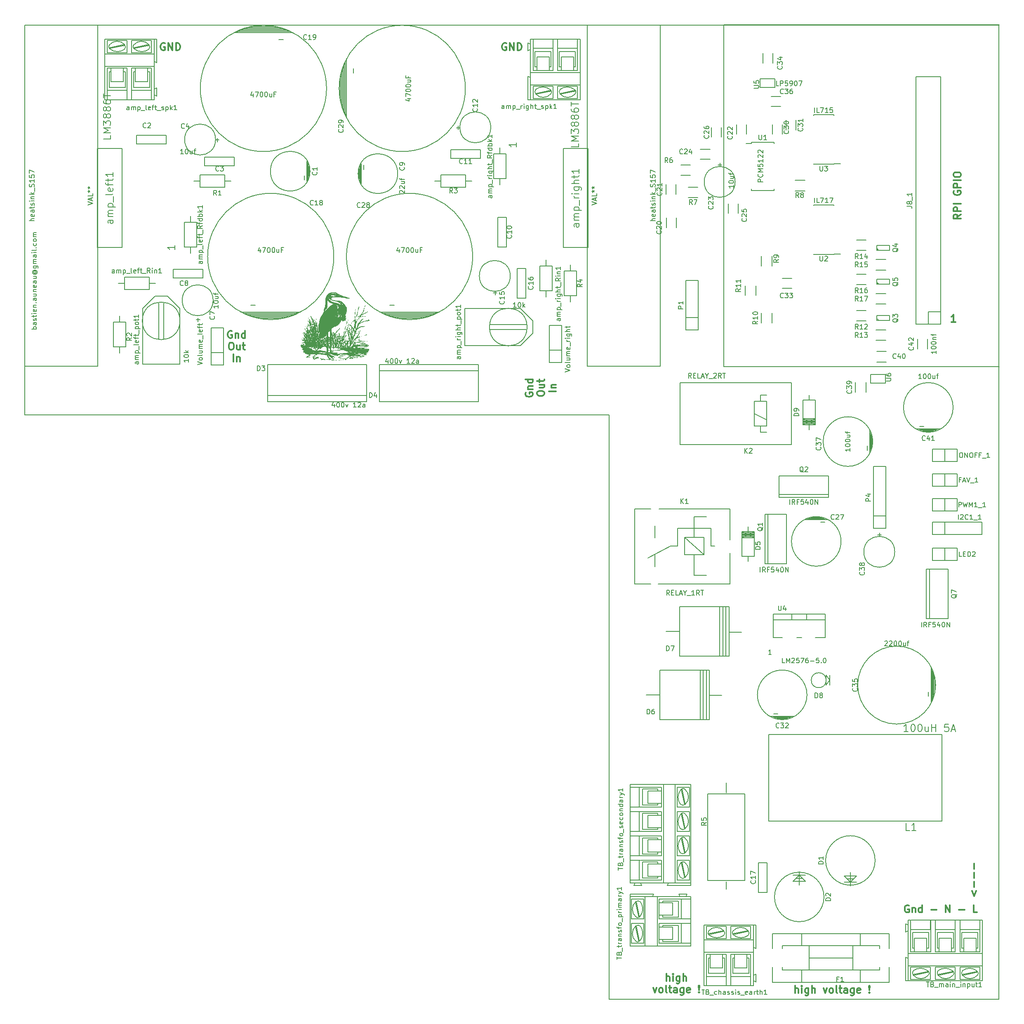
<source format=gbr>
G04 #@! TF.FileFunction,Legend,Top*
%FSLAX46Y46*%
G04 Gerber Fmt 4.6, Leading zero omitted, Abs format (unit mm)*
G04 Created by KiCad (PCBNEW (2015-01-19 BZR 5380)-product) date Thu 19 Feb 2015 00:57:00 CET*
%MOMM*%
G01*
G04 APERTURE LIST*
%ADD10C,0.020000*%
%ADD11C,0.300000*%
%ADD12C,0.200000*%
%ADD13C,0.150000*%
%ADD14C,0.100000*%
G04 APERTURE END LIST*
D10*
D11*
X158746286Y-224268571D02*
X158746286Y-222768571D01*
X159389143Y-224268571D02*
X159389143Y-223482857D01*
X159317714Y-223340000D01*
X159174857Y-223268571D01*
X158960572Y-223268571D01*
X158817714Y-223340000D01*
X158746286Y-223411429D01*
X160103429Y-224268571D02*
X160103429Y-223268571D01*
X160103429Y-222768571D02*
X160032000Y-222840000D01*
X160103429Y-222911429D01*
X160174857Y-222840000D01*
X160103429Y-222768571D01*
X160103429Y-222911429D01*
X161460572Y-223268571D02*
X161460572Y-224482857D01*
X161389143Y-224625714D01*
X161317715Y-224697143D01*
X161174858Y-224768571D01*
X160960572Y-224768571D01*
X160817715Y-224697143D01*
X161460572Y-224197143D02*
X161317715Y-224268571D01*
X161032001Y-224268571D01*
X160889143Y-224197143D01*
X160817715Y-224125714D01*
X160746286Y-223982857D01*
X160746286Y-223554286D01*
X160817715Y-223411429D01*
X160889143Y-223340000D01*
X161032001Y-223268571D01*
X161317715Y-223268571D01*
X161460572Y-223340000D01*
X162174858Y-224268571D02*
X162174858Y-222768571D01*
X162817715Y-224268571D02*
X162817715Y-223482857D01*
X162746286Y-223340000D01*
X162603429Y-223268571D01*
X162389144Y-223268571D01*
X162246286Y-223340000D01*
X162174858Y-223411429D01*
X155996286Y-225668571D02*
X156353429Y-226668571D01*
X156710571Y-225668571D01*
X157496286Y-226668571D02*
X157353428Y-226597143D01*
X157282000Y-226525714D01*
X157210571Y-226382857D01*
X157210571Y-225954286D01*
X157282000Y-225811429D01*
X157353428Y-225740000D01*
X157496286Y-225668571D01*
X157710571Y-225668571D01*
X157853428Y-225740000D01*
X157924857Y-225811429D01*
X157996286Y-225954286D01*
X157996286Y-226382857D01*
X157924857Y-226525714D01*
X157853428Y-226597143D01*
X157710571Y-226668571D01*
X157496286Y-226668571D01*
X158853429Y-226668571D02*
X158710571Y-226597143D01*
X158639143Y-226454286D01*
X158639143Y-225168571D01*
X159210571Y-225668571D02*
X159782000Y-225668571D01*
X159424857Y-225168571D02*
X159424857Y-226454286D01*
X159496285Y-226597143D01*
X159639143Y-226668571D01*
X159782000Y-226668571D01*
X160924857Y-226668571D02*
X160924857Y-225882857D01*
X160853428Y-225740000D01*
X160710571Y-225668571D01*
X160424857Y-225668571D01*
X160282000Y-225740000D01*
X160924857Y-226597143D02*
X160782000Y-226668571D01*
X160424857Y-226668571D01*
X160282000Y-226597143D01*
X160210571Y-226454286D01*
X160210571Y-226311429D01*
X160282000Y-226168571D01*
X160424857Y-226097143D01*
X160782000Y-226097143D01*
X160924857Y-226025714D01*
X162282000Y-225668571D02*
X162282000Y-226882857D01*
X162210571Y-227025714D01*
X162139143Y-227097143D01*
X161996286Y-227168571D01*
X161782000Y-227168571D01*
X161639143Y-227097143D01*
X162282000Y-226597143D02*
X162139143Y-226668571D01*
X161853429Y-226668571D01*
X161710571Y-226597143D01*
X161639143Y-226525714D01*
X161567714Y-226382857D01*
X161567714Y-225954286D01*
X161639143Y-225811429D01*
X161710571Y-225740000D01*
X161853429Y-225668571D01*
X162139143Y-225668571D01*
X162282000Y-225740000D01*
X163567714Y-226597143D02*
X163424857Y-226668571D01*
X163139143Y-226668571D01*
X162996286Y-226597143D01*
X162924857Y-226454286D01*
X162924857Y-225882857D01*
X162996286Y-225740000D01*
X163139143Y-225668571D01*
X163424857Y-225668571D01*
X163567714Y-225740000D01*
X163639143Y-225882857D01*
X163639143Y-226025714D01*
X162924857Y-226168571D01*
X165424857Y-226525714D02*
X165496285Y-226597143D01*
X165424857Y-226668571D01*
X165353428Y-226597143D01*
X165424857Y-226525714D01*
X165424857Y-226668571D01*
X165424857Y-226097143D02*
X165353428Y-225240000D01*
X165424857Y-225168571D01*
X165496285Y-225240000D01*
X165424857Y-226097143D01*
X165424857Y-225168571D01*
X185178857Y-226738571D02*
X185178857Y-225238571D01*
X185821714Y-226738571D02*
X185821714Y-225952857D01*
X185750285Y-225810000D01*
X185607428Y-225738571D01*
X185393143Y-225738571D01*
X185250285Y-225810000D01*
X185178857Y-225881429D01*
X186536000Y-226738571D02*
X186536000Y-225738571D01*
X186536000Y-225238571D02*
X186464571Y-225310000D01*
X186536000Y-225381429D01*
X186607428Y-225310000D01*
X186536000Y-225238571D01*
X186536000Y-225381429D01*
X187893143Y-225738571D02*
X187893143Y-226952857D01*
X187821714Y-227095714D01*
X187750286Y-227167143D01*
X187607429Y-227238571D01*
X187393143Y-227238571D01*
X187250286Y-227167143D01*
X187893143Y-226667143D02*
X187750286Y-226738571D01*
X187464572Y-226738571D01*
X187321714Y-226667143D01*
X187250286Y-226595714D01*
X187178857Y-226452857D01*
X187178857Y-226024286D01*
X187250286Y-225881429D01*
X187321714Y-225810000D01*
X187464572Y-225738571D01*
X187750286Y-225738571D01*
X187893143Y-225810000D01*
X188607429Y-226738571D02*
X188607429Y-225238571D01*
X189250286Y-226738571D02*
X189250286Y-225952857D01*
X189178857Y-225810000D01*
X189036000Y-225738571D01*
X188821715Y-225738571D01*
X188678857Y-225810000D01*
X188607429Y-225881429D01*
X190964572Y-225738571D02*
X191321715Y-226738571D01*
X191678857Y-225738571D01*
X192464572Y-226738571D02*
X192321714Y-226667143D01*
X192250286Y-226595714D01*
X192178857Y-226452857D01*
X192178857Y-226024286D01*
X192250286Y-225881429D01*
X192321714Y-225810000D01*
X192464572Y-225738571D01*
X192678857Y-225738571D01*
X192821714Y-225810000D01*
X192893143Y-225881429D01*
X192964572Y-226024286D01*
X192964572Y-226452857D01*
X192893143Y-226595714D01*
X192821714Y-226667143D01*
X192678857Y-226738571D01*
X192464572Y-226738571D01*
X193821715Y-226738571D02*
X193678857Y-226667143D01*
X193607429Y-226524286D01*
X193607429Y-225238571D01*
X194178857Y-225738571D02*
X194750286Y-225738571D01*
X194393143Y-225238571D02*
X194393143Y-226524286D01*
X194464571Y-226667143D01*
X194607429Y-226738571D01*
X194750286Y-226738571D01*
X195893143Y-226738571D02*
X195893143Y-225952857D01*
X195821714Y-225810000D01*
X195678857Y-225738571D01*
X195393143Y-225738571D01*
X195250286Y-225810000D01*
X195893143Y-226667143D02*
X195750286Y-226738571D01*
X195393143Y-226738571D01*
X195250286Y-226667143D01*
X195178857Y-226524286D01*
X195178857Y-226381429D01*
X195250286Y-226238571D01*
X195393143Y-226167143D01*
X195750286Y-226167143D01*
X195893143Y-226095714D01*
X197250286Y-225738571D02*
X197250286Y-226952857D01*
X197178857Y-227095714D01*
X197107429Y-227167143D01*
X196964572Y-227238571D01*
X196750286Y-227238571D01*
X196607429Y-227167143D01*
X197250286Y-226667143D02*
X197107429Y-226738571D01*
X196821715Y-226738571D01*
X196678857Y-226667143D01*
X196607429Y-226595714D01*
X196536000Y-226452857D01*
X196536000Y-226024286D01*
X196607429Y-225881429D01*
X196678857Y-225810000D01*
X196821715Y-225738571D01*
X197107429Y-225738571D01*
X197250286Y-225810000D01*
X198536000Y-226667143D02*
X198393143Y-226738571D01*
X198107429Y-226738571D01*
X197964572Y-226667143D01*
X197893143Y-226524286D01*
X197893143Y-225952857D01*
X197964572Y-225810000D01*
X198107429Y-225738571D01*
X198393143Y-225738571D01*
X198536000Y-225810000D01*
X198607429Y-225952857D01*
X198607429Y-226095714D01*
X197893143Y-226238571D01*
X200393143Y-226595714D02*
X200464571Y-226667143D01*
X200393143Y-226738571D01*
X200321714Y-226667143D01*
X200393143Y-226595714D01*
X200393143Y-226738571D01*
X200393143Y-226167143D02*
X200321714Y-225310000D01*
X200393143Y-225238571D01*
X200464571Y-225310000D01*
X200393143Y-226167143D01*
X200393143Y-225238571D01*
X218106572Y-88943571D02*
X217249429Y-88943571D01*
X217678001Y-88943571D02*
X217678001Y-87443571D01*
X217535144Y-87657857D01*
X217392286Y-87800714D01*
X217249429Y-87872143D01*
D12*
X29408381Y-90422762D02*
X28408381Y-90422762D01*
X28789333Y-90422762D02*
X28741714Y-90327524D01*
X28741714Y-90137047D01*
X28789333Y-90041809D01*
X28836952Y-89994190D01*
X28932190Y-89946571D01*
X29217905Y-89946571D01*
X29313143Y-89994190D01*
X29360762Y-90041809D01*
X29408381Y-90137047D01*
X29408381Y-90327524D01*
X29360762Y-90422762D01*
X29408381Y-89089428D02*
X28884571Y-89089428D01*
X28789333Y-89137047D01*
X28741714Y-89232285D01*
X28741714Y-89422762D01*
X28789333Y-89518000D01*
X29360762Y-89089428D02*
X29408381Y-89184666D01*
X29408381Y-89422762D01*
X29360762Y-89518000D01*
X29265524Y-89565619D01*
X29170286Y-89565619D01*
X29075048Y-89518000D01*
X29027429Y-89422762D01*
X29027429Y-89184666D01*
X28979810Y-89089428D01*
X29360762Y-88660857D02*
X29408381Y-88565619D01*
X29408381Y-88375143D01*
X29360762Y-88279904D01*
X29265524Y-88232285D01*
X29217905Y-88232285D01*
X29122667Y-88279904D01*
X29075048Y-88375143D01*
X29075048Y-88518000D01*
X29027429Y-88613238D01*
X28932190Y-88660857D01*
X28884571Y-88660857D01*
X28789333Y-88613238D01*
X28741714Y-88518000D01*
X28741714Y-88375143D01*
X28789333Y-88279904D01*
X28741714Y-87946571D02*
X28741714Y-87565619D01*
X28408381Y-87803714D02*
X29265524Y-87803714D01*
X29360762Y-87756095D01*
X29408381Y-87660857D01*
X29408381Y-87565619D01*
X29408381Y-87232285D02*
X28741714Y-87232285D01*
X28408381Y-87232285D02*
X28456000Y-87279904D01*
X28503619Y-87232285D01*
X28456000Y-87184666D01*
X28408381Y-87232285D01*
X28503619Y-87232285D01*
X29360762Y-86375142D02*
X29408381Y-86470380D01*
X29408381Y-86660857D01*
X29360762Y-86756095D01*
X29265524Y-86803714D01*
X28884571Y-86803714D01*
X28789333Y-86756095D01*
X28741714Y-86660857D01*
X28741714Y-86470380D01*
X28789333Y-86375142D01*
X28884571Y-86327523D01*
X28979810Y-86327523D01*
X29075048Y-86803714D01*
X28741714Y-85898952D02*
X29408381Y-85898952D01*
X28836952Y-85898952D02*
X28789333Y-85851333D01*
X28741714Y-85756095D01*
X28741714Y-85613237D01*
X28789333Y-85517999D01*
X28884571Y-85470380D01*
X29408381Y-85470380D01*
X29313143Y-84994190D02*
X29360762Y-84946571D01*
X29408381Y-84994190D01*
X29360762Y-85041809D01*
X29313143Y-84994190D01*
X29408381Y-84994190D01*
X29408381Y-84089428D02*
X28884571Y-84089428D01*
X28789333Y-84137047D01*
X28741714Y-84232285D01*
X28741714Y-84422762D01*
X28789333Y-84518000D01*
X29360762Y-84089428D02*
X29408381Y-84184666D01*
X29408381Y-84422762D01*
X29360762Y-84518000D01*
X29265524Y-84565619D01*
X29170286Y-84565619D01*
X29075048Y-84518000D01*
X29027429Y-84422762D01*
X29027429Y-84184666D01*
X28979810Y-84089428D01*
X28741714Y-83184666D02*
X29408381Y-83184666D01*
X28741714Y-83613238D02*
X29265524Y-83613238D01*
X29360762Y-83565619D01*
X29408381Y-83470381D01*
X29408381Y-83327523D01*
X29360762Y-83232285D01*
X29313143Y-83184666D01*
X28741714Y-82708476D02*
X29408381Y-82708476D01*
X28836952Y-82708476D02*
X28789333Y-82660857D01*
X28741714Y-82565619D01*
X28741714Y-82422761D01*
X28789333Y-82327523D01*
X28884571Y-82279904D01*
X29408381Y-82279904D01*
X29360762Y-81422761D02*
X29408381Y-81517999D01*
X29408381Y-81708476D01*
X29360762Y-81803714D01*
X29265524Y-81851333D01*
X28884571Y-81851333D01*
X28789333Y-81803714D01*
X28741714Y-81708476D01*
X28741714Y-81517999D01*
X28789333Y-81422761D01*
X28884571Y-81375142D01*
X28979810Y-81375142D01*
X29075048Y-81851333D01*
X29408381Y-80517999D02*
X28884571Y-80517999D01*
X28789333Y-80565618D01*
X28741714Y-80660856D01*
X28741714Y-80851333D01*
X28789333Y-80946571D01*
X29360762Y-80517999D02*
X29408381Y-80613237D01*
X29408381Y-80851333D01*
X29360762Y-80946571D01*
X29265524Y-80994190D01*
X29170286Y-80994190D01*
X29075048Y-80946571D01*
X29027429Y-80851333D01*
X29027429Y-80613237D01*
X28979810Y-80517999D01*
X28741714Y-79613237D02*
X29408381Y-79613237D01*
X28741714Y-80041809D02*
X29265524Y-80041809D01*
X29360762Y-79994190D01*
X29408381Y-79898952D01*
X29408381Y-79756094D01*
X29360762Y-79660856D01*
X29313143Y-79613237D01*
X28932190Y-78517999D02*
X28884571Y-78565618D01*
X28836952Y-78660856D01*
X28836952Y-78756094D01*
X28884571Y-78851332D01*
X28932190Y-78898952D01*
X29027429Y-78946571D01*
X29122667Y-78946571D01*
X29217905Y-78898952D01*
X29265524Y-78851332D01*
X29313143Y-78756094D01*
X29313143Y-78660856D01*
X29265524Y-78565618D01*
X29217905Y-78517999D01*
X28836952Y-78517999D02*
X29217905Y-78517999D01*
X29265524Y-78470380D01*
X29265524Y-78422761D01*
X29217905Y-78327523D01*
X29122667Y-78279904D01*
X28884571Y-78279904D01*
X28741714Y-78375142D01*
X28646476Y-78517999D01*
X28598857Y-78708475D01*
X28646476Y-78898952D01*
X28741714Y-79041809D01*
X28884571Y-79137047D01*
X29075048Y-79184666D01*
X29265524Y-79137047D01*
X29408381Y-79041809D01*
X29503619Y-78898952D01*
X29551238Y-78708475D01*
X29503619Y-78517999D01*
X29408381Y-78375142D01*
X28741714Y-77422761D02*
X29551238Y-77422761D01*
X29646476Y-77470380D01*
X29694095Y-77517999D01*
X29741714Y-77613238D01*
X29741714Y-77756095D01*
X29694095Y-77851333D01*
X29360762Y-77422761D02*
X29408381Y-77517999D01*
X29408381Y-77708476D01*
X29360762Y-77803714D01*
X29313143Y-77851333D01*
X29217905Y-77898952D01*
X28932190Y-77898952D01*
X28836952Y-77851333D01*
X28789333Y-77803714D01*
X28741714Y-77708476D01*
X28741714Y-77517999D01*
X28789333Y-77422761D01*
X29408381Y-76946571D02*
X28741714Y-76946571D01*
X28836952Y-76946571D02*
X28789333Y-76898952D01*
X28741714Y-76803714D01*
X28741714Y-76660856D01*
X28789333Y-76565618D01*
X28884571Y-76517999D01*
X29408381Y-76517999D01*
X28884571Y-76517999D02*
X28789333Y-76470380D01*
X28741714Y-76375142D01*
X28741714Y-76232285D01*
X28789333Y-76137047D01*
X28884571Y-76089428D01*
X29408381Y-76089428D01*
X29408381Y-75184666D02*
X28884571Y-75184666D01*
X28789333Y-75232285D01*
X28741714Y-75327523D01*
X28741714Y-75518000D01*
X28789333Y-75613238D01*
X29360762Y-75184666D02*
X29408381Y-75279904D01*
X29408381Y-75518000D01*
X29360762Y-75613238D01*
X29265524Y-75660857D01*
X29170286Y-75660857D01*
X29075048Y-75613238D01*
X29027429Y-75518000D01*
X29027429Y-75279904D01*
X28979810Y-75184666D01*
X29408381Y-74708476D02*
X28741714Y-74708476D01*
X28408381Y-74708476D02*
X28456000Y-74756095D01*
X28503619Y-74708476D01*
X28456000Y-74660857D01*
X28408381Y-74708476D01*
X28503619Y-74708476D01*
X29408381Y-74089429D02*
X29360762Y-74184667D01*
X29265524Y-74232286D01*
X28408381Y-74232286D01*
X29313143Y-73708476D02*
X29360762Y-73660857D01*
X29408381Y-73708476D01*
X29360762Y-73756095D01*
X29313143Y-73708476D01*
X29408381Y-73708476D01*
X29360762Y-72803714D02*
X29408381Y-72898952D01*
X29408381Y-73089429D01*
X29360762Y-73184667D01*
X29313143Y-73232286D01*
X29217905Y-73279905D01*
X28932190Y-73279905D01*
X28836952Y-73232286D01*
X28789333Y-73184667D01*
X28741714Y-73089429D01*
X28741714Y-72898952D01*
X28789333Y-72803714D01*
X29408381Y-72232286D02*
X29360762Y-72327524D01*
X29313143Y-72375143D01*
X29217905Y-72422762D01*
X28932190Y-72422762D01*
X28836952Y-72375143D01*
X28789333Y-72327524D01*
X28741714Y-72232286D01*
X28741714Y-72089428D01*
X28789333Y-71994190D01*
X28836952Y-71946571D01*
X28932190Y-71898952D01*
X29217905Y-71898952D01*
X29313143Y-71946571D01*
X29360762Y-71994190D01*
X29408381Y-72089428D01*
X29408381Y-72232286D01*
X29408381Y-71470381D02*
X28741714Y-71470381D01*
X28836952Y-71470381D02*
X28789333Y-71422762D01*
X28741714Y-71327524D01*
X28741714Y-71184666D01*
X28789333Y-71089428D01*
X28884571Y-71041809D01*
X29408381Y-71041809D01*
X28884571Y-71041809D02*
X28789333Y-70994190D01*
X28741714Y-70898952D01*
X28741714Y-70756095D01*
X28789333Y-70660857D01*
X28884571Y-70613238D01*
X29408381Y-70613238D01*
D11*
X221892857Y-200142857D02*
X221892857Y-201285714D01*
X221892857Y-202000000D02*
X221892857Y-203142857D01*
X221892857Y-203857143D02*
X221892857Y-205000000D01*
X222321429Y-205714286D02*
X221892857Y-206857143D01*
X221464286Y-205714286D01*
X208500000Y-208750000D02*
X208357143Y-208678571D01*
X208142857Y-208678571D01*
X207928572Y-208750000D01*
X207785714Y-208892857D01*
X207714286Y-209035714D01*
X207642857Y-209321429D01*
X207642857Y-209535714D01*
X207714286Y-209821429D01*
X207785714Y-209964286D01*
X207928572Y-210107143D01*
X208142857Y-210178571D01*
X208285714Y-210178571D01*
X208500000Y-210107143D01*
X208571429Y-210035714D01*
X208571429Y-209535714D01*
X208285714Y-209535714D01*
X209214286Y-209178571D02*
X209214286Y-210178571D01*
X209214286Y-209321429D02*
X209285714Y-209250000D01*
X209428572Y-209178571D01*
X209642857Y-209178571D01*
X209785714Y-209250000D01*
X209857143Y-209392857D01*
X209857143Y-210178571D01*
X211214286Y-210178571D02*
X211214286Y-208678571D01*
X211214286Y-210107143D02*
X211071429Y-210178571D01*
X210785715Y-210178571D01*
X210642857Y-210107143D01*
X210571429Y-210035714D01*
X210500000Y-209892857D01*
X210500000Y-209464286D01*
X210571429Y-209321429D01*
X210642857Y-209250000D01*
X210785715Y-209178571D01*
X211071429Y-209178571D01*
X211214286Y-209250000D01*
X213071429Y-209607143D02*
X214214286Y-209607143D01*
X216071429Y-210178571D02*
X216071429Y-208678571D01*
X216928572Y-210178571D01*
X216928572Y-208678571D01*
X218785715Y-209607143D02*
X219928572Y-209607143D01*
X222500001Y-210178571D02*
X221785715Y-210178571D01*
X221785715Y-208678571D01*
X219178571Y-66857143D02*
X218464286Y-67357143D01*
X219178571Y-67714286D02*
X217678571Y-67714286D01*
X217678571Y-67142858D01*
X217750000Y-67000000D01*
X217821429Y-66928572D01*
X217964286Y-66857143D01*
X218178571Y-66857143D01*
X218321429Y-66928572D01*
X218392857Y-67000000D01*
X218464286Y-67142858D01*
X218464286Y-67714286D01*
X219178571Y-66214286D02*
X217678571Y-66214286D01*
X217678571Y-65642858D01*
X217750000Y-65500000D01*
X217821429Y-65428572D01*
X217964286Y-65357143D01*
X218178571Y-65357143D01*
X218321429Y-65428572D01*
X218392857Y-65500000D01*
X218464286Y-65642858D01*
X218464286Y-66214286D01*
X219178571Y-64714286D02*
X217678571Y-64714286D01*
X217750000Y-62071429D02*
X217678571Y-62214286D01*
X217678571Y-62428572D01*
X217750000Y-62642857D01*
X217892857Y-62785715D01*
X218035714Y-62857143D01*
X218321429Y-62928572D01*
X218535714Y-62928572D01*
X218821429Y-62857143D01*
X218964286Y-62785715D01*
X219107143Y-62642857D01*
X219178571Y-62428572D01*
X219178571Y-62285715D01*
X219107143Y-62071429D01*
X219035714Y-62000000D01*
X218535714Y-62000000D01*
X218535714Y-62285715D01*
X219178571Y-61357143D02*
X217678571Y-61357143D01*
X217678571Y-60785715D01*
X217750000Y-60642857D01*
X217821429Y-60571429D01*
X217964286Y-60500000D01*
X218178571Y-60500000D01*
X218321429Y-60571429D01*
X218392857Y-60642857D01*
X218464286Y-60785715D01*
X218464286Y-61357143D01*
X219178571Y-59857143D02*
X217678571Y-59857143D01*
X217678571Y-58857143D02*
X217678571Y-58571429D01*
X217750000Y-58428571D01*
X217892857Y-58285714D01*
X218178571Y-58214286D01*
X218678571Y-58214286D01*
X218964286Y-58285714D01*
X219107143Y-58428571D01*
X219178571Y-58571429D01*
X219178571Y-58857143D01*
X219107143Y-59000000D01*
X218964286Y-59142857D01*
X218678571Y-59214286D01*
X218178571Y-59214286D01*
X217892857Y-59142857D01*
X217750000Y-59000000D01*
X217678571Y-58857143D01*
X129850000Y-103464286D02*
X129778571Y-103607143D01*
X129778571Y-103821429D01*
X129850000Y-104035714D01*
X129992857Y-104178572D01*
X130135714Y-104250000D01*
X130421429Y-104321429D01*
X130635714Y-104321429D01*
X130921429Y-104250000D01*
X131064286Y-104178572D01*
X131207143Y-104035714D01*
X131278571Y-103821429D01*
X131278571Y-103678572D01*
X131207143Y-103464286D01*
X131135714Y-103392857D01*
X130635714Y-103392857D01*
X130635714Y-103678572D01*
X130278571Y-102750000D02*
X131278571Y-102750000D01*
X130421429Y-102750000D02*
X130350000Y-102678572D01*
X130278571Y-102535714D01*
X130278571Y-102321429D01*
X130350000Y-102178572D01*
X130492857Y-102107143D01*
X131278571Y-102107143D01*
X131278571Y-100750000D02*
X129778571Y-100750000D01*
X131207143Y-100750000D02*
X131278571Y-100892857D01*
X131278571Y-101178571D01*
X131207143Y-101321429D01*
X131135714Y-101392857D01*
X130992857Y-101464286D01*
X130564286Y-101464286D01*
X130421429Y-101392857D01*
X130350000Y-101321429D01*
X130278571Y-101178571D01*
X130278571Y-100892857D01*
X130350000Y-100750000D01*
X132178571Y-103750000D02*
X132178571Y-103464286D01*
X132250000Y-103321428D01*
X132392857Y-103178571D01*
X132678571Y-103107143D01*
X133178571Y-103107143D01*
X133464286Y-103178571D01*
X133607143Y-103321428D01*
X133678571Y-103464286D01*
X133678571Y-103750000D01*
X133607143Y-103892857D01*
X133464286Y-104035714D01*
X133178571Y-104107143D01*
X132678571Y-104107143D01*
X132392857Y-104035714D01*
X132250000Y-103892857D01*
X132178571Y-103750000D01*
X132678571Y-101821428D02*
X133678571Y-101821428D01*
X132678571Y-102464285D02*
X133464286Y-102464285D01*
X133607143Y-102392857D01*
X133678571Y-102249999D01*
X133678571Y-102035714D01*
X133607143Y-101892857D01*
X133535714Y-101821428D01*
X132678571Y-101321428D02*
X132678571Y-100749999D01*
X132178571Y-101107142D02*
X133464286Y-101107142D01*
X133607143Y-101035714D01*
X133678571Y-100892856D01*
X133678571Y-100749999D01*
X136078571Y-103178571D02*
X134578571Y-103178571D01*
X135078571Y-102464285D02*
X136078571Y-102464285D01*
X135221429Y-102464285D02*
X135150000Y-102392857D01*
X135078571Y-102249999D01*
X135078571Y-102035714D01*
X135150000Y-101892857D01*
X135292857Y-101821428D01*
X136078571Y-101821428D01*
X69535714Y-90850000D02*
X69392857Y-90778571D01*
X69178571Y-90778571D01*
X68964286Y-90850000D01*
X68821428Y-90992857D01*
X68750000Y-91135714D01*
X68678571Y-91421429D01*
X68678571Y-91635714D01*
X68750000Y-91921429D01*
X68821428Y-92064286D01*
X68964286Y-92207143D01*
X69178571Y-92278571D01*
X69321428Y-92278571D01*
X69535714Y-92207143D01*
X69607143Y-92135714D01*
X69607143Y-91635714D01*
X69321428Y-91635714D01*
X70250000Y-91278571D02*
X70250000Y-92278571D01*
X70250000Y-91421429D02*
X70321428Y-91350000D01*
X70464286Y-91278571D01*
X70678571Y-91278571D01*
X70821428Y-91350000D01*
X70892857Y-91492857D01*
X70892857Y-92278571D01*
X72250000Y-92278571D02*
X72250000Y-90778571D01*
X72250000Y-92207143D02*
X72107143Y-92278571D01*
X71821429Y-92278571D01*
X71678571Y-92207143D01*
X71607143Y-92135714D01*
X71535714Y-91992857D01*
X71535714Y-91564286D01*
X71607143Y-91421429D01*
X71678571Y-91350000D01*
X71821429Y-91278571D01*
X72107143Y-91278571D01*
X72250000Y-91350000D01*
X69250000Y-93178571D02*
X69535714Y-93178571D01*
X69678572Y-93250000D01*
X69821429Y-93392857D01*
X69892857Y-93678571D01*
X69892857Y-94178571D01*
X69821429Y-94464286D01*
X69678572Y-94607143D01*
X69535714Y-94678571D01*
X69250000Y-94678571D01*
X69107143Y-94607143D01*
X68964286Y-94464286D01*
X68892857Y-94178571D01*
X68892857Y-93678571D01*
X68964286Y-93392857D01*
X69107143Y-93250000D01*
X69250000Y-93178571D01*
X71178572Y-93678571D02*
X71178572Y-94678571D01*
X70535715Y-93678571D02*
X70535715Y-94464286D01*
X70607143Y-94607143D01*
X70750001Y-94678571D01*
X70964286Y-94678571D01*
X71107143Y-94607143D01*
X71178572Y-94535714D01*
X71678572Y-93678571D02*
X72250001Y-93678571D01*
X71892858Y-93178571D02*
X71892858Y-94464286D01*
X71964286Y-94607143D01*
X72107144Y-94678571D01*
X72250001Y-94678571D01*
X69821429Y-97078571D02*
X69821429Y-95578571D01*
X70535715Y-96078571D02*
X70535715Y-97078571D01*
X70535715Y-96221429D02*
X70607143Y-96150000D01*
X70750001Y-96078571D01*
X70964286Y-96078571D01*
X71107143Y-96150000D01*
X71178572Y-96292857D01*
X71178572Y-97078571D01*
X125857143Y-31762000D02*
X125714286Y-31690571D01*
X125500000Y-31690571D01*
X125285715Y-31762000D01*
X125142857Y-31904857D01*
X125071429Y-32047714D01*
X125000000Y-32333429D01*
X125000000Y-32547714D01*
X125071429Y-32833429D01*
X125142857Y-32976286D01*
X125285715Y-33119143D01*
X125500000Y-33190571D01*
X125642857Y-33190571D01*
X125857143Y-33119143D01*
X125928572Y-33047714D01*
X125928572Y-32547714D01*
X125642857Y-32547714D01*
X126571429Y-33190571D02*
X126571429Y-31690571D01*
X127428572Y-33190571D01*
X127428572Y-31690571D01*
X128142858Y-33190571D02*
X128142858Y-31690571D01*
X128500001Y-31690571D01*
X128714286Y-31762000D01*
X128857144Y-31904857D01*
X128928572Y-32047714D01*
X129000001Y-32333429D01*
X129000001Y-32547714D01*
X128928572Y-32833429D01*
X128857144Y-32976286D01*
X128714286Y-33119143D01*
X128500001Y-33190571D01*
X128142858Y-33190571D01*
X55753143Y-31762000D02*
X55610286Y-31690571D01*
X55396000Y-31690571D01*
X55181715Y-31762000D01*
X55038857Y-31904857D01*
X54967429Y-32047714D01*
X54896000Y-32333429D01*
X54896000Y-32547714D01*
X54967429Y-32833429D01*
X55038857Y-32976286D01*
X55181715Y-33119143D01*
X55396000Y-33190571D01*
X55538857Y-33190571D01*
X55753143Y-33119143D01*
X55824572Y-33047714D01*
X55824572Y-32547714D01*
X55538857Y-32547714D01*
X56467429Y-33190571D02*
X56467429Y-31690571D01*
X57324572Y-33190571D01*
X57324572Y-31690571D01*
X58038858Y-33190571D02*
X58038858Y-31690571D01*
X58396001Y-31690571D01*
X58610286Y-31762000D01*
X58753144Y-31904857D01*
X58824572Y-32047714D01*
X58896001Y-32333429D01*
X58896001Y-32547714D01*
X58824572Y-32833429D01*
X58753144Y-32976286D01*
X58610286Y-33119143D01*
X58396001Y-33190571D01*
X58038858Y-33190571D01*
D13*
X227000000Y-28000000D02*
X27000000Y-28000000D01*
X227000000Y-228000000D02*
X227000000Y-28000000D01*
X147000000Y-228000000D02*
X227000000Y-228000000D01*
X147000000Y-108000000D02*
X147000000Y-228000000D01*
X27000000Y-108000000D02*
X147000000Y-108000000D01*
X27000000Y-28000000D02*
X27000000Y-108000000D01*
D12*
X227000000Y-28000000D02*
X227000000Y-98000000D01*
X170500000Y-98000000D02*
X170500000Y-28000000D01*
X170545000Y-98110000D02*
X227060000Y-98110000D01*
X227060000Y-27940000D02*
X170545000Y-27940000D01*
D13*
X46960000Y-73660000D02*
X46960000Y-53340000D01*
X46960000Y-53340000D02*
X41880000Y-53340000D01*
X41880000Y-53340000D02*
X41880000Y-73660000D01*
X41880000Y-73660000D02*
X46960000Y-73660000D01*
X51190000Y-97620000D02*
X51190000Y-86190000D01*
X51190000Y-86190000D02*
X53730000Y-83650000D01*
X53730000Y-83650000D02*
X56270000Y-83650000D01*
X56270000Y-83650000D02*
X58810000Y-86190000D01*
X58810000Y-86190000D02*
X58810000Y-97620000D01*
X58810000Y-97620000D02*
X51190000Y-97620000D01*
X51190000Y-89238000D02*
X51190000Y-88095000D01*
X58810000Y-88349000D02*
X58810000Y-89238000D01*
X54492000Y-92540000D02*
X54492000Y-85047000D01*
X55508000Y-92540000D02*
X55508000Y-85047000D01*
X58862554Y-88730000D02*
G75*
G03X58862554Y-88730000I-3862554J0D01*
G01*
X62270000Y-68460000D02*
X62270000Y-73540000D01*
X62270000Y-73540000D02*
X59730000Y-73540000D01*
X59730000Y-73540000D02*
X59730000Y-68460000D01*
X59730000Y-68460000D02*
X62270000Y-68460000D01*
X61000000Y-68460000D02*
X61000000Y-67190000D01*
X61000000Y-73540000D02*
X61000000Y-74810000D01*
X47460000Y-79730000D02*
X52540000Y-79730000D01*
X52540000Y-79730000D02*
X52540000Y-82270000D01*
X52540000Y-82270000D02*
X47460000Y-82270000D01*
X47460000Y-82270000D02*
X47460000Y-79730000D01*
X47460000Y-81000000D02*
X46190000Y-81000000D01*
X52540000Y-81000000D02*
X53810000Y-81000000D01*
X44714400Y-39624000D02*
X47254400Y-39624000D01*
X47254400Y-39624000D02*
X47254400Y-36830000D01*
X44714400Y-36830000D02*
X47254400Y-36830000D01*
X44714400Y-39624000D02*
X44714400Y-36830000D01*
X49718200Y-39624000D02*
X52258200Y-39624000D01*
X52258200Y-39624000D02*
X52258200Y-36830000D01*
X49718200Y-36830000D02*
X52258200Y-36830000D01*
X49718200Y-39624000D02*
X49718200Y-36830000D01*
X53579000Y-30861000D02*
X53579000Y-33909000D01*
X53579000Y-30861000D02*
X43394000Y-30861000D01*
X53579000Y-30861000D02*
X54087000Y-30861000D01*
X54087000Y-30861000D02*
X54087000Y-35687000D01*
X54087000Y-35687000D02*
X53579000Y-35433000D01*
X54087000Y-42545000D02*
X53579000Y-42291000D01*
X53579000Y-42291000D02*
X53579000Y-43307000D01*
X54087000Y-40894000D02*
X53579000Y-41148000D01*
X53579000Y-41148000D02*
X53579000Y-42291000D01*
X54087000Y-40894000D02*
X54087000Y-42545000D01*
X48956200Y-43307000D02*
X48956200Y-41402000D01*
X53020200Y-36830000D02*
X53020200Y-41402000D01*
X48956200Y-43307000D02*
X53020200Y-43307000D01*
X53020200Y-43307000D02*
X53579000Y-43307000D01*
X48016400Y-43307000D02*
X48016400Y-41402000D01*
X48016400Y-43307000D02*
X48956200Y-43307000D01*
X43952400Y-36830000D02*
X43952400Y-41402000D01*
X43394000Y-43307000D02*
X43952400Y-43307000D01*
X43952400Y-43307000D02*
X48016400Y-43307000D01*
X48956200Y-41402000D02*
X53020200Y-41402000D01*
X48956200Y-41402000D02*
X48956200Y-36830000D01*
X53020200Y-41402000D02*
X53020200Y-43307000D01*
X48016400Y-41402000D02*
X43952400Y-41402000D01*
X48016400Y-41402000D02*
X48016400Y-36830000D01*
X43952400Y-41402000D02*
X43952400Y-43307000D01*
X52639200Y-40767000D02*
X52639200Y-37592000D01*
X52639200Y-40767000D02*
X49337200Y-40767000D01*
X49337200Y-40767000D02*
X49337200Y-37592000D01*
X47635400Y-40767000D02*
X47635400Y-37592000D01*
X47635400Y-40767000D02*
X44333400Y-40767000D01*
X44333400Y-40767000D02*
X44333400Y-37592000D01*
X44333400Y-37592000D02*
X44714400Y-37592000D01*
X47635400Y-37592000D02*
X47254400Y-37592000D01*
X49337200Y-37592000D02*
X49718200Y-37592000D01*
X52639200Y-37592000D02*
X52258200Y-37592000D01*
X43394000Y-43307000D02*
X43394000Y-36449000D01*
X43394000Y-36449000D02*
X43394000Y-33909000D01*
X53579000Y-35433000D02*
X53579000Y-36449000D01*
X53579000Y-36449000D02*
X53579000Y-41148000D01*
X43394000Y-33909000D02*
X53579000Y-33909000D01*
X43394000Y-33909000D02*
X43394000Y-30861000D01*
X53579000Y-33909000D02*
X53579000Y-35433000D01*
X48956200Y-33655000D02*
X48956200Y-31115000D01*
X48956200Y-31115000D02*
X53020200Y-31115000D01*
X53020200Y-31115000D02*
X53020200Y-33655000D01*
X53020200Y-33655000D02*
X48956200Y-33655000D01*
X48016400Y-33655000D02*
X48016400Y-31115000D01*
X48016400Y-33655000D02*
X43952400Y-33655000D01*
X43952400Y-33655000D02*
X43952400Y-31115000D01*
X48016400Y-31115000D02*
X43952400Y-31115000D01*
X49362600Y-32639000D02*
X52410600Y-32004000D01*
X49489600Y-32766000D02*
X52537600Y-32131000D01*
X44358800Y-32639000D02*
X47409340Y-32004000D01*
X44485800Y-32766000D02*
X47533800Y-32131000D01*
X43952400Y-36830000D02*
X44333400Y-36830000D01*
X48016400Y-36830000D02*
X47635400Y-36830000D01*
X47635400Y-36830000D02*
X44333400Y-36830000D01*
X43394000Y-36449000D02*
X44333400Y-36449000D01*
X44333400Y-36449000D02*
X47635400Y-36449000D01*
X47635400Y-36449000D02*
X49337200Y-36449000D01*
X53579000Y-36449000D02*
X52639200Y-36449000D01*
X52639200Y-36449000D02*
X49337200Y-36449000D01*
X53020200Y-36830000D02*
X52639200Y-36830000D01*
X48956200Y-36830000D02*
X49337200Y-36830000D01*
X49337200Y-36830000D02*
X52639200Y-36830000D01*
X52456972Y-32998570D02*
G75*
G03X52509660Y-32031940I-452772J509430D01*
G01*
X49514272Y-32918896D02*
G75*
G03X52502040Y-32966660I1524728J1905496D01*
G01*
X52513411Y-32027156D02*
G75*
G03X49362600Y-32080200I-1553151J-1348444D01*
G01*
X49413903Y-32030519D02*
G75*
G03X49555640Y-32956500I431297J-407821D01*
G01*
X47453149Y-33001110D02*
G75*
G03X47508400Y-32031940I-452749J511970D01*
G01*
X44513012Y-32918896D02*
G75*
G03X47500780Y-32966660I1524728J1905496D01*
G01*
X47515573Y-32022153D02*
G75*
G03X44358800Y-32080200I-1554033J-1353447D01*
G01*
X44409480Y-32032981D02*
G75*
G03X44554380Y-32956500I431920J-405359D01*
G01*
X137540000Y-53340000D02*
X137540000Y-73660000D01*
X137540000Y-73660000D02*
X142620000Y-73660000D01*
X142620000Y-73660000D02*
X142620000Y-53340000D01*
X142620000Y-53340000D02*
X137540000Y-53340000D01*
X117380000Y-86190000D02*
X128810000Y-86190000D01*
X128810000Y-86190000D02*
X131350000Y-88730000D01*
X131350000Y-88730000D02*
X131350000Y-91270000D01*
X131350000Y-91270000D02*
X128810000Y-93810000D01*
X128810000Y-93810000D02*
X117380000Y-93810000D01*
X117380000Y-93810000D02*
X117380000Y-86190000D01*
X125762000Y-86190000D02*
X126905000Y-86190000D01*
X126651000Y-93810000D02*
X125762000Y-93810000D01*
X122460000Y-89492000D02*
X129953000Y-89492000D01*
X122460000Y-90508000D02*
X129953000Y-90508000D01*
X130132554Y-90000000D02*
G75*
G03X130132554Y-90000000I-3862554J0D01*
G01*
X123230000Y-59540000D02*
X123230000Y-54460000D01*
X123230000Y-54460000D02*
X125770000Y-54460000D01*
X125770000Y-54460000D02*
X125770000Y-59540000D01*
X125770000Y-59540000D02*
X123230000Y-59540000D01*
X124500000Y-59540000D02*
X124500000Y-60810000D01*
X124500000Y-54460000D02*
X124500000Y-53190000D01*
X135270000Y-77460000D02*
X135270000Y-82540000D01*
X135270000Y-82540000D02*
X132730000Y-82540000D01*
X132730000Y-82540000D02*
X132730000Y-77460000D01*
X132730000Y-77460000D02*
X135270000Y-77460000D01*
X134000000Y-77460000D02*
X134000000Y-76190000D01*
X134000000Y-82540000D02*
X134000000Y-83810000D01*
X139689600Y-34544000D02*
X137149600Y-34544000D01*
X137149600Y-34544000D02*
X137149600Y-37338000D01*
X139689600Y-37338000D02*
X137149600Y-37338000D01*
X139689600Y-34544000D02*
X139689600Y-37338000D01*
X134685800Y-34544000D02*
X132145800Y-34544000D01*
X132145800Y-34544000D02*
X132145800Y-37338000D01*
X134685800Y-37338000D02*
X132145800Y-37338000D01*
X134685800Y-34544000D02*
X134685800Y-37338000D01*
X130825000Y-43307000D02*
X130825000Y-40259000D01*
X130825000Y-43307000D02*
X141010000Y-43307000D01*
X130825000Y-43307000D02*
X130317000Y-43307000D01*
X130317000Y-43307000D02*
X130317000Y-38481000D01*
X130317000Y-38481000D02*
X130825000Y-38735000D01*
X130317000Y-31623000D02*
X130825000Y-31877000D01*
X130825000Y-31877000D02*
X130825000Y-30861000D01*
X130317000Y-33274000D02*
X130825000Y-33020000D01*
X130825000Y-33020000D02*
X130825000Y-31877000D01*
X130317000Y-33274000D02*
X130317000Y-31623000D01*
X135447800Y-30861000D02*
X135447800Y-32766000D01*
X131383800Y-37338000D02*
X131383800Y-32766000D01*
X135447800Y-30861000D02*
X131383800Y-30861000D01*
X131383800Y-30861000D02*
X130825000Y-30861000D01*
X136387600Y-30861000D02*
X136387600Y-32766000D01*
X136387600Y-30861000D02*
X135447800Y-30861000D01*
X140451600Y-37338000D02*
X140451600Y-32766000D01*
X141010000Y-30861000D02*
X140451600Y-30861000D01*
X140451600Y-30861000D02*
X136387600Y-30861000D01*
X135447800Y-32766000D02*
X131383800Y-32766000D01*
X135447800Y-32766000D02*
X135447800Y-37338000D01*
X131383800Y-32766000D02*
X131383800Y-30861000D01*
X136387600Y-32766000D02*
X140451600Y-32766000D01*
X136387600Y-32766000D02*
X136387600Y-37338000D01*
X140451600Y-32766000D02*
X140451600Y-30861000D01*
X131764800Y-33401000D02*
X131764800Y-36576000D01*
X131764800Y-33401000D02*
X135066800Y-33401000D01*
X135066800Y-33401000D02*
X135066800Y-36576000D01*
X136768600Y-33401000D02*
X136768600Y-36576000D01*
X136768600Y-33401000D02*
X140070600Y-33401000D01*
X140070600Y-33401000D02*
X140070600Y-36576000D01*
X140070600Y-36576000D02*
X139689600Y-36576000D01*
X136768600Y-36576000D02*
X137149600Y-36576000D01*
X135066800Y-36576000D02*
X134685800Y-36576000D01*
X131764800Y-36576000D02*
X132145800Y-36576000D01*
X141010000Y-30861000D02*
X141010000Y-37719000D01*
X141010000Y-37719000D02*
X141010000Y-40259000D01*
X130825000Y-38735000D02*
X130825000Y-37719000D01*
X130825000Y-37719000D02*
X130825000Y-33020000D01*
X141010000Y-40259000D02*
X130825000Y-40259000D01*
X141010000Y-40259000D02*
X141010000Y-43307000D01*
X130825000Y-40259000D02*
X130825000Y-38735000D01*
X135447800Y-40513000D02*
X135447800Y-43053000D01*
X135447800Y-43053000D02*
X131383800Y-43053000D01*
X131383800Y-43053000D02*
X131383800Y-40513000D01*
X131383800Y-40513000D02*
X135447800Y-40513000D01*
X136387600Y-40513000D02*
X136387600Y-43053000D01*
X136387600Y-40513000D02*
X140451600Y-40513000D01*
X140451600Y-40513000D02*
X140451600Y-43053000D01*
X136387600Y-43053000D02*
X140451600Y-43053000D01*
X135041400Y-41529000D02*
X131993400Y-42164000D01*
X134914400Y-41402000D02*
X131866400Y-42037000D01*
X140045200Y-41529000D02*
X136994660Y-42164000D01*
X139918200Y-41402000D02*
X136870200Y-42037000D01*
X140451600Y-37338000D02*
X140070600Y-37338000D01*
X136387600Y-37338000D02*
X136768600Y-37338000D01*
X136768600Y-37338000D02*
X140070600Y-37338000D01*
X141010000Y-37719000D02*
X140070600Y-37719000D01*
X140070600Y-37719000D02*
X136768600Y-37719000D01*
X136768600Y-37719000D02*
X135066800Y-37719000D01*
X130825000Y-37719000D02*
X131764800Y-37719000D01*
X131764800Y-37719000D02*
X135066800Y-37719000D01*
X131383800Y-37338000D02*
X131764800Y-37338000D01*
X135447800Y-37338000D02*
X135066800Y-37338000D01*
X135066800Y-37338000D02*
X131764800Y-37338000D01*
X131947028Y-41169430D02*
G75*
G03X131894340Y-42136060I452772J-509430D01*
G01*
X134889728Y-41249104D02*
G75*
G03X131901960Y-41201340I-1524728J-1905496D01*
G01*
X131890589Y-42140844D02*
G75*
G03X135041400Y-42087800I1553151J1348444D01*
G01*
X134990097Y-42137481D02*
G75*
G03X134848360Y-41211500I-431297J407821D01*
G01*
X136950851Y-41166890D02*
G75*
G03X136895600Y-42136060I452749J-511970D01*
G01*
X139890988Y-41249104D02*
G75*
G03X136903220Y-41201340I-1524728J-1905496D01*
G01*
X136888427Y-42145847D02*
G75*
G03X140045200Y-42087800I1554033J1353447D01*
G01*
X139994520Y-42135019D02*
G75*
G03X139849620Y-41211500I-431920J405359D01*
G01*
X84929000Y-60032000D02*
X84929000Y-55968000D01*
X84929000Y-55968000D02*
X85056000Y-56349000D01*
X85056000Y-56349000D02*
X85056000Y-59651000D01*
X85056000Y-59651000D02*
X84929000Y-60032000D01*
X85565984Y-58000000D02*
G75*
G03X85565984Y-58000000I-4065984J0D01*
G01*
X84421000Y-58889000D02*
X84421000Y-59778000D01*
X85437000Y-59016000D02*
X85437000Y-56984000D01*
X85310000Y-56984000D02*
X85310000Y-59016000D01*
X85183000Y-56476000D02*
X85183000Y-59524000D01*
X56048000Y-52389000D02*
X56048000Y-50611000D01*
X56048000Y-50611000D02*
X49952000Y-50611000D01*
X49952000Y-50611000D02*
X49952000Y-52389000D01*
X49952000Y-52389000D02*
X56048000Y-52389000D01*
X70048000Y-56889000D02*
X70048000Y-55111000D01*
X70048000Y-55111000D02*
X63952000Y-55111000D01*
X63952000Y-55111000D02*
X63952000Y-56889000D01*
X63952000Y-56889000D02*
X70048000Y-56889000D01*
X66175000Y-51500000D02*
G75*
G03X66175000Y-51500000I-3175000J0D01*
G01*
X65675000Y-84500000D02*
G75*
G03X65675000Y-84500000I-3175000J0D01*
G01*
X63548000Y-79889000D02*
X63548000Y-78111000D01*
X63548000Y-78111000D02*
X57452000Y-78111000D01*
X57452000Y-78111000D02*
X57452000Y-79889000D01*
X57452000Y-79889000D02*
X63548000Y-79889000D01*
X96071000Y-56468000D02*
X96071000Y-60532000D01*
X96071000Y-60532000D02*
X95944000Y-60151000D01*
X95944000Y-60151000D02*
X95944000Y-56849000D01*
X95944000Y-56849000D02*
X96071000Y-56468000D01*
X103565984Y-58500000D02*
G75*
G03X103565984Y-58500000I-4065984J0D01*
G01*
X96579000Y-57611000D02*
X96579000Y-56722000D01*
X95563000Y-57484000D02*
X95563000Y-59516000D01*
X95690000Y-59516000D02*
X95690000Y-57484000D01*
X95817000Y-60024000D02*
X95817000Y-56976000D01*
X125889000Y-67452000D02*
X124111000Y-67452000D01*
X124111000Y-67452000D02*
X124111000Y-73548000D01*
X124111000Y-73548000D02*
X125889000Y-73548000D01*
X125889000Y-73548000D02*
X125889000Y-67452000D01*
X114452000Y-53611000D02*
X114452000Y-55389000D01*
X114452000Y-55389000D02*
X120548000Y-55389000D01*
X120548000Y-55389000D02*
X120548000Y-53611000D01*
X120548000Y-53611000D02*
X114452000Y-53611000D01*
X122675000Y-49000000D02*
G75*
G03X122675000Y-49000000I-3175000J0D01*
G01*
X126675000Y-79500000D02*
G75*
G03X126675000Y-79500000I-3175000J0D01*
G01*
X128111000Y-84048000D02*
X129889000Y-84048000D01*
X129889000Y-84048000D02*
X129889000Y-77952000D01*
X129889000Y-77952000D02*
X128111000Y-77952000D01*
X128111000Y-77952000D02*
X128111000Y-84048000D01*
X177611000Y-206048000D02*
X179389000Y-206048000D01*
X179389000Y-206048000D02*
X179389000Y-199952000D01*
X179389000Y-199952000D02*
X177611000Y-199952000D01*
X177611000Y-199952000D02*
X177611000Y-206048000D01*
X80040000Y-87946000D02*
X79786000Y-88200000D01*
X79786000Y-88200000D02*
X75214000Y-88200000D01*
X75214000Y-88200000D02*
X74960000Y-87946000D01*
X73944000Y-87692000D02*
X74198000Y-87946000D01*
X74198000Y-87946000D02*
X80802000Y-87946000D01*
X80802000Y-87946000D02*
X81056000Y-87692000D01*
X82072000Y-87438000D02*
X81564000Y-87692000D01*
X81564000Y-87692000D02*
X73436000Y-87692000D01*
X73436000Y-87692000D02*
X73182000Y-87438000D01*
X72420000Y-87184000D02*
X72674000Y-87438000D01*
X72674000Y-87438000D02*
X82326000Y-87438000D01*
X82326000Y-87438000D02*
X83088000Y-86930000D01*
X82834000Y-87184000D02*
X71912000Y-87184000D01*
X71404000Y-86930000D02*
X83596000Y-86930000D01*
X90456490Y-75500000D02*
G75*
G03X90456490Y-75500000I-12956490J0D01*
G01*
X74325000Y-85533000D02*
X73436000Y-85533000D01*
X73460000Y-28554000D02*
X73714000Y-28300000D01*
X73714000Y-28300000D02*
X78286000Y-28300000D01*
X78286000Y-28300000D02*
X78540000Y-28554000D01*
X79556000Y-28808000D02*
X79302000Y-28554000D01*
X79302000Y-28554000D02*
X72698000Y-28554000D01*
X72698000Y-28554000D02*
X72444000Y-28808000D01*
X71428000Y-29062000D02*
X71936000Y-28808000D01*
X71936000Y-28808000D02*
X80064000Y-28808000D01*
X80064000Y-28808000D02*
X80318000Y-29062000D01*
X81080000Y-29316000D02*
X80826000Y-29062000D01*
X80826000Y-29062000D02*
X71174000Y-29062000D01*
X71174000Y-29062000D02*
X70412000Y-29570000D01*
X70666000Y-29316000D02*
X81588000Y-29316000D01*
X82096000Y-29570000D02*
X69904000Y-29570000D01*
X88956490Y-41000000D02*
G75*
G03X88956490Y-41000000I-12956490J0D01*
G01*
X79175000Y-30967000D02*
X80064000Y-30967000D01*
X158741000Y-67580000D02*
X158741000Y-69580000D01*
X160791000Y-69580000D02*
X160791000Y-67580000D01*
X158614000Y-60722000D02*
X158614000Y-62722000D01*
X160664000Y-62722000D02*
X160664000Y-60722000D01*
X175142000Y-50403000D02*
X175142000Y-48403000D01*
X173092000Y-48403000D02*
X173092000Y-50403000D01*
X172847000Y-60198000D02*
G75*
G03X172847000Y-60198000I-3175000J0D01*
G01*
X165706000Y-55525000D02*
X167706000Y-55525000D01*
X167706000Y-53475000D02*
X165706000Y-53475000D01*
X171441000Y-64659000D02*
X171441000Y-66659000D01*
X173491000Y-66659000D02*
X173491000Y-64659000D01*
X167975000Y-49000000D02*
X167975000Y-51000000D01*
X170025000Y-51000000D02*
X170025000Y-49000000D01*
X187087000Y-129555000D02*
X191913000Y-129555000D01*
X190643000Y-129174000D02*
X188357000Y-129174000D01*
X194594267Y-134000000D02*
G75*
G03X194594267Y-134000000I-5094267J0D01*
G01*
X191532000Y-129555000D02*
X187468000Y-129555000D01*
X187468000Y-129555000D02*
X187849000Y-129428000D01*
X187849000Y-129428000D02*
X191151000Y-129428000D01*
X191151000Y-129428000D02*
X191532000Y-129555000D01*
X190389000Y-130063000D02*
X191278000Y-130063000D01*
X190516000Y-129047000D02*
X188484000Y-129047000D01*
X188484000Y-129174000D02*
X190516000Y-129174000D01*
X187976000Y-129301000D02*
X191024000Y-129301000D01*
X108540000Y-87946000D02*
X108286000Y-88200000D01*
X108286000Y-88200000D02*
X103714000Y-88200000D01*
X103714000Y-88200000D02*
X103460000Y-87946000D01*
X102444000Y-87692000D02*
X102698000Y-87946000D01*
X102698000Y-87946000D02*
X109302000Y-87946000D01*
X109302000Y-87946000D02*
X109556000Y-87692000D01*
X110572000Y-87438000D02*
X110064000Y-87692000D01*
X110064000Y-87692000D02*
X101936000Y-87692000D01*
X101936000Y-87692000D02*
X101682000Y-87438000D01*
X100920000Y-87184000D02*
X101174000Y-87438000D01*
X101174000Y-87438000D02*
X110826000Y-87438000D01*
X110826000Y-87438000D02*
X111588000Y-86930000D01*
X111334000Y-87184000D02*
X100412000Y-87184000D01*
X99904000Y-86930000D02*
X112096000Y-86930000D01*
X118956490Y-75500000D02*
G75*
G03X118956490Y-75500000I-12956490J0D01*
G01*
X102825000Y-85533000D02*
X101936000Y-85533000D01*
X92054000Y-43540000D02*
X91800000Y-43286000D01*
X91800000Y-43286000D02*
X91800000Y-38714000D01*
X91800000Y-38714000D02*
X92054000Y-38460000D01*
X92308000Y-37444000D02*
X92054000Y-37698000D01*
X92054000Y-37698000D02*
X92054000Y-44302000D01*
X92054000Y-44302000D02*
X92308000Y-44556000D01*
X92562000Y-45572000D02*
X92308000Y-45064000D01*
X92308000Y-45064000D02*
X92308000Y-36936000D01*
X92308000Y-36936000D02*
X92562000Y-36682000D01*
X92816000Y-35920000D02*
X92562000Y-36174000D01*
X92562000Y-36174000D02*
X92562000Y-45826000D01*
X92562000Y-45826000D02*
X93070000Y-46588000D01*
X92816000Y-46334000D02*
X92816000Y-35412000D01*
X93070000Y-34904000D02*
X93070000Y-47096000D01*
X117456490Y-41000000D02*
G75*
G03X117456490Y-41000000I-12956490J0D01*
G01*
X94467000Y-37825000D02*
X94467000Y-36936000D01*
X182508000Y-50403000D02*
X182508000Y-48403000D01*
X180458000Y-48403000D02*
X180458000Y-50403000D01*
X183252000Y-47514000D02*
X183252000Y-49514000D01*
X185302000Y-49514000D02*
X185302000Y-47514000D01*
X184913000Y-169945000D02*
X180087000Y-169945000D01*
X181357000Y-170326000D02*
X183643000Y-170326000D01*
X187594267Y-165500000D02*
G75*
G03X187594267Y-165500000I-5094267J0D01*
G01*
X180468000Y-169945000D02*
X184532000Y-169945000D01*
X184532000Y-169945000D02*
X184151000Y-170072000D01*
X184151000Y-170072000D02*
X180849000Y-170072000D01*
X180849000Y-170072000D02*
X180468000Y-169945000D01*
X181611000Y-169437000D02*
X180722000Y-169437000D01*
X181484000Y-170453000D02*
X183516000Y-170453000D01*
X183516000Y-170326000D02*
X181484000Y-170326000D01*
X184024000Y-170199000D02*
X180976000Y-170199000D01*
X184500000Y-79975000D02*
X182500000Y-79975000D01*
X182500000Y-82025000D02*
X184500000Y-82025000D01*
X180603000Y-35798000D02*
X180603000Y-33798000D01*
X178553000Y-33798000D02*
X178553000Y-35798000D01*
X213112000Y-160071000D02*
X213747000Y-162230000D01*
X213112000Y-166802000D02*
X213493000Y-165659000D01*
X214001000Y-163500000D02*
G75*
G03X214001000Y-163500000I-8001000J0D01*
G01*
X213493000Y-161468000D02*
X213493000Y-165532000D01*
X213239000Y-166421000D02*
X213239000Y-160706000D01*
X213239000Y-160706000D02*
X213239000Y-161595000D01*
X213874000Y-164897000D02*
X213874000Y-162230000D01*
X213620000Y-161341000D02*
X213620000Y-165659000D01*
X213366000Y-166294000D02*
X213366000Y-160706000D01*
X213366000Y-160706000D02*
X213366000Y-160833000D01*
X213112000Y-167056000D02*
X213112000Y-159944000D01*
X212477000Y-164897000D02*
X212477000Y-165786000D01*
X180229000Y-44713000D02*
X182229000Y-44713000D01*
X182229000Y-42663000D02*
X180229000Y-42663000D01*
X200445000Y-111087000D02*
X200445000Y-115913000D01*
X200826000Y-114643000D02*
X200826000Y-112357000D01*
X201094267Y-113500000D02*
G75*
G03X201094267Y-113500000I-5094267J0D01*
G01*
X200445000Y-115532000D02*
X200445000Y-111468000D01*
X200445000Y-111468000D02*
X200572000Y-111849000D01*
X200572000Y-111849000D02*
X200572000Y-115151000D01*
X200572000Y-115151000D02*
X200445000Y-115532000D01*
X199937000Y-114389000D02*
X199937000Y-115278000D01*
X200953000Y-114516000D02*
X200953000Y-112484000D01*
X200826000Y-112484000D02*
X200826000Y-114516000D01*
X200699000Y-111976000D02*
X200699000Y-115024000D01*
X205613000Y-136144000D02*
G75*
G03X205613000Y-136144000I-3175000J0D01*
G01*
X199703000Y-101362000D02*
X199703000Y-103362000D01*
X197553000Y-103362000D02*
X197553000Y-101362000D01*
X201901000Y-95002000D02*
X203901000Y-95002000D01*
X203901000Y-97152000D02*
X201901000Y-97152000D01*
X214913000Y-110945000D02*
X210087000Y-110945000D01*
X211357000Y-111326000D02*
X213643000Y-111326000D01*
X217594267Y-106500000D02*
G75*
G03X217594267Y-106500000I-5094267J0D01*
G01*
X210468000Y-110945000D02*
X214532000Y-110945000D01*
X214532000Y-110945000D02*
X214151000Y-111072000D01*
X214151000Y-111072000D02*
X210849000Y-111072000D01*
X210849000Y-111072000D02*
X210468000Y-110945000D01*
X211611000Y-110437000D02*
X210722000Y-110437000D01*
X211484000Y-111453000D02*
X213516000Y-111453000D01*
X213516000Y-111326000D02*
X211484000Y-111326000D01*
X214024000Y-111199000D02*
X210976000Y-111199000D01*
X210303000Y-92472000D02*
X210303000Y-94472000D01*
X212353000Y-94472000D02*
X212353000Y-92472000D01*
X76840000Y-97690000D02*
X76840000Y-105310000D01*
X97160000Y-105310000D02*
X97160000Y-97690000D01*
X97160000Y-104040000D02*
X76840000Y-104040000D01*
X76840000Y-97690000D02*
X97160000Y-97690000D01*
X76840000Y-105310000D02*
X97160000Y-105310000D01*
X120160000Y-105310000D02*
X120160000Y-97690000D01*
X99840000Y-97690000D02*
X99840000Y-105310000D01*
X99840000Y-98960000D02*
X120160000Y-98960000D01*
X120160000Y-105310000D02*
X99840000Y-105310000D01*
X120160000Y-97690000D02*
X99840000Y-97690000D01*
X191534547Y-162500000D02*
G75*
G03X191534547Y-162500000I-1534547J0D01*
G01*
X191524000Y-161484000D02*
X191524000Y-163516000D01*
X192286000Y-162500000D02*
X191524000Y-163516000D01*
X191524000Y-161484000D02*
X192286000Y-162500000D01*
X192286000Y-161484000D02*
X192286000Y-163516000D01*
X198499480Y-221999360D02*
X198499480Y-224501260D01*
X198499480Y-214498740D02*
X198499480Y-217000640D01*
X186500520Y-214498740D02*
X186500520Y-217000640D01*
X186500520Y-224501260D02*
X186500520Y-221999360D01*
X197000880Y-219500000D02*
X187999120Y-219500000D01*
X197000880Y-221999360D02*
X197000880Y-217000640D01*
X187999120Y-221999360D02*
X187999120Y-217000640D01*
X182500020Y-221399920D02*
X182500020Y-221999360D01*
X202499980Y-217600080D02*
X202499980Y-217000640D01*
X202499980Y-217000640D02*
X182500020Y-217000640D01*
X182500020Y-217000640D02*
X182500020Y-217600080D01*
X182500020Y-221999360D02*
X202499980Y-221999360D01*
X202499980Y-221999360D02*
X202499980Y-221399920D01*
X180501040Y-221399920D02*
X180501040Y-224501260D01*
X204498960Y-217600080D02*
X204498960Y-214498740D01*
X204498960Y-214498740D02*
X180501040Y-214498740D01*
X180501040Y-214498740D02*
X180501040Y-217600080D01*
X180501040Y-224501260D02*
X204498960Y-224501260D01*
X204498960Y-224501260D02*
X204498960Y-221399920D01*
X215900000Y-120142000D02*
X215900000Y-122682000D01*
X213360000Y-120142000D02*
X213360000Y-122682000D01*
X213360000Y-122682000D02*
X215900000Y-122682000D01*
X215900000Y-122682000D02*
X218440000Y-122682000D01*
X218440000Y-122682000D02*
X218440000Y-120142000D01*
X218440000Y-120142000D02*
X213360000Y-120142000D01*
X209960000Y-38600000D02*
X209960000Y-89400000D01*
X215040000Y-86860000D02*
X215040000Y-38600000D01*
X209960000Y-38600000D02*
X215040000Y-38600000D01*
X209960000Y-89400000D02*
X212500000Y-89400000D01*
X215040000Y-89400000D02*
X215040000Y-86860000D01*
X212500000Y-89400000D02*
X212500000Y-86860000D01*
X212500000Y-86860000D02*
X215040000Y-86860000D01*
X215040000Y-89400000D02*
X212500000Y-89400000D01*
X155500000Y-127300000D02*
X152200000Y-127300000D01*
X152200000Y-127300000D02*
X152200000Y-142700000D01*
X152200000Y-142700000D02*
X155550000Y-142700000D01*
X171800000Y-133650000D02*
X171800000Y-127300000D01*
X171800000Y-127300000D02*
X157250000Y-127300000D01*
X171800000Y-136400000D02*
X171800000Y-142700000D01*
X171800000Y-142700000D02*
X157050000Y-142700000D01*
X171800000Y-142650000D02*
X171800000Y-136400000D01*
X156350000Y-130800000D02*
X156350000Y-133250000D01*
X156350000Y-139200000D02*
X156350000Y-136700000D01*
X166950000Y-128950000D02*
X164450000Y-128950000D01*
X167850000Y-134950000D02*
X168650000Y-134950000D01*
X164450000Y-140950000D02*
X166950000Y-140950000D01*
X161050000Y-134950000D02*
X159550000Y-134950000D01*
X159550000Y-134950000D02*
X154950000Y-137450000D01*
X161050000Y-131350000D02*
X167850000Y-131350000D01*
X161050000Y-134950000D02*
X161050000Y-131350000D01*
X167850000Y-134950000D02*
X167850000Y-131350000D01*
X164450000Y-140950000D02*
X164450000Y-136750000D01*
X164450000Y-133150000D02*
X164450000Y-128950000D01*
X162450000Y-133150000D02*
X166450000Y-136750000D01*
X166450000Y-133150000D02*
X166450000Y-136750000D01*
X166450000Y-136750000D02*
X162450000Y-136750000D01*
X162450000Y-136750000D02*
X162450000Y-133150000D01*
X162450000Y-133150000D02*
X166450000Y-133150000D01*
X179340000Y-109080000D02*
X176800000Y-107810000D01*
X178070000Y-105270000D02*
X178070000Y-104000000D01*
X178070000Y-104000000D02*
X179340000Y-104000000D01*
X179340000Y-111620000D02*
X178070000Y-111620000D01*
X178070000Y-111620000D02*
X178070000Y-110350000D01*
X178070000Y-110350000D02*
X176800000Y-110350000D01*
X176800000Y-110350000D02*
X176800000Y-105270000D01*
X176800000Y-105270000D02*
X179340000Y-105270000D01*
X179340000Y-105270000D02*
X179340000Y-110350000D01*
X179340000Y-110350000D02*
X178070000Y-110350000D01*
X184420000Y-114160000D02*
X161560000Y-114160000D01*
X161560000Y-114160000D02*
X161560000Y-101460000D01*
X161560000Y-101460000D02*
X184420000Y-101460000D01*
X184420000Y-101460000D02*
X184420000Y-114160000D01*
X215280000Y-173610000D02*
X179720000Y-173610000D01*
X179720000Y-173610000D02*
X179720000Y-191390000D01*
X179720000Y-191390000D02*
X215280000Y-191390000D01*
X215280000Y-191390000D02*
X215280000Y-173610000D01*
X215900000Y-137922000D02*
X215900000Y-135382000D01*
X218440000Y-137922000D02*
X218440000Y-135382000D01*
X218440000Y-135382000D02*
X215900000Y-135382000D01*
X215900000Y-135382000D02*
X213360000Y-135382000D01*
X213360000Y-135382000D02*
X213360000Y-137922000D01*
X213360000Y-137922000D02*
X218440000Y-137922000D01*
X215900000Y-115062000D02*
X215900000Y-117602000D01*
X213360000Y-115062000D02*
X213360000Y-117602000D01*
X213360000Y-117602000D02*
X215900000Y-117602000D01*
X215900000Y-117602000D02*
X218440000Y-117602000D01*
X218440000Y-117602000D02*
X218440000Y-115062000D01*
X218440000Y-115062000D02*
X213360000Y-115062000D01*
X165270000Y-88040000D02*
X165270000Y-80420000D01*
X162730000Y-88040000D02*
X162730000Y-80420000D01*
X162730000Y-90580000D02*
X162730000Y-88040000D01*
X165270000Y-80420000D02*
X162730000Y-80420000D01*
X162730000Y-88040000D02*
X165270000Y-88040000D01*
X162730000Y-90580000D02*
X165270000Y-90580000D01*
X165270000Y-90580000D02*
X165270000Y-88040000D01*
X67770000Y-95270000D02*
X67770000Y-90190000D01*
X67770000Y-90190000D02*
X65230000Y-90190000D01*
X65230000Y-90190000D02*
X65230000Y-95270000D01*
X65230000Y-97810000D02*
X65230000Y-95270000D01*
X65230000Y-95270000D02*
X67770000Y-95270000D01*
X65230000Y-97810000D02*
X67770000Y-97810000D01*
X67770000Y-97810000D02*
X67770000Y-95270000D01*
X137270000Y-94770000D02*
X137270000Y-89690000D01*
X137270000Y-89690000D02*
X134730000Y-89690000D01*
X134730000Y-89690000D02*
X134730000Y-94770000D01*
X134730000Y-97310000D02*
X134730000Y-94770000D01*
X134730000Y-94770000D02*
X137270000Y-94770000D01*
X134730000Y-97310000D02*
X137270000Y-97310000D01*
X137270000Y-97310000D02*
X137270000Y-94770000D01*
X201230000Y-128810000D02*
X201230000Y-118650000D01*
X201230000Y-118650000D02*
X203770000Y-118650000D01*
X203770000Y-118650000D02*
X203770000Y-128810000D01*
X201230000Y-131350000D02*
X201230000Y-128810000D01*
X201230000Y-128810000D02*
X203770000Y-128810000D01*
X201230000Y-131350000D02*
X203770000Y-131350000D01*
X203770000Y-131350000D02*
X203770000Y-128810000D01*
X215900000Y-125222000D02*
X215900000Y-127762000D01*
X213360000Y-125222000D02*
X213360000Y-127762000D01*
X213360000Y-127762000D02*
X215900000Y-127762000D01*
X215900000Y-127762000D02*
X218440000Y-127762000D01*
X218440000Y-127762000D02*
X218440000Y-125222000D01*
X218440000Y-125222000D02*
X213360000Y-125222000D01*
X179595000Y-138580000D02*
X178960000Y-138580000D01*
X178960000Y-138580000D02*
X178960000Y-128420000D01*
X178960000Y-128420000D02*
X179595000Y-128420000D01*
X183405000Y-138580000D02*
X179595000Y-138580000D01*
X179595000Y-138580000D02*
X179595000Y-128420000D01*
X179595000Y-128420000D02*
X183405000Y-128420000D01*
X183405000Y-128420000D02*
X183405000Y-138580000D01*
X192024000Y-124333000D02*
X192024000Y-124968000D01*
X192024000Y-124968000D02*
X181864000Y-124968000D01*
X181864000Y-124968000D02*
X181864000Y-124333000D01*
X192024000Y-120523000D02*
X192024000Y-124333000D01*
X192024000Y-124333000D02*
X181864000Y-124333000D01*
X181864000Y-124333000D02*
X181864000Y-120523000D01*
X181864000Y-120523000D02*
X192024000Y-120523000D01*
X202229050Y-88520520D02*
G75*
G03X202229050Y-88520520I-159070J0D01*
G01*
X204516000Y-87662000D02*
X204516000Y-88678000D01*
X201912500Y-87662000D02*
X201912500Y-88678000D01*
X204516000Y-88678000D02*
X201912500Y-88678000D01*
X201912500Y-87662000D02*
X204516000Y-87662000D01*
X202229050Y-74049520D02*
G75*
G03X202229050Y-74049520I-159070J0D01*
G01*
X204516000Y-73191000D02*
X204516000Y-74207000D01*
X201912500Y-73191000D02*
X201912500Y-74207000D01*
X204516000Y-74207000D02*
X201912500Y-74207000D01*
X201912500Y-73191000D02*
X204516000Y-73191000D01*
X202229050Y-81049520D02*
G75*
G03X202229050Y-81049520I-159070J0D01*
G01*
X204516000Y-80191000D02*
X204516000Y-81207000D01*
X201912500Y-80191000D02*
X201912500Y-81207000D01*
X204516000Y-81207000D02*
X201912500Y-81207000D01*
X201912500Y-80191000D02*
X204516000Y-80191000D01*
X62960000Y-58730000D02*
X68040000Y-58730000D01*
X68040000Y-58730000D02*
X68040000Y-61270000D01*
X68040000Y-61270000D02*
X62960000Y-61270000D01*
X62960000Y-61270000D02*
X62960000Y-58730000D01*
X62960000Y-60000000D02*
X61690000Y-60000000D01*
X68040000Y-60000000D02*
X69310000Y-60000000D01*
X47770000Y-88960000D02*
X47770000Y-94040000D01*
X47770000Y-94040000D02*
X45230000Y-94040000D01*
X45230000Y-94040000D02*
X45230000Y-88960000D01*
X45230000Y-88960000D02*
X47770000Y-88960000D01*
X46500000Y-88960000D02*
X46500000Y-87690000D01*
X46500000Y-94040000D02*
X46500000Y-95310000D01*
X117540000Y-61270000D02*
X112460000Y-61270000D01*
X112460000Y-61270000D02*
X112460000Y-58730000D01*
X112460000Y-58730000D02*
X117540000Y-58730000D01*
X117540000Y-58730000D02*
X117540000Y-61270000D01*
X117540000Y-60000000D02*
X118810000Y-60000000D01*
X112460000Y-60000000D02*
X111190000Y-60000000D01*
X140270000Y-78460000D02*
X140270000Y-83540000D01*
X140270000Y-83540000D02*
X137730000Y-83540000D01*
X137730000Y-83540000D02*
X137730000Y-78460000D01*
X137730000Y-78460000D02*
X140270000Y-78460000D01*
X139000000Y-78460000D02*
X139000000Y-77190000D01*
X139000000Y-83540000D02*
X139000000Y-84810000D01*
X171000000Y-185556660D02*
X171000000Y-183524660D01*
X171000000Y-203844660D02*
X171000000Y-205368660D01*
X174810000Y-185810660D02*
X167190000Y-185810660D01*
X167190000Y-185810660D02*
X167190000Y-203590660D01*
X167190000Y-203590660D02*
X174810000Y-203590660D01*
X174810000Y-203590660D02*
X174810000Y-185810660D01*
X161687000Y-56710000D02*
X163687000Y-56710000D01*
X163687000Y-58860000D02*
X161687000Y-58860000D01*
X163211000Y-61282000D02*
X165211000Y-61282000D01*
X165211000Y-63432000D02*
X163211000Y-63432000D01*
X185182000Y-59885000D02*
X187182000Y-59885000D01*
X187182000Y-62035000D02*
X185182000Y-62035000D01*
X180399000Y-75454000D02*
X180399000Y-77454000D01*
X178249000Y-77454000D02*
X178249000Y-75454000D01*
X180399000Y-87138000D02*
X180399000Y-89138000D01*
X178249000Y-89138000D02*
X178249000Y-87138000D01*
X177075000Y-81500000D02*
X177075000Y-83500000D01*
X174925000Y-83500000D02*
X174925000Y-81500000D01*
X197746000Y-86595000D02*
X199746000Y-86595000D01*
X199746000Y-88745000D02*
X197746000Y-88745000D01*
X201746000Y-90595000D02*
X203746000Y-90595000D01*
X203746000Y-92745000D02*
X201746000Y-92745000D01*
X197746000Y-72124000D02*
X199746000Y-72124000D01*
X199746000Y-74274000D02*
X197746000Y-74274000D01*
X201746000Y-76124000D02*
X203746000Y-76124000D01*
X203746000Y-78274000D02*
X201746000Y-78274000D01*
X197746000Y-79124000D02*
X199746000Y-79124000D01*
X199746000Y-81274000D02*
X197746000Y-81274000D01*
X201746000Y-83124000D02*
X203746000Y-83124000D01*
X203746000Y-85274000D02*
X201746000Y-85274000D01*
X167740400Y-221540000D02*
X170280400Y-221540000D01*
X170280400Y-221540000D02*
X170280400Y-218746000D01*
X167740400Y-218746000D02*
X170280400Y-218746000D01*
X167740400Y-221540000D02*
X167740400Y-218746000D01*
X172744200Y-221540000D02*
X175284200Y-221540000D01*
X175284200Y-221540000D02*
X175284200Y-218746000D01*
X172744200Y-218746000D02*
X175284200Y-218746000D01*
X172744200Y-221540000D02*
X172744200Y-218746000D01*
X176605000Y-212777000D02*
X176605000Y-215825000D01*
X176605000Y-212777000D02*
X166420000Y-212777000D01*
X176605000Y-212777000D02*
X177113000Y-212777000D01*
X177113000Y-212777000D02*
X177113000Y-217603000D01*
X177113000Y-217603000D02*
X176605000Y-217349000D01*
X177113000Y-224461000D02*
X176605000Y-224207000D01*
X176605000Y-224207000D02*
X176605000Y-225223000D01*
X177113000Y-222810000D02*
X176605000Y-223064000D01*
X176605000Y-223064000D02*
X176605000Y-224207000D01*
X177113000Y-222810000D02*
X177113000Y-224461000D01*
X171982200Y-225223000D02*
X171982200Y-223318000D01*
X176046200Y-218746000D02*
X176046200Y-223318000D01*
X171982200Y-225223000D02*
X176046200Y-225223000D01*
X176046200Y-225223000D02*
X176605000Y-225223000D01*
X171042400Y-225223000D02*
X171042400Y-223318000D01*
X171042400Y-225223000D02*
X171982200Y-225223000D01*
X166978400Y-218746000D02*
X166978400Y-223318000D01*
X166420000Y-225223000D02*
X166978400Y-225223000D01*
X166978400Y-225223000D02*
X171042400Y-225223000D01*
X171982200Y-223318000D02*
X176046200Y-223318000D01*
X171982200Y-223318000D02*
X171982200Y-218746000D01*
X176046200Y-223318000D02*
X176046200Y-225223000D01*
X171042400Y-223318000D02*
X166978400Y-223318000D01*
X171042400Y-223318000D02*
X171042400Y-218746000D01*
X166978400Y-223318000D02*
X166978400Y-225223000D01*
X175665200Y-222683000D02*
X175665200Y-219508000D01*
X175665200Y-222683000D02*
X172363200Y-222683000D01*
X172363200Y-222683000D02*
X172363200Y-219508000D01*
X170661400Y-222683000D02*
X170661400Y-219508000D01*
X170661400Y-222683000D02*
X167359400Y-222683000D01*
X167359400Y-222683000D02*
X167359400Y-219508000D01*
X167359400Y-219508000D02*
X167740400Y-219508000D01*
X170661400Y-219508000D02*
X170280400Y-219508000D01*
X172363200Y-219508000D02*
X172744200Y-219508000D01*
X175665200Y-219508000D02*
X175284200Y-219508000D01*
X166420000Y-225223000D02*
X166420000Y-218365000D01*
X166420000Y-218365000D02*
X166420000Y-215825000D01*
X176605000Y-217349000D02*
X176605000Y-218365000D01*
X176605000Y-218365000D02*
X176605000Y-223064000D01*
X166420000Y-215825000D02*
X176605000Y-215825000D01*
X166420000Y-215825000D02*
X166420000Y-212777000D01*
X176605000Y-215825000D02*
X176605000Y-217349000D01*
X171982200Y-215571000D02*
X171982200Y-213031000D01*
X171982200Y-213031000D02*
X176046200Y-213031000D01*
X176046200Y-213031000D02*
X176046200Y-215571000D01*
X176046200Y-215571000D02*
X171982200Y-215571000D01*
X171042400Y-215571000D02*
X171042400Y-213031000D01*
X171042400Y-215571000D02*
X166978400Y-215571000D01*
X166978400Y-215571000D02*
X166978400Y-213031000D01*
X171042400Y-213031000D02*
X166978400Y-213031000D01*
X172388600Y-214555000D02*
X175436600Y-213920000D01*
X172515600Y-214682000D02*
X175563600Y-214047000D01*
X167384800Y-214555000D02*
X170435340Y-213920000D01*
X167511800Y-214682000D02*
X170559800Y-214047000D01*
X166978400Y-218746000D02*
X167359400Y-218746000D01*
X171042400Y-218746000D02*
X170661400Y-218746000D01*
X170661400Y-218746000D02*
X167359400Y-218746000D01*
X166420000Y-218365000D02*
X167359400Y-218365000D01*
X167359400Y-218365000D02*
X170661400Y-218365000D01*
X170661400Y-218365000D02*
X172363200Y-218365000D01*
X176605000Y-218365000D02*
X175665200Y-218365000D01*
X175665200Y-218365000D02*
X172363200Y-218365000D01*
X176046200Y-218746000D02*
X175665200Y-218746000D01*
X171982200Y-218746000D02*
X172363200Y-218746000D01*
X172363200Y-218746000D02*
X175665200Y-218746000D01*
X175482972Y-214914570D02*
G75*
G03X175535660Y-213947940I-452772J509430D01*
G01*
X172540272Y-214834896D02*
G75*
G03X175528040Y-214882660I1524728J1905496D01*
G01*
X175539411Y-213943156D02*
G75*
G03X172388600Y-213996200I-1553151J-1348444D01*
G01*
X172439903Y-213946519D02*
G75*
G03X172581640Y-214872500I431297J-407821D01*
G01*
X170479149Y-214917110D02*
G75*
G03X170534400Y-213947940I-452749J511970D01*
G01*
X167539012Y-214834896D02*
G75*
G03X170526780Y-214882660I1524728J1905496D01*
G01*
X170541573Y-213938153D02*
G75*
G03X167384800Y-213996200I-1554033J-1353447D01*
G01*
X167435480Y-213948981D02*
G75*
G03X167580380Y-214872500I431920J-405359D01*
G01*
X208340000Y-218645000D02*
X223516500Y-218645000D01*
X212975500Y-214009500D02*
X212975500Y-218264000D01*
X208911500Y-211787000D02*
X213420000Y-211787000D01*
X213420000Y-221185000D02*
X208403500Y-221185000D01*
X223580000Y-224233000D02*
X208340000Y-224233000D01*
X212505097Y-223063481D02*
G75*
G03X212363360Y-222137500I-431297J407821D01*
G01*
X209405589Y-223066844D02*
G75*
G03X212556400Y-223013800I1553151J1348444D01*
G01*
X212404728Y-222175104D02*
G75*
G03X209416960Y-222127340I-1524728J-1905496D01*
G01*
X209462028Y-222095430D02*
G75*
G03X209409340Y-223062060I452772J-509430D01*
G01*
X212581800Y-218264000D02*
X209279800Y-218264000D01*
X212962800Y-218264000D02*
X212581800Y-218264000D01*
X208898800Y-218264000D02*
X209279800Y-218264000D01*
X212429400Y-222328000D02*
X209381400Y-222963000D01*
X212556400Y-222455000D02*
X209508400Y-223090000D01*
X208898800Y-221439000D02*
X212962800Y-221439000D01*
X208898800Y-223979000D02*
X208898800Y-221439000D01*
X212962800Y-223979000D02*
X208898800Y-223979000D01*
X212962800Y-221439000D02*
X212962800Y-223979000D01*
X208340000Y-221185000D02*
X208340000Y-219661000D01*
X208340000Y-218645000D02*
X208340000Y-213946000D01*
X208340000Y-219661000D02*
X208340000Y-218645000D01*
X209279800Y-217502000D02*
X209660800Y-217502000D01*
X212581800Y-217502000D02*
X212200800Y-217502000D01*
X212581800Y-214327000D02*
X212581800Y-217502000D01*
X209279800Y-214327000D02*
X212581800Y-214327000D01*
X209279800Y-214327000D02*
X209279800Y-217502000D01*
X208898800Y-213692000D02*
X208898800Y-211787000D01*
X212962800Y-213692000D02*
X208898800Y-213692000D01*
X208898800Y-211787000D02*
X208340000Y-211787000D01*
X208898800Y-218264000D02*
X208898800Y-213692000D01*
X212962800Y-211787000D02*
X212962800Y-213692000D01*
X207832000Y-214200000D02*
X207832000Y-212549000D01*
X208340000Y-213946000D02*
X208340000Y-212803000D01*
X207832000Y-214200000D02*
X208340000Y-213946000D01*
X208340000Y-212803000D02*
X208340000Y-211787000D01*
X207832000Y-212549000D02*
X208340000Y-212803000D01*
X207832000Y-219407000D02*
X208340000Y-219661000D01*
X207832000Y-224233000D02*
X207832000Y-219407000D01*
X208340000Y-224233000D02*
X207832000Y-224233000D01*
X208340000Y-224233000D02*
X208340000Y-221185000D01*
X212200800Y-215470000D02*
X212200800Y-218264000D01*
X212200800Y-218264000D02*
X209660800Y-218264000D01*
X209660800Y-215470000D02*
X209660800Y-218264000D01*
X212200800Y-215470000D02*
X209660800Y-215470000D01*
X222284600Y-215470000D02*
X219744600Y-215470000D01*
X219744600Y-215470000D02*
X219744600Y-218264000D01*
X222284600Y-218264000D02*
X219744600Y-218264000D01*
X222284600Y-215470000D02*
X222284600Y-218264000D01*
X217280800Y-215470000D02*
X214740800Y-215470000D01*
X214740800Y-215470000D02*
X214740800Y-218264000D01*
X217280800Y-218264000D02*
X214740800Y-218264000D01*
X217280800Y-215470000D02*
X217280800Y-218264000D01*
X212975500Y-212803000D02*
X212975500Y-211787000D01*
X212975500Y-213946000D02*
X212975500Y-212803000D01*
X218042800Y-211787000D02*
X218042800Y-213692000D01*
X213978800Y-218264000D02*
X213978800Y-213692000D01*
X218042800Y-211787000D02*
X213978800Y-211787000D01*
X213978800Y-211787000D02*
X213420000Y-211787000D01*
X218982600Y-211787000D02*
X218982600Y-213692000D01*
X218982600Y-211787000D02*
X218042800Y-211787000D01*
X223046600Y-218264000D02*
X223046600Y-213692000D01*
X223580000Y-211787000D02*
X223046600Y-211787000D01*
X223046600Y-211787000D02*
X218982600Y-211787000D01*
X218042800Y-213692000D02*
X213978800Y-213692000D01*
X218042800Y-213692000D02*
X218042800Y-218264000D01*
X213978800Y-213692000D02*
X213978800Y-211787000D01*
X218982600Y-213692000D02*
X223046600Y-213692000D01*
X218982600Y-213692000D02*
X218982600Y-218264000D01*
X223046600Y-213692000D02*
X223046600Y-211787000D01*
X214359800Y-214327000D02*
X214359800Y-217502000D01*
X214359800Y-214327000D02*
X217661800Y-214327000D01*
X217661800Y-214327000D02*
X217661800Y-217502000D01*
X219363600Y-214327000D02*
X219363600Y-217502000D01*
X219363600Y-214327000D02*
X222665600Y-214327000D01*
X222665600Y-214327000D02*
X222665600Y-217502000D01*
X222665600Y-217502000D02*
X222284600Y-217502000D01*
X219363600Y-217502000D02*
X219744600Y-217502000D01*
X217661800Y-217502000D02*
X217280800Y-217502000D01*
X214359800Y-217502000D02*
X214740800Y-217502000D01*
X223580000Y-211787000D02*
X223580000Y-218645000D01*
X223580000Y-218645000D02*
X223580000Y-221185000D01*
X223580000Y-221185000D02*
X213420000Y-221185000D01*
X223580000Y-221185000D02*
X223580000Y-224233000D01*
X218042800Y-221439000D02*
X218042800Y-223979000D01*
X218042800Y-223979000D02*
X213978800Y-223979000D01*
X213978800Y-223979000D02*
X213978800Y-221439000D01*
X213978800Y-221439000D02*
X218042800Y-221439000D01*
X218982600Y-221439000D02*
X218982600Y-223979000D01*
X218982600Y-221439000D02*
X223046600Y-221439000D01*
X223046600Y-221439000D02*
X223046600Y-223979000D01*
X218982600Y-223979000D02*
X223046600Y-223979000D01*
X217636400Y-222455000D02*
X214588400Y-223090000D01*
X217509400Y-222328000D02*
X214461400Y-222963000D01*
X222640200Y-222455000D02*
X219589660Y-223090000D01*
X222513200Y-222328000D02*
X219465200Y-222963000D01*
X223046600Y-218264000D02*
X222665600Y-218264000D01*
X218982600Y-218264000D02*
X219363600Y-218264000D01*
X219363600Y-218264000D02*
X222665600Y-218264000D01*
X213978800Y-218264000D02*
X214359800Y-218264000D01*
X218042800Y-218264000D02*
X217661800Y-218264000D01*
X217661800Y-218264000D02*
X214359800Y-218264000D01*
X214542028Y-222095430D02*
G75*
G03X214489340Y-223062060I452772J-509430D01*
G01*
X217484728Y-222175104D02*
G75*
G03X214496960Y-222127340I-1524728J-1905496D01*
G01*
X214485589Y-223066844D02*
G75*
G03X217636400Y-223013800I1553151J1348444D01*
G01*
X217585097Y-223063481D02*
G75*
G03X217443360Y-222137500I-431297J407821D01*
G01*
X219545851Y-222092890D02*
G75*
G03X219490600Y-223062060I452749J-511970D01*
G01*
X222485988Y-222175104D02*
G75*
G03X219498220Y-222127340I-1524728J-1905496D01*
G01*
X219483427Y-223071847D02*
G75*
G03X222640200Y-223013800I1554033J1353447D01*
G01*
X222589520Y-223061019D02*
G75*
G03X222444620Y-222137500I-431920J405359D01*
G01*
X176175000Y-52025000D02*
X176175000Y-52350000D01*
X180825000Y-52025000D02*
X180825000Y-52350000D01*
X180825000Y-61975000D02*
X180825000Y-61650000D01*
X176175000Y-61975000D02*
X176175000Y-61650000D01*
X176175000Y-52025000D02*
X180825000Y-52025000D01*
X176175000Y-61975000D02*
X180825000Y-61975000D01*
X176175000Y-52350000D02*
X175100000Y-52350000D01*
X193075000Y-75075000D02*
X193075000Y-74970000D01*
X188925000Y-75075000D02*
X188925000Y-74970000D01*
X188925000Y-64925000D02*
X188925000Y-65030000D01*
X193075000Y-64925000D02*
X193075000Y-65030000D01*
X193075000Y-75075000D02*
X188925000Y-75075000D01*
X193075000Y-64925000D02*
X188925000Y-64925000D01*
X193075000Y-74970000D02*
X194450000Y-74970000D01*
X193075000Y-56575000D02*
X193075000Y-56470000D01*
X188925000Y-56575000D02*
X188925000Y-56470000D01*
X188925000Y-46425000D02*
X188925000Y-46530000D01*
X193075000Y-46425000D02*
X193075000Y-46530000D01*
X193075000Y-56575000D02*
X188925000Y-56575000D01*
X193075000Y-46425000D02*
X188925000Y-46425000D01*
X193075000Y-56470000D02*
X194450000Y-56470000D01*
X189302000Y-153778000D02*
X191334000Y-153778000D01*
X185492000Y-153778000D02*
X186508000Y-153778000D01*
X180666000Y-153778000D02*
X182571000Y-153778000D01*
X184476000Y-148952000D02*
X184476000Y-150095000D01*
X187524000Y-148952000D02*
X187524000Y-150095000D01*
X191334000Y-150095000D02*
X191334000Y-153778000D01*
X180666000Y-153778000D02*
X180666000Y-150095000D01*
X191334000Y-148952000D02*
X191334000Y-150095000D01*
X191334000Y-150095000D02*
X180666000Y-150095000D01*
X180666000Y-150095000D02*
X180666000Y-148952000D01*
X186000000Y-148952000D02*
X180666000Y-148952000D01*
X186000000Y-148952000D02*
X191334000Y-148952000D01*
X212725000Y-149860000D02*
X212090000Y-149860000D01*
X212090000Y-149860000D02*
X212090000Y-139700000D01*
X212090000Y-139700000D02*
X212725000Y-139700000D01*
X216535000Y-149860000D02*
X212725000Y-149860000D01*
X212725000Y-149860000D02*
X212725000Y-139700000D01*
X212725000Y-139700000D02*
X216535000Y-139700000D01*
X216535000Y-139700000D02*
X216535000Y-149860000D01*
X160040000Y-215759600D02*
X160040000Y-213219600D01*
X160040000Y-213219600D02*
X157246000Y-213219600D01*
X157246000Y-215759600D02*
X157246000Y-213219600D01*
X160040000Y-215759600D02*
X157246000Y-215759600D01*
X160040000Y-210755800D02*
X160040000Y-208215800D01*
X160040000Y-208215800D02*
X157246000Y-208215800D01*
X157246000Y-210755800D02*
X157246000Y-208215800D01*
X160040000Y-210755800D02*
X157246000Y-210755800D01*
X151277000Y-206895000D02*
X154325000Y-206895000D01*
X151277000Y-206895000D02*
X151277000Y-217080000D01*
X151277000Y-206895000D02*
X151277000Y-206387000D01*
X151277000Y-206387000D02*
X156103000Y-206387000D01*
X156103000Y-206387000D02*
X155849000Y-206895000D01*
X162961000Y-206387000D02*
X162707000Y-206895000D01*
X162707000Y-206895000D02*
X163723000Y-206895000D01*
X161310000Y-206387000D02*
X161564000Y-206895000D01*
X161564000Y-206895000D02*
X162707000Y-206895000D01*
X161310000Y-206387000D02*
X162961000Y-206387000D01*
X163723000Y-211517800D02*
X161818000Y-211517800D01*
X157246000Y-207453800D02*
X161818000Y-207453800D01*
X163723000Y-211517800D02*
X163723000Y-207453800D01*
X163723000Y-207453800D02*
X163723000Y-206895000D01*
X163723000Y-212457600D02*
X161818000Y-212457600D01*
X163723000Y-212457600D02*
X163723000Y-211517800D01*
X157246000Y-216521600D02*
X161818000Y-216521600D01*
X163723000Y-217080000D02*
X163723000Y-216521600D01*
X163723000Y-216521600D02*
X163723000Y-212457600D01*
X161818000Y-211517800D02*
X161818000Y-207453800D01*
X161818000Y-211517800D02*
X157246000Y-211517800D01*
X161818000Y-207453800D02*
X163723000Y-207453800D01*
X161818000Y-212457600D02*
X161818000Y-216521600D01*
X161818000Y-212457600D02*
X157246000Y-212457600D01*
X161818000Y-216521600D02*
X163723000Y-216521600D01*
X161183000Y-207834800D02*
X158008000Y-207834800D01*
X161183000Y-207834800D02*
X161183000Y-211136800D01*
X161183000Y-211136800D02*
X158008000Y-211136800D01*
X161183000Y-212838600D02*
X158008000Y-212838600D01*
X161183000Y-212838600D02*
X161183000Y-216140600D01*
X161183000Y-216140600D02*
X158008000Y-216140600D01*
X158008000Y-216140600D02*
X158008000Y-215759600D01*
X158008000Y-212838600D02*
X158008000Y-213219600D01*
X158008000Y-211136800D02*
X158008000Y-210755800D01*
X158008000Y-207834800D02*
X158008000Y-208215800D01*
X163723000Y-217080000D02*
X156865000Y-217080000D01*
X156865000Y-217080000D02*
X154325000Y-217080000D01*
X155849000Y-206895000D02*
X156865000Y-206895000D01*
X156865000Y-206895000D02*
X161564000Y-206895000D01*
X154325000Y-217080000D02*
X154325000Y-206895000D01*
X154325000Y-217080000D02*
X151277000Y-217080000D01*
X154325000Y-206895000D02*
X155849000Y-206895000D01*
X154071000Y-211517800D02*
X151531000Y-211517800D01*
X151531000Y-211517800D02*
X151531000Y-207453800D01*
X151531000Y-207453800D02*
X154071000Y-207453800D01*
X154071000Y-207453800D02*
X154071000Y-211517800D01*
X154071000Y-212457600D02*
X151531000Y-212457600D01*
X154071000Y-212457600D02*
X154071000Y-216521600D01*
X154071000Y-216521600D02*
X151531000Y-216521600D01*
X151531000Y-212457600D02*
X151531000Y-216521600D01*
X153055000Y-211111400D02*
X152420000Y-208063400D01*
X153182000Y-210984400D02*
X152547000Y-207936400D01*
X153055000Y-216115200D02*
X152420000Y-213064660D01*
X153182000Y-215988200D02*
X152547000Y-212940200D01*
X157246000Y-216521600D02*
X157246000Y-216140600D01*
X157246000Y-212457600D02*
X157246000Y-212838600D01*
X157246000Y-212838600D02*
X157246000Y-216140600D01*
X156865000Y-217080000D02*
X156865000Y-216140600D01*
X156865000Y-216140600D02*
X156865000Y-212838600D01*
X156865000Y-212838600D02*
X156865000Y-211136800D01*
X156865000Y-206895000D02*
X156865000Y-207834800D01*
X156865000Y-207834800D02*
X156865000Y-211136800D01*
X157246000Y-207453800D02*
X157246000Y-207834800D01*
X157246000Y-211517800D02*
X157246000Y-211136800D01*
X157246000Y-211136800D02*
X157246000Y-207834800D01*
X153414570Y-208017028D02*
G75*
G03X152447940Y-207964340I-509430J-452772D01*
G01*
X153334896Y-210959728D02*
G75*
G03X153382660Y-207971960I-1905496J1524728D01*
G01*
X152443156Y-207960589D02*
G75*
G03X152496200Y-211111400I1348444J-1553151D01*
G01*
X152446519Y-211060097D02*
G75*
G03X153372500Y-210918360I407821J431297D01*
G01*
X153417110Y-213020851D02*
G75*
G03X152447940Y-212965600I-511970J-452749D01*
G01*
X153334896Y-215960988D02*
G75*
G03X153382660Y-212973220I-1905496J1524728D01*
G01*
X152438153Y-212958427D02*
G75*
G03X152496200Y-216115200I1353447J-1554033D01*
G01*
X152448981Y-216064520D02*
G75*
G03X153372500Y-215919620I405359J431920D01*
G01*
X157754000Y-195250000D02*
X154960000Y-195250000D01*
X154960000Y-195250000D02*
X154960000Y-197790000D01*
X154960000Y-197790000D02*
X157754000Y-197790000D01*
X160929000Y-194437200D02*
X163469000Y-194437200D01*
X163469000Y-194437200D02*
X163469000Y-198501200D01*
X163469000Y-198501200D02*
X160929000Y-198501200D01*
X160929000Y-198501200D02*
X160929000Y-194437200D01*
X161945000Y-194843600D02*
X162580000Y-197891600D01*
X161818000Y-194970600D02*
X162453000Y-198018600D01*
X161585430Y-197937972D02*
G75*
G03X162552060Y-197990660I509430J452772D01*
G01*
X161665104Y-194995272D02*
G75*
G03X161617340Y-197983040I1905496J-1524728D01*
G01*
X162556844Y-197994411D02*
G75*
G03X162503800Y-194843600I-1348444J1553151D01*
G01*
X162553481Y-194894903D02*
G75*
G03X161627500Y-195036640I-407821J-431297D01*
G01*
X153182000Y-194488000D02*
X153182000Y-198552000D01*
X151277000Y-198552000D02*
X157754000Y-198552000D01*
X156992000Y-194869000D02*
X156992000Y-195250000D01*
X156992000Y-194869000D02*
X153817000Y-194869000D01*
X153817000Y-194869000D02*
X153817000Y-198171000D01*
X153817000Y-198171000D02*
X156992000Y-198171000D01*
X156992000Y-198171000D02*
X156992000Y-197790000D01*
X158135000Y-199010000D02*
X158135000Y-204090000D01*
X151277000Y-194488000D02*
X157754000Y-194488000D01*
X157754000Y-194488000D02*
X157754000Y-198552000D01*
X151277000Y-203455000D02*
X151277000Y-199518000D01*
X151277000Y-199668000D02*
X151277000Y-193572000D01*
X160548000Y-204090000D02*
X160548000Y-183920000D01*
X163723000Y-204240000D02*
X163723000Y-183920000D01*
X158135000Y-199160000D02*
X158135000Y-183983500D01*
X153499500Y-199454500D02*
X157754000Y-199454500D01*
X162553481Y-199924903D02*
G75*
G03X161627500Y-200066640I-407821J-431297D01*
G01*
X162556844Y-203024411D02*
G75*
G03X162503800Y-199873600I-1348444J1553151D01*
G01*
X161665104Y-200025272D02*
G75*
G03X161617340Y-203013040I1905496J-1524728D01*
G01*
X161585430Y-202967972D02*
G75*
G03X162552060Y-203020660I509430J452772D01*
G01*
X157754000Y-199848200D02*
X157754000Y-203150200D01*
X157754000Y-199467200D02*
X157754000Y-199848200D01*
X157754000Y-203531200D02*
X157754000Y-203150200D01*
X161818000Y-200000600D02*
X162453000Y-203048600D01*
X161945000Y-199873600D02*
X162580000Y-202921600D01*
X160929000Y-203531200D02*
X160929000Y-199467200D01*
X163469000Y-203531200D02*
X160929000Y-203531200D01*
X163469000Y-199467200D02*
X163469000Y-203531200D01*
X160929000Y-199467200D02*
X163469000Y-199467200D01*
X160675000Y-204090000D02*
X159151000Y-204090000D01*
X158135000Y-204090000D02*
X153436000Y-204090000D01*
X159151000Y-204090000D02*
X158135000Y-204090000D01*
X156992000Y-203150200D02*
X156992000Y-202769200D01*
X156992000Y-199848200D02*
X156992000Y-200229200D01*
X153817000Y-199848200D02*
X156992000Y-199848200D01*
X153817000Y-203150200D02*
X153817000Y-199848200D01*
X153817000Y-203150200D02*
X156992000Y-203150200D01*
X153182000Y-203531200D02*
X151277000Y-203531200D01*
X153182000Y-199467200D02*
X153182000Y-203531200D01*
X151277000Y-203531200D02*
X151277000Y-204090000D01*
X157754000Y-203531200D02*
X153182000Y-203531200D01*
X151277000Y-199467200D02*
X153182000Y-199467200D01*
X153690000Y-204598000D02*
X152039000Y-204598000D01*
X153436000Y-204090000D02*
X152293000Y-204090000D01*
X153690000Y-204598000D02*
X153436000Y-204090000D01*
X152293000Y-204090000D02*
X151277000Y-204090000D01*
X152039000Y-204598000D02*
X152293000Y-204090000D01*
X158897000Y-204598000D02*
X159151000Y-204090000D01*
X163723000Y-204598000D02*
X158897000Y-204598000D01*
X163723000Y-204090000D02*
X163723000Y-204598000D01*
X163723000Y-204090000D02*
X160675000Y-204090000D01*
X154960000Y-200229200D02*
X157754000Y-200229200D01*
X157754000Y-200229200D02*
X157754000Y-202769200D01*
X154960000Y-202769200D02*
X157754000Y-202769200D01*
X154960000Y-200229200D02*
X154960000Y-202769200D01*
X154960000Y-185215400D02*
X154960000Y-187755400D01*
X154960000Y-187755400D02*
X157754000Y-187755400D01*
X157754000Y-185215400D02*
X157754000Y-187755400D01*
X154960000Y-185215400D02*
X157754000Y-185215400D01*
X154960000Y-190219200D02*
X154960000Y-192759200D01*
X154960000Y-192759200D02*
X157754000Y-192759200D01*
X157754000Y-190219200D02*
X157754000Y-192759200D01*
X154960000Y-190219200D02*
X157754000Y-190219200D01*
X152293000Y-199454500D02*
X151277000Y-199454500D01*
X153436000Y-199454500D02*
X152293000Y-199454500D01*
X151277000Y-189457200D02*
X153182000Y-189457200D01*
X157754000Y-193521200D02*
X153182000Y-193521200D01*
X151277000Y-189457200D02*
X151277000Y-193521200D01*
X151277000Y-188517400D02*
X153182000Y-188517400D01*
X151277000Y-188517400D02*
X151277000Y-189457200D01*
X157754000Y-184453400D02*
X153182000Y-184453400D01*
X151277000Y-183920000D02*
X151277000Y-184453400D01*
X151277000Y-184453400D02*
X151277000Y-188517400D01*
X153182000Y-189457200D02*
X153182000Y-193521200D01*
X153182000Y-189457200D02*
X157754000Y-189457200D01*
X153182000Y-193521200D02*
X151277000Y-193521200D01*
X153182000Y-188517400D02*
X153182000Y-184453400D01*
X153182000Y-188517400D02*
X157754000Y-188517400D01*
X153182000Y-184453400D02*
X151277000Y-184453400D01*
X153817000Y-193140200D02*
X156992000Y-193140200D01*
X153817000Y-193140200D02*
X153817000Y-189838200D01*
X153817000Y-189838200D02*
X156992000Y-189838200D01*
X153817000Y-188136400D02*
X156992000Y-188136400D01*
X153817000Y-188136400D02*
X153817000Y-184834400D01*
X153817000Y-184834400D02*
X156992000Y-184834400D01*
X156992000Y-184834400D02*
X156992000Y-185215400D01*
X156992000Y-188136400D02*
X156992000Y-187755400D01*
X156992000Y-189838200D02*
X156992000Y-190219200D01*
X156992000Y-193140200D02*
X156992000Y-192759200D01*
X151277000Y-183920000D02*
X158135000Y-183920000D01*
X158135000Y-183920000D02*
X160675000Y-183920000D01*
X160675000Y-183920000D02*
X163723000Y-183920000D01*
X160929000Y-189457200D02*
X163469000Y-189457200D01*
X163469000Y-189457200D02*
X163469000Y-193521200D01*
X163469000Y-193521200D02*
X160929000Y-193521200D01*
X160929000Y-193521200D02*
X160929000Y-189457200D01*
X160929000Y-188517400D02*
X163469000Y-188517400D01*
X160929000Y-188517400D02*
X160929000Y-184453400D01*
X160929000Y-184453400D02*
X163469000Y-184453400D01*
X163469000Y-188517400D02*
X163469000Y-184453400D01*
X161945000Y-189863600D02*
X162580000Y-192911600D01*
X161818000Y-189990600D02*
X162453000Y-193038600D01*
X161945000Y-184859800D02*
X162580000Y-187910340D01*
X161818000Y-184986800D02*
X162453000Y-188034800D01*
X157754000Y-184453400D02*
X157754000Y-184834400D01*
X157754000Y-188517400D02*
X157754000Y-188136400D01*
X157754000Y-188136400D02*
X157754000Y-184834400D01*
X157754000Y-193521200D02*
X157754000Y-193140200D01*
X157754000Y-189457200D02*
X157754000Y-189838200D01*
X157754000Y-189838200D02*
X157754000Y-193140200D01*
X161585430Y-192957972D02*
G75*
G03X162552060Y-193010660I509430J452772D01*
G01*
X161665104Y-190015272D02*
G75*
G03X161617340Y-193003040I1905496J-1524728D01*
G01*
X162556844Y-193014411D02*
G75*
G03X162503800Y-189863600I-1348444J1553151D01*
G01*
X162553481Y-189914903D02*
G75*
G03X161627500Y-190056640I-407821J-431297D01*
G01*
X161582890Y-187954149D02*
G75*
G03X162552060Y-188009400I511970J452749D01*
G01*
X161665104Y-185014012D02*
G75*
G03X161617340Y-188001780I1905496J-1524728D01*
G01*
X162561847Y-188016573D02*
G75*
G03X162503800Y-184859800I-1353447J1554033D01*
G01*
X162551019Y-184910480D02*
G75*
G03X161627500Y-185055380I-405359J-431920D01*
G01*
X175500000Y-137040000D02*
X175500000Y-138056000D01*
X175500000Y-132214000D02*
X175500000Y-130944000D01*
X174230000Y-132468000D02*
X176770000Y-132468000D01*
X174230000Y-132722000D02*
X176770000Y-132722000D01*
X174230000Y-132976000D02*
X176770000Y-132976000D01*
X174230000Y-132214000D02*
X176770000Y-132214000D01*
X174230000Y-133230000D02*
X176770000Y-131960000D01*
X174230000Y-131960000D02*
X176770000Y-133230000D01*
X174230000Y-133230000D02*
X176770000Y-133230000D01*
X174230000Y-132595000D02*
X176770000Y-132595000D01*
X176770000Y-131960000D02*
X174230000Y-131960000D01*
X174230000Y-131960000D02*
X174230000Y-137040000D01*
X174230000Y-137040000D02*
X176770000Y-137040000D01*
X176770000Y-137040000D02*
X176770000Y-131960000D01*
X42000000Y-98000000D02*
X27000000Y-98000000D01*
X27000000Y-98000000D02*
X27000000Y-28000000D01*
X27000000Y-28000000D02*
X42000000Y-28000000D01*
X42000000Y-28000000D02*
X42000000Y-98000000D01*
X142500000Y-28000000D02*
X157500000Y-28000000D01*
X157500000Y-28000000D02*
X157500000Y-98000000D01*
X157500000Y-98000000D02*
X142500000Y-98000000D01*
X142500000Y-98000000D02*
X142500000Y-28000000D01*
X196500000Y-203945000D02*
X196500000Y-204707000D01*
X196500000Y-202675000D02*
X196500000Y-201913000D01*
X196500000Y-203945000D02*
X196500000Y-202675000D01*
X197135000Y-203310000D02*
X195865000Y-203310000D01*
X196500000Y-203945000D02*
X197770000Y-202675000D01*
X197770000Y-202675000D02*
X195230000Y-202675000D01*
X195230000Y-202675000D02*
X196500000Y-203945000D01*
X197770000Y-203945000D02*
X195230000Y-203945000D01*
X201580000Y-199500000D02*
G75*
G03X201580000Y-199500000I-5080000J0D01*
G01*
X186000000Y-202555000D02*
X186000000Y-201793000D01*
X186000000Y-203825000D02*
X186000000Y-204587000D01*
X186000000Y-202555000D02*
X186000000Y-203825000D01*
X185365000Y-203190000D02*
X186635000Y-203190000D01*
X186000000Y-202555000D02*
X184730000Y-203825000D01*
X184730000Y-203825000D02*
X187270000Y-203825000D01*
X187270000Y-203825000D02*
X186000000Y-202555000D01*
X184730000Y-202555000D02*
X187270000Y-202555000D01*
X191080000Y-207000000D02*
G75*
G03X191080000Y-207000000I-5080000J0D01*
G01*
X157420000Y-165500000D02*
X154626000Y-165500000D01*
X167580000Y-165627000D02*
X170120000Y-165627000D01*
X157420000Y-170580000D02*
X167580000Y-170580000D01*
X157420000Y-160420000D02*
X167580000Y-160420000D01*
X165675000Y-160420000D02*
X165675000Y-170580000D01*
X166310000Y-160420000D02*
X166310000Y-170580000D01*
X166945000Y-160420000D02*
X166945000Y-170580000D01*
X157420000Y-160420000D02*
X157420000Y-170580000D01*
X167580000Y-160420000D02*
X167580000Y-170580000D01*
X161420000Y-152500000D02*
X158626000Y-152500000D01*
X171580000Y-152627000D02*
X174120000Y-152627000D01*
X161420000Y-157580000D02*
X171580000Y-157580000D01*
X161420000Y-147420000D02*
X171580000Y-147420000D01*
X169675000Y-147420000D02*
X169675000Y-157580000D01*
X170310000Y-147420000D02*
X170310000Y-157580000D01*
X170945000Y-147420000D02*
X170945000Y-157580000D01*
X161420000Y-147420000D02*
X161420000Y-157580000D01*
X171580000Y-147420000D02*
X171580000Y-157580000D01*
X188000000Y-104960000D02*
X188000000Y-103944000D01*
X188000000Y-109786000D02*
X188000000Y-111056000D01*
X189270000Y-109532000D02*
X186730000Y-109532000D01*
X189270000Y-109278000D02*
X186730000Y-109278000D01*
X189270000Y-109024000D02*
X186730000Y-109024000D01*
X189270000Y-109786000D02*
X186730000Y-109786000D01*
X189270000Y-108770000D02*
X186730000Y-110040000D01*
X189270000Y-110040000D02*
X186730000Y-108770000D01*
X189270000Y-108770000D02*
X186730000Y-108770000D01*
X189270000Y-109405000D02*
X186730000Y-109405000D01*
X186730000Y-110040000D02*
X189270000Y-110040000D01*
X189270000Y-110040000D02*
X189270000Y-104960000D01*
X189270000Y-104960000D02*
X186730000Y-104960000D01*
X186730000Y-104960000D02*
X186730000Y-110040000D01*
X177927000Y-40767000D02*
X177927000Y-38989000D01*
X177927000Y-38989000D02*
X180975000Y-38989000D01*
X180975000Y-38989000D02*
X180975000Y-40767000D01*
X180975000Y-40767000D02*
X177927000Y-40767000D01*
X203708000Y-99695000D02*
X203708000Y-101473000D01*
X203708000Y-101473000D02*
X200660000Y-101473000D01*
X200660000Y-101473000D02*
X200660000Y-99695000D01*
X200660000Y-99695000D02*
X203708000Y-99695000D01*
X215900000Y-132588000D02*
X223520000Y-132588000D01*
X215900000Y-130048000D02*
X223520000Y-130048000D01*
X213360000Y-130048000D02*
X215900000Y-130048000D01*
X223520000Y-132588000D02*
X223520000Y-130048000D01*
X215900000Y-130048000D02*
X215900000Y-132588000D01*
X213360000Y-130048000D02*
X213360000Y-132588000D01*
X213360000Y-132588000D02*
X215900000Y-132588000D01*
D14*
G36*
X90470566Y-96755710D02*
X90448198Y-96769853D01*
X90355249Y-96773640D01*
X90222020Y-96768783D01*
X90078811Y-96756993D01*
X89955922Y-96739985D01*
X89890600Y-96722931D01*
X89876581Y-96702974D01*
X89955812Y-96697963D01*
X90119200Y-96708212D01*
X90291235Y-96725759D01*
X90418147Y-96743075D01*
X90470566Y-96755710D01*
X90470566Y-96755710D01*
X90470566Y-96755710D01*
G37*
X90470566Y-96755710D02*
X90448198Y-96769853D01*
X90355249Y-96773640D01*
X90222020Y-96768783D01*
X90078811Y-96756993D01*
X89955922Y-96739985D01*
X89890600Y-96722931D01*
X89876581Y-96702974D01*
X89955812Y-96697963D01*
X90119200Y-96708212D01*
X90291235Y-96725759D01*
X90418147Y-96743075D01*
X90470566Y-96755710D01*
X90470566Y-96755710D01*
G36*
X91033367Y-96752827D02*
X90960415Y-96760532D01*
X90906600Y-96761189D01*
X90808221Y-96756187D01*
X90793296Y-96744713D01*
X90818292Y-96738071D01*
X90950658Y-96729892D01*
X91021492Y-96739096D01*
X91033367Y-96752827D01*
X91033367Y-96752827D01*
X91033367Y-96752827D01*
G37*
X91033367Y-96752827D02*
X90960415Y-96760532D01*
X90906600Y-96761189D01*
X90808221Y-96756187D01*
X90793296Y-96744713D01*
X90818292Y-96738071D01*
X90950658Y-96729892D01*
X91021492Y-96739096D01*
X91033367Y-96752827D01*
X91033367Y-96752827D01*
G36*
X91607755Y-96757355D02*
X91528230Y-96764166D01*
X91516200Y-96764096D01*
X91437411Y-96756771D01*
X91444932Y-96741309D01*
X91453666Y-96738796D01*
X91564324Y-96731359D01*
X91606066Y-96740678D01*
X91607755Y-96757355D01*
X91607755Y-96757355D01*
X91607755Y-96757355D01*
G37*
X91607755Y-96757355D02*
X91528230Y-96764166D01*
X91516200Y-96764096D01*
X91437411Y-96756771D01*
X91444932Y-96741309D01*
X91453666Y-96738796D01*
X91564324Y-96731359D01*
X91606066Y-96740678D01*
X91607755Y-96757355D01*
X91607755Y-96757355D01*
G36*
X88675104Y-96627593D02*
X88666739Y-96666040D01*
X88567786Y-96662972D01*
X88377199Y-96618353D01*
X88372272Y-96616988D01*
X88224164Y-96587964D01*
X88149198Y-96606501D01*
X88141147Y-96616506D01*
X88072049Y-96662919D01*
X87949377Y-96702401D01*
X87938171Y-96704745D01*
X87824850Y-96719204D01*
X87788560Y-96695988D01*
X87793763Y-96667410D01*
X87858603Y-96608668D01*
X87901620Y-96603164D01*
X87964061Y-96594735D01*
X87946146Y-96559627D01*
X87861359Y-96510106D01*
X87752888Y-96467843D01*
X87642918Y-96424339D01*
X87594566Y-96390473D01*
X87595705Y-96384961D01*
X87652746Y-96387548D01*
X87764979Y-96423178D01*
X87797638Y-96436280D01*
X87945186Y-96481714D01*
X88145300Y-96523283D01*
X88311835Y-96546850D01*
X88486591Y-96571434D01*
X88617618Y-96600823D01*
X88675104Y-96627593D01*
X88675104Y-96627593D01*
X88675104Y-96627593D01*
G37*
X88675104Y-96627593D02*
X88666739Y-96666040D01*
X88567786Y-96662972D01*
X88377199Y-96618353D01*
X88372272Y-96616988D01*
X88224164Y-96587964D01*
X88149198Y-96606501D01*
X88141147Y-96616506D01*
X88072049Y-96662919D01*
X87949377Y-96702401D01*
X87938171Y-96704745D01*
X87824850Y-96719204D01*
X87788560Y-96695988D01*
X87793763Y-96667410D01*
X87858603Y-96608668D01*
X87901620Y-96603164D01*
X87964061Y-96594735D01*
X87946146Y-96559627D01*
X87861359Y-96510106D01*
X87752888Y-96467843D01*
X87642918Y-96424339D01*
X87594566Y-96390473D01*
X87595705Y-96384961D01*
X87652746Y-96387548D01*
X87764979Y-96423178D01*
X87797638Y-96436280D01*
X87945186Y-96481714D01*
X88145300Y-96523283D01*
X88311835Y-96546850D01*
X88486591Y-96571434D01*
X88617618Y-96600823D01*
X88675104Y-96627593D01*
X88675104Y-96627593D01*
G36*
X91880266Y-96689333D02*
X91873293Y-96719533D01*
X91846400Y-96723200D01*
X91804585Y-96704613D01*
X91812533Y-96689333D01*
X91872821Y-96683253D01*
X91880266Y-96689333D01*
X91880266Y-96689333D01*
X91880266Y-96689333D01*
G37*
X91880266Y-96689333D02*
X91873293Y-96719533D01*
X91846400Y-96723200D01*
X91804585Y-96704613D01*
X91812533Y-96689333D01*
X91872821Y-96683253D01*
X91880266Y-96689333D01*
X91880266Y-96689333D01*
G36*
X92049600Y-96697800D02*
X92024200Y-96723200D01*
X91998800Y-96697800D01*
X92024200Y-96672400D01*
X92049600Y-96697800D01*
X92049600Y-96697800D01*
X92049600Y-96697800D01*
G37*
X92049600Y-96697800D02*
X92024200Y-96723200D01*
X91998800Y-96697800D01*
X92024200Y-96672400D01*
X92049600Y-96697800D01*
X92049600Y-96697800D01*
G36*
X86553389Y-96544055D02*
X86547690Y-96597794D01*
X86518703Y-96635146D01*
X86475990Y-96667249D01*
X86486649Y-96616346D01*
X86490266Y-96606709D01*
X86530509Y-96544502D01*
X86553389Y-96544055D01*
X86553389Y-96544055D01*
X86553389Y-96544055D01*
G37*
X86553389Y-96544055D02*
X86547690Y-96597794D01*
X86518703Y-96635146D01*
X86475990Y-96667249D01*
X86486649Y-96616346D01*
X86490266Y-96606709D01*
X86530509Y-96544502D01*
X86553389Y-96544055D01*
X86553389Y-96544055D01*
G36*
X97642430Y-94549076D02*
X97621829Y-94575867D01*
X97510225Y-94602098D01*
X97497900Y-94604014D01*
X97358200Y-94625177D01*
X97493144Y-94632788D01*
X97589146Y-94653366D01*
X97607447Y-94714072D01*
X97601519Y-94742000D01*
X97567645Y-94804434D01*
X97490422Y-94834924D01*
X97342301Y-94843551D01*
X97323877Y-94843600D01*
X97173566Y-94834609D01*
X97104495Y-94809685D01*
X97104200Y-94792800D01*
X97102184Y-94745900D01*
X97085331Y-94742000D01*
X97039219Y-94785066D01*
X97018833Y-94852320D01*
X96976963Y-94950602D01*
X96932028Y-94985911D01*
X96887133Y-94980752D01*
X96896926Y-94951790D01*
X96882116Y-94918656D01*
X96815814Y-94906335D01*
X96815814Y-94774213D01*
X96807866Y-94758933D01*
X96747578Y-94752853D01*
X96740133Y-94758933D01*
X96747106Y-94789133D01*
X96774000Y-94792800D01*
X96815814Y-94774213D01*
X96815814Y-94906335D01*
X96781884Y-94900030D01*
X96596200Y-94894400D01*
X96403159Y-94900909D01*
X96305722Y-94921081D01*
X96294562Y-94950317D01*
X96365777Y-94982447D01*
X96475361Y-94976987D01*
X96591237Y-94972257D01*
X96622377Y-95009970D01*
X96641089Y-95033863D01*
X96673177Y-94996000D01*
X96721810Y-94946593D01*
X96767297Y-94988286D01*
X96769087Y-94991050D01*
X96822828Y-95030457D01*
X96929866Y-95043018D01*
X97112580Y-95031178D01*
X97124687Y-95029929D01*
X97306496Y-95018580D01*
X97412686Y-95028900D01*
X97434400Y-95047578D01*
X97391979Y-95088625D01*
X97335798Y-95097600D01*
X97238549Y-95120926D01*
X97205800Y-95148400D01*
X97134148Y-95191075D01*
X97075801Y-95199200D01*
X96988446Y-95215941D01*
X96981521Y-95252614D01*
X97042174Y-95288891D01*
X97142300Y-95304370D01*
X97243978Y-95310646D01*
X97253530Y-95327611D01*
X97205800Y-95351600D01*
X97096469Y-95374819D01*
X96912724Y-95390020D01*
X96846117Y-95392011D01*
X96846117Y-95335595D01*
X96837500Y-95317956D01*
X96824800Y-95317136D01*
X96824800Y-95173800D01*
X96799400Y-95148400D01*
X96774000Y-95173800D01*
X96799400Y-95199200D01*
X96824800Y-95173800D01*
X96824800Y-95317136D01*
X96733494Y-95311246D01*
X96710500Y-95317956D01*
X96704118Y-95336497D01*
X96774000Y-95343578D01*
X96846117Y-95335595D01*
X96846117Y-95392011D01*
X96681453Y-95396935D01*
X96672400Y-95396876D01*
X96672400Y-95179724D01*
X96630513Y-95153040D01*
X96570800Y-95133680D01*
X96489795Y-95130831D01*
X96469200Y-95153155D01*
X96511789Y-95190579D01*
X96570800Y-95199200D01*
X96653493Y-95191005D01*
X96672400Y-95179724D01*
X96672400Y-95396876D01*
X96429544Y-95395296D01*
X96346933Y-95391779D01*
X96346933Y-95112406D01*
X96340030Y-95094089D01*
X96271511Y-95058532D01*
X96199501Y-95052692D01*
X96131622Y-95061132D01*
X96161232Y-95077492D01*
X96177100Y-95081817D01*
X96252458Y-95125102D01*
X96266000Y-95155122D01*
X96297451Y-95181752D01*
X96317628Y-95173287D01*
X96346933Y-95112406D01*
X96346933Y-95391779D01*
X96183888Y-95384838D01*
X95971371Y-95365292D01*
X95961200Y-95363951D01*
X95681800Y-95326386D01*
X95961200Y-95296473D01*
X96240600Y-95266560D01*
X96201441Y-95265443D01*
X96201441Y-95168508D01*
X96133451Y-95156381D01*
X96118135Y-95160612D01*
X96118135Y-94967588D01*
X96101492Y-94961096D01*
X95979499Y-94951634D01*
X95898292Y-94960071D01*
X95870137Y-94973453D01*
X95931196Y-94981871D01*
X95986600Y-94983189D01*
X96091150Y-94979100D01*
X96118135Y-94967588D01*
X96118135Y-95160612D01*
X96104075Y-95164497D01*
X96084832Y-95187054D01*
X96134766Y-95195189D01*
X96200655Y-95185849D01*
X96201441Y-95168508D01*
X96201441Y-95265443D01*
X96053814Y-95261236D01*
X96053814Y-95079013D01*
X96045866Y-95063733D01*
X95985578Y-95057653D01*
X95978133Y-95063733D01*
X95985106Y-95093933D01*
X96012000Y-95097600D01*
X96053814Y-95079013D01*
X96053814Y-95261236D01*
X95950094Y-95258280D01*
X95901414Y-95255675D01*
X95901414Y-95180613D01*
X95893466Y-95165333D01*
X95833178Y-95159253D01*
X95825733Y-95165333D01*
X95832706Y-95195533D01*
X95859600Y-95199200D01*
X95901414Y-95180613D01*
X95901414Y-95255675D01*
X95786487Y-95249528D01*
X95704562Y-95230541D01*
X95684446Y-95194171D01*
X95692027Y-95165466D01*
X95699262Y-95108153D01*
X95664674Y-95117886D01*
X95645546Y-95116214D01*
X95645546Y-94969578D01*
X95639466Y-94962133D01*
X95609266Y-94969106D01*
X95605600Y-94996000D01*
X95605600Y-94818200D01*
X95580200Y-94792800D01*
X95554800Y-94818200D01*
X95554800Y-94668798D01*
X95518717Y-94625830D01*
X95496150Y-94610149D01*
X95461388Y-94604161D01*
X95473749Y-94632550D01*
X95524899Y-94687087D01*
X95554305Y-94675899D01*
X95554800Y-94668798D01*
X95554800Y-94818200D01*
X95580200Y-94843600D01*
X95605600Y-94818200D01*
X95605600Y-94996000D01*
X95624186Y-95037814D01*
X95639466Y-95029866D01*
X95645546Y-94969578D01*
X95645546Y-95116214D01*
X95599100Y-95112156D01*
X95574406Y-95075419D01*
X95505266Y-95013839D01*
X95493146Y-95011776D01*
X95493146Y-94867978D01*
X95487066Y-94860533D01*
X95456866Y-94867506D01*
X95453200Y-94894400D01*
X95471786Y-94936214D01*
X95487066Y-94928266D01*
X95493146Y-94867978D01*
X95493146Y-95011776D01*
X95435064Y-95001892D01*
X95402400Y-95008091D01*
X95402400Y-94919800D01*
X95377000Y-94894400D01*
X95351600Y-94919800D01*
X95377000Y-94945200D01*
X95402400Y-94919800D01*
X95402400Y-95008091D01*
X95376331Y-95013040D01*
X95402400Y-95028777D01*
X95459804Y-95074378D01*
X95526917Y-95162226D01*
X95580481Y-95255914D01*
X95597237Y-95319034D01*
X95592367Y-95326152D01*
X95539966Y-95325985D01*
X95407427Y-95319855D01*
X95342614Y-95316134D01*
X95342614Y-95231413D01*
X95334666Y-95216133D01*
X95274378Y-95210053D01*
X95274255Y-95210153D01*
X95274255Y-94403541D01*
X95268370Y-94361000D01*
X95218506Y-94293777D01*
X95193764Y-94284800D01*
X95153493Y-94326025D01*
X95148400Y-94361000D01*
X95188247Y-94428367D01*
X95223005Y-94437200D01*
X95274255Y-94403541D01*
X95274255Y-95210153D01*
X95266933Y-95216133D01*
X95273906Y-95246333D01*
X95300800Y-95250000D01*
X95342614Y-95231413D01*
X95342614Y-95316134D01*
X95215969Y-95308864D01*
X95097600Y-95301314D01*
X95097600Y-95123000D01*
X95097600Y-94665800D01*
X95072200Y-94640400D01*
X95063354Y-94649246D01*
X95063354Y-94328583D01*
X95056292Y-94224222D01*
X95006564Y-94104059D01*
X94936085Y-94009953D01*
X94881700Y-93981596D01*
X94854960Y-94024573D01*
X94843603Y-94130364D01*
X94843600Y-94132400D01*
X94863865Y-94250253D01*
X94931014Y-94290586D01*
X94932500Y-94290692D01*
X94994560Y-94297849D01*
X94958207Y-94312963D01*
X94931878Y-94319937D01*
X94870588Y-94359905D01*
X94871376Y-94390244D01*
X94943130Y-94437019D01*
X95021327Y-94404539D01*
X95063354Y-94328583D01*
X95063354Y-94649246D01*
X95046800Y-94665800D01*
X95072200Y-94691200D01*
X95097600Y-94665800D01*
X95097600Y-95123000D01*
X95096822Y-95122222D01*
X95096822Y-94878701D01*
X95066323Y-94859187D01*
X95051138Y-94866318D01*
X94995426Y-94857473D01*
X94986669Y-94841009D01*
X94936176Y-94813417D01*
X94856152Y-94831209D01*
X94798268Y-94878703D01*
X94792800Y-94899835D01*
X94835395Y-94936708D01*
X94894400Y-94945200D01*
X94977225Y-94971750D01*
X94996777Y-95008700D01*
X95015783Y-95026723D01*
X95054801Y-94985889D01*
X95088979Y-94918494D01*
X95096822Y-94878701D01*
X95096822Y-95122222D01*
X95072200Y-95097600D01*
X95046800Y-95123000D01*
X95072200Y-95148400D01*
X95097600Y-95123000D01*
X95097600Y-95301314D01*
X95088614Y-95300741D01*
X95088614Y-95231413D01*
X95080666Y-95216133D01*
X95020378Y-95210053D01*
X95012933Y-95216133D01*
X95019906Y-95246333D01*
X95046800Y-95250000D01*
X95088614Y-95231413D01*
X95088614Y-95300741D01*
X95030723Y-95297049D01*
X94931441Y-95292341D01*
X94931441Y-95016108D01*
X94863451Y-95003981D01*
X94834075Y-95012097D01*
X94814832Y-95034654D01*
X94864766Y-95042789D01*
X94930655Y-95033449D01*
X94931441Y-95016108D01*
X94931441Y-95292341D01*
X94894400Y-95290585D01*
X94894400Y-95224600D01*
X94869000Y-95199200D01*
X94843600Y-95224600D01*
X94869000Y-95250000D01*
X94894400Y-95224600D01*
X94894400Y-95290585D01*
X94792800Y-95285768D01*
X94792800Y-95224600D01*
X94785551Y-95217351D01*
X94785551Y-94387685D01*
X94784987Y-94272110D01*
X94780562Y-94145100D01*
X94760030Y-93947493D01*
X94716152Y-93828101D01*
X94675197Y-93784306D01*
X94594983Y-93743817D01*
X94532703Y-93785005D01*
X94513597Y-93809706D01*
X94474901Y-93879642D01*
X94511988Y-93914658D01*
X94580399Y-93931346D01*
X94716600Y-93958892D01*
X94551500Y-93993576D01*
X94437200Y-94033113D01*
X94437200Y-93776800D01*
X94419867Y-93727320D01*
X94414798Y-93726000D01*
X94371426Y-93761597D01*
X94361000Y-93776800D01*
X94365027Y-93823611D01*
X94383401Y-93827600D01*
X94435132Y-93790723D01*
X94437200Y-93776800D01*
X94437200Y-94033113D01*
X94434298Y-94034117D01*
X94390090Y-94105957D01*
X94386400Y-94156530D01*
X94405730Y-94252132D01*
X94484017Y-94286871D01*
X94526100Y-94289863D01*
X94665800Y-94294927D01*
X94538800Y-94333451D01*
X94462723Y-94359941D01*
X94469833Y-94376541D01*
X94568407Y-94393518D01*
X94589600Y-94396458D01*
X94710941Y-94414768D01*
X94777571Y-94427876D01*
X94780562Y-94429070D01*
X94785551Y-94387685D01*
X94785551Y-95217351D01*
X94767400Y-95199200D01*
X94742000Y-95224600D01*
X94767400Y-95250000D01*
X94792800Y-95224600D01*
X94792800Y-95285768D01*
X94790379Y-95285654D01*
X94711218Y-95284922D01*
X94711218Y-95121826D01*
X94678500Y-95112014D01*
X94560117Y-95105878D01*
X94560117Y-95030795D01*
X94551500Y-95013156D01*
X94538800Y-95012336D01*
X94538800Y-94719598D01*
X94503202Y-94676226D01*
X94488000Y-94665800D01*
X94441188Y-94669827D01*
X94437200Y-94688201D01*
X94474076Y-94739932D01*
X94488000Y-94742000D01*
X94537479Y-94724667D01*
X94538800Y-94719598D01*
X94538800Y-95012336D01*
X94447494Y-95006446D01*
X94424500Y-95013156D01*
X94418118Y-95031697D01*
X94488000Y-95038778D01*
X94560117Y-95030795D01*
X94560117Y-95105878D01*
X94514410Y-95103510D01*
X94399100Y-95112014D01*
X94367584Y-95123088D01*
X94425278Y-95130748D01*
X94538800Y-95133177D01*
X94664214Y-95130026D01*
X94711218Y-95121826D01*
X94711218Y-95284922D01*
X94575203Y-95283666D01*
X94413137Y-95290895D01*
X94344923Y-95301730D01*
X94335600Y-95305030D01*
X94335600Y-94361000D01*
X94316365Y-94265561D01*
X94309525Y-94259726D01*
X94309525Y-94043349D01*
X94284800Y-94046661D01*
X94284800Y-93929200D01*
X94246142Y-93879876D01*
X94234000Y-93878400D01*
X94184676Y-93917057D01*
X94183200Y-93929200D01*
X94221857Y-93978523D01*
X94234000Y-93980000D01*
X94283323Y-93941342D01*
X94284800Y-93929200D01*
X94284800Y-94046661D01*
X94255821Y-94050543D01*
X94172801Y-94077633D01*
X94150647Y-94081600D01*
X94148292Y-94114483D01*
X94157800Y-94132400D01*
X94224641Y-94181020D01*
X94289066Y-94135138D01*
X94305341Y-94101343D01*
X94309525Y-94043349D01*
X94309525Y-94259726D01*
X94279364Y-94234000D01*
X94245397Y-94270952D01*
X94252370Y-94310200D01*
X94251194Y-94375497D01*
X94227649Y-94386400D01*
X94172929Y-94343974D01*
X94146839Y-94283729D01*
X94112271Y-94214563D01*
X94054045Y-94235845D01*
X94049688Y-94239404D01*
X94018302Y-94283692D01*
X94018302Y-94106733D01*
X93958695Y-94129040D01*
X93879137Y-94182674D01*
X93783184Y-94262639D01*
X93764972Y-94321478D01*
X93790237Y-94362001D01*
X93843650Y-94418669D01*
X93878850Y-94417252D01*
X93923409Y-94345123D01*
X93953295Y-94287322D01*
X94014884Y-94157210D01*
X94018302Y-94106733D01*
X94018302Y-94283692D01*
X94011779Y-94292897D01*
X94047866Y-94354881D01*
X94089065Y-94392875D01*
X94215234Y-94475092D01*
X94299519Y-94471213D01*
X94334934Y-94382140D01*
X94335600Y-94361000D01*
X94335600Y-95305030D01*
X94324746Y-95308872D01*
X94324746Y-94664778D01*
X94318666Y-94657333D01*
X94288466Y-94664306D01*
X94284800Y-94691200D01*
X94303386Y-94733014D01*
X94318666Y-94725066D01*
X94324746Y-94664778D01*
X94324746Y-95308872D01*
X94268309Y-95328849D01*
X94257865Y-95347458D01*
X94323111Y-95359864D01*
X94473568Y-95368378D01*
X94640400Y-95373404D01*
X94828209Y-95384450D01*
X94985652Y-95404760D01*
X95067833Y-95426136D01*
X95134951Y-95446206D01*
X95128335Y-95411032D01*
X95105289Y-95369849D01*
X95118015Y-95357747D01*
X95186818Y-95376069D01*
X95326200Y-95424132D01*
X95428088Y-95461984D01*
X95469377Y-95489484D01*
X95440556Y-95512798D01*
X95332114Y-95538093D01*
X95134541Y-95571534D01*
X95087045Y-95579172D01*
X95014195Y-95597022D01*
X95014195Y-95523502D01*
X95009666Y-95521478D01*
X94908819Y-95511429D01*
X94857266Y-95519596D01*
X94836550Y-95535766D01*
X94904024Y-95544561D01*
X94919800Y-95544896D01*
X95006557Y-95539405D01*
X95014195Y-95523502D01*
X95014195Y-95597022D01*
X94916347Y-95620998D01*
X94762149Y-95680664D01*
X94756845Y-95683386D01*
X94742000Y-95691742D01*
X94742000Y-95529400D01*
X94716600Y-95504000D01*
X94691200Y-95529400D01*
X94716600Y-95554800D01*
X94742000Y-95529400D01*
X94742000Y-95691742D01*
X94687584Y-95722374D01*
X94676261Y-95744542D01*
X94735799Y-95754664D01*
X94879120Y-95757516D01*
X94957900Y-95757687D01*
X95135617Y-95750910D01*
X95257692Y-95732516D01*
X95300800Y-95707200D01*
X95348507Y-95682159D01*
X95479931Y-95667247D01*
X95677522Y-95664359D01*
X95694500Y-95664680D01*
X95889393Y-95669151D01*
X95988805Y-95673783D01*
X95998831Y-95680846D01*
X95925567Y-95692606D01*
X95808800Y-95707200D01*
X95666589Y-95727945D01*
X95622686Y-95743839D01*
X95673977Y-95756098D01*
X95681800Y-95756928D01*
X95768835Y-95768044D01*
X95770469Y-95779689D01*
X95680213Y-95798208D01*
X95631000Y-95806599D01*
X95533475Y-95824764D01*
X95505315Y-95838638D01*
X95555641Y-95852472D01*
X95693574Y-95870517D01*
X95792319Y-95881781D01*
X95981991Y-95907152D01*
X96083808Y-95932758D01*
X96111420Y-95963205D01*
X96098619Y-95985106D01*
X96002015Y-96023518D01*
X95871527Y-96004449D01*
X95780330Y-95955635D01*
X95702753Y-95933114D01*
X95544023Y-95912793D01*
X95324579Y-95895442D01*
X95064860Y-95881835D01*
X94785302Y-95872741D01*
X94589600Y-95870068D01*
X94589600Y-95783400D01*
X94564200Y-95758000D01*
X94538800Y-95783400D01*
X94564200Y-95808800D01*
X94589600Y-95783400D01*
X94589600Y-95870068D01*
X94525041Y-95869187D01*
X94525041Y-95473308D01*
X94457051Y-95461181D01*
X94427675Y-95469297D01*
X94408432Y-95491854D01*
X94458366Y-95499989D01*
X94524255Y-95490649D01*
X94525041Y-95473308D01*
X94525041Y-95869187D01*
X94509317Y-95868972D01*
X94509317Y-95589595D01*
X94500700Y-95571956D01*
X94396694Y-95565246D01*
X94373700Y-95571956D01*
X94367318Y-95590497D01*
X94437200Y-95597578D01*
X94509317Y-95589595D01*
X94509317Y-95868972D01*
X94506345Y-95868932D01*
X94335600Y-95870419D01*
X94335600Y-95478600D01*
X94310200Y-95453200D01*
X94284800Y-95478600D01*
X94310200Y-95504000D01*
X94335600Y-95478600D01*
X94335600Y-95870419D01*
X94248426Y-95871179D01*
X94234000Y-95871783D01*
X94234000Y-95580200D01*
X94225014Y-95571214D01*
X94225014Y-94875813D01*
X94217066Y-94860533D01*
X94204517Y-94859267D01*
X94204517Y-94725995D01*
X94195900Y-94708356D01*
X94091894Y-94701646D01*
X94068900Y-94708356D01*
X94062518Y-94726897D01*
X94132400Y-94733978D01*
X94204517Y-94725995D01*
X94204517Y-94859267D01*
X94156778Y-94854453D01*
X94149333Y-94860533D01*
X94156306Y-94890733D01*
X94183200Y-94894400D01*
X94225014Y-94875813D01*
X94225014Y-95571214D01*
X94217704Y-95563904D01*
X94217704Y-95221554D01*
X94208600Y-95219651D01*
X94182883Y-95216571D01*
X94182883Y-95038438D01*
X94161600Y-95030408D01*
X94059280Y-95024414D01*
X93896483Y-95021517D01*
X93852067Y-95021400D01*
X93827600Y-95021963D01*
X93827600Y-94891401D01*
X93786715Y-94848317D01*
X93776800Y-94846812D01*
X93776800Y-94767400D01*
X93751400Y-94742000D01*
X93726000Y-94767400D01*
X93751400Y-94792800D01*
X93776800Y-94767400D01*
X93776800Y-94846812D01*
X93755633Y-94843600D01*
X93674058Y-94805190D01*
X93658043Y-94780100D01*
X93635679Y-94762281D01*
X93628410Y-94805500D01*
X93590947Y-94873497D01*
X93522800Y-94889776D01*
X93522800Y-94361000D01*
X93497400Y-94335600D01*
X93472000Y-94361000D01*
X93497400Y-94386400D01*
X93522800Y-94361000D01*
X93522800Y-94889776D01*
X93475262Y-94901132D01*
X93459300Y-94902029D01*
X93412214Y-94905633D01*
X93412214Y-94672613D01*
X93404266Y-94657333D01*
X93343978Y-94651253D01*
X93336533Y-94657333D01*
X93343506Y-94687533D01*
X93370400Y-94691200D01*
X93412214Y-94672613D01*
X93412214Y-94905633D01*
X93375149Y-94908471D01*
X93379303Y-94918428D01*
X93477302Y-94935381D01*
X93522800Y-94941925D01*
X93695833Y-94960459D01*
X93790046Y-94952004D01*
X93825420Y-94913246D01*
X93827600Y-94891401D01*
X93827600Y-95021963D01*
X93651643Y-95026016D01*
X93546846Y-95040469D01*
X93532094Y-95065666D01*
X93539628Y-95072200D01*
X93620205Y-95102664D01*
X93749586Y-95125311D01*
X93898171Y-95138574D01*
X94036364Y-95140889D01*
X94134565Y-95130692D01*
X94163177Y-95106418D01*
X94162450Y-95105124D01*
X94167017Y-95047491D01*
X94182883Y-95038438D01*
X94182883Y-95216571D01*
X94048208Y-95200445D01*
X93875265Y-95189988D01*
X93719094Y-95188636D01*
X93609019Y-95196747D01*
X93573568Y-95211900D01*
X93620136Y-95229509D01*
X93742986Y-95240742D01*
X93916890Y-95243464D01*
X93941900Y-95243081D01*
X94103819Y-95237839D01*
X94201330Y-95230173D01*
X94217704Y-95221554D01*
X94217704Y-95563904D01*
X94208600Y-95554800D01*
X94183200Y-95580200D01*
X94208600Y-95605600D01*
X94234000Y-95580200D01*
X94234000Y-95871783D01*
X94157800Y-95874978D01*
X94157800Y-95318550D01*
X93891100Y-95309675D01*
X93732975Y-95309706D01*
X93652421Y-95328119D01*
X93626042Y-95371953D01*
X93625177Y-95389700D01*
X93638480Y-95442634D01*
X93664112Y-95418600D01*
X93734351Y-95378040D01*
X93866474Y-95346318D01*
X93930034Y-95338575D01*
X94157800Y-95318550D01*
X94157800Y-95874978D01*
X94132400Y-95876043D01*
X94132400Y-95605600D01*
X94094792Y-95560561D01*
X94004333Y-95568982D01*
X93929200Y-95605600D01*
X93894836Y-95640808D01*
X93948247Y-95654493D01*
X93992700Y-95655622D01*
X94094065Y-95640254D01*
X94132400Y-95605600D01*
X94132400Y-95876043D01*
X94081600Y-95878173D01*
X94081600Y-95732600D01*
X94056200Y-95707200D01*
X94030800Y-95732600D01*
X94056200Y-95758000D01*
X94081600Y-95732600D01*
X94081600Y-95878173D01*
X94031983Y-95880254D01*
X93954129Y-95886713D01*
X93878400Y-95895312D01*
X93878400Y-95834200D01*
X93853000Y-95808800D01*
X93827600Y-95834200D01*
X93853000Y-95859600D01*
X93878400Y-95834200D01*
X93878400Y-95895312D01*
X93761390Y-95908599D01*
X93660832Y-95926858D01*
X93643238Y-95944299D01*
X93699394Y-95963732D01*
X93700600Y-95964017D01*
X93853000Y-95999979D01*
X93691323Y-96005989D01*
X93557016Y-96036347D01*
X93497170Y-96114323D01*
X93434621Y-96194286D01*
X93311143Y-96284662D01*
X93227046Y-96330223D01*
X93057015Y-96431906D01*
X92979161Y-96532906D01*
X92973166Y-96558100D01*
X92932757Y-96646049D01*
X92828655Y-96671609D01*
X92820766Y-96671622D01*
X92735187Y-96662333D01*
X92744341Y-96633445D01*
X92754608Y-96626501D01*
X92801107Y-96563899D01*
X92762096Y-96506141D01*
X92653089Y-96468877D01*
X92592701Y-96463189D01*
X92419236Y-96444597D01*
X92278200Y-96415807D01*
X92228525Y-96396234D01*
X92278504Y-96391735D01*
X92427304Y-96402381D01*
X92430600Y-96402686D01*
X92605966Y-96426751D01*
X92745135Y-96459864D01*
X92804722Y-96486520D01*
X92873281Y-96507570D01*
X92950708Y-96446832D01*
X92966107Y-96428412D01*
X93077225Y-96330456D01*
X93222848Y-96246062D01*
X93234146Y-96241192D01*
X93398899Y-96126637D01*
X93463818Y-96013632D01*
X93535927Y-95891614D01*
X93634457Y-95854400D01*
X93699049Y-95847156D01*
X93675200Y-95831874D01*
X93675200Y-95529400D01*
X93649800Y-95504000D01*
X93624400Y-95529400D01*
X93649800Y-95554800D01*
X93675200Y-95529400D01*
X93675200Y-95831874D01*
X93673193Y-95830588D01*
X93624400Y-95817061D01*
X93624400Y-95681800D01*
X93599000Y-95656400D01*
X93573600Y-95681800D01*
X93599000Y-95707200D01*
X93624400Y-95681800D01*
X93624400Y-95817061D01*
X93599000Y-95810020D01*
X93522645Y-95787025D01*
X93522645Y-95440500D01*
X93496249Y-95377237D01*
X93476641Y-95372925D01*
X93476641Y-95200370D01*
X93441166Y-95122781D01*
X93335467Y-95033113D01*
X93310614Y-95019545D01*
X93310614Y-94317013D01*
X93302666Y-94301733D01*
X93242378Y-94295653D01*
X93234933Y-94301733D01*
X93241906Y-94331933D01*
X93268800Y-94335600D01*
X93310614Y-94317013D01*
X93310614Y-95019545D01*
X93189872Y-94953631D01*
X93189872Y-94091484D01*
X93170828Y-94081600D01*
X93133062Y-94037367D01*
X93116437Y-93930339D01*
X93116400Y-93924512D01*
X93116400Y-93491179D01*
X93107914Y-93401726D01*
X93071287Y-93398084D01*
X93039573Y-93421719D01*
X92991124Y-93492691D01*
X93020393Y-93554940D01*
X93082775Y-93616269D01*
X93110552Y-93592497D01*
X93116400Y-93491179D01*
X93116400Y-93924512D01*
X93094337Y-93791896D01*
X93039732Y-93671972D01*
X92969955Y-93589070D01*
X92902379Y-93567516D01*
X92885630Y-93579435D01*
X92885630Y-93475510D01*
X92879260Y-93410266D01*
X92863228Y-93396312D01*
X92819050Y-93407349D01*
X92811600Y-93443601D01*
X92828341Y-93516999D01*
X92872328Y-93494996D01*
X92885630Y-93475510D01*
X92885630Y-93579435D01*
X92875261Y-93586814D01*
X92848601Y-93675692D01*
X92846795Y-93813325D01*
X92849626Y-93840300D01*
X92880767Y-93973845D01*
X92937364Y-94027231D01*
X92966559Y-94030800D01*
X93058947Y-94051719D01*
X93086464Y-94074261D01*
X93065587Y-94098390D01*
X92987396Y-94093650D01*
X92895784Y-94089752D01*
X92871584Y-94145251D01*
X92874633Y-94189888D01*
X92913677Y-94272966D01*
X92992200Y-94341921D01*
X93080252Y-94381837D01*
X93147884Y-94377799D01*
X93167200Y-94335600D01*
X93124036Y-94294395D01*
X93052900Y-94280789D01*
X92985523Y-94269853D01*
X93013892Y-94247225D01*
X93100330Y-94198208D01*
X93167225Y-94137604D01*
X93189872Y-94091484D01*
X93189872Y-94953631D01*
X93167048Y-94941172D01*
X92996022Y-94873865D01*
X92964000Y-94861950D01*
X92964000Y-94665800D01*
X92938600Y-94640400D01*
X92913200Y-94665800D01*
X92938600Y-94691200D01*
X92964000Y-94665800D01*
X92964000Y-94861950D01*
X92814594Y-94806359D01*
X92751814Y-94779548D01*
X92751814Y-94317013D01*
X92743866Y-94301733D01*
X92683578Y-94295653D01*
X92676133Y-94301733D01*
X92683106Y-94331933D01*
X92710000Y-94335600D01*
X92751814Y-94317013D01*
X92751814Y-94779548D01*
X92644743Y-94733822D01*
X92599414Y-94711766D01*
X92599414Y-94317013D01*
X92591466Y-94301733D01*
X92531178Y-94295653D01*
X92523733Y-94301733D01*
X92530706Y-94331933D01*
X92557600Y-94335600D01*
X92599414Y-94317013D01*
X92599414Y-94711766D01*
X92593316Y-94708799D01*
X92484446Y-94674008D01*
X92484446Y-94226868D01*
X92471321Y-94193173D01*
X92403921Y-94131291D01*
X92300169Y-94065296D01*
X92231473Y-94082606D01*
X92217712Y-94145569D01*
X92280666Y-94201581D01*
X92396139Y-94231875D01*
X92425672Y-94233222D01*
X92484446Y-94226868D01*
X92484446Y-94674008D01*
X92472891Y-94670316D01*
X92305533Y-94645395D01*
X92120580Y-94634586D01*
X91947371Y-94638437D01*
X91815247Y-94657498D01*
X91753546Y-94692317D01*
X91753266Y-94693077D01*
X91697600Y-94712728D01*
X91557402Y-94726170D01*
X91349607Y-94732341D01*
X91143666Y-94731286D01*
X90551000Y-94720572D01*
X91071700Y-94704109D01*
X91287826Y-94693046D01*
X91460136Y-94676178D01*
X91567387Y-94656077D01*
X91592400Y-94641046D01*
X91638660Y-94614696D01*
X91759310Y-94592108D01*
X91909900Y-94579324D01*
X92227400Y-94564200D01*
X92163714Y-94534819D01*
X92163714Y-94023792D01*
X92143567Y-93987981D01*
X92142214Y-93987958D01*
X92142214Y-93910613D01*
X92134266Y-93895333D01*
X92073978Y-93889253D01*
X92066533Y-93895333D01*
X92073506Y-93925533D01*
X92100400Y-93929200D01*
X92142214Y-93910613D01*
X92142214Y-93987958D01*
X92063204Y-93986633D01*
X91933858Y-94009755D01*
X91790069Y-94047793D01*
X91666376Y-94091189D01*
X91597318Y-94130390D01*
X91592400Y-94140464D01*
X91560869Y-94165843D01*
X91540771Y-94157287D01*
X91506339Y-94104586D01*
X91565465Y-94054093D01*
X91710178Y-94011724D01*
X91745728Y-94005243D01*
X91925084Y-93944416D01*
X92006343Y-93861122D01*
X92034667Y-93793235D01*
X92021414Y-93790699D01*
X91974948Y-93778494D01*
X91919797Y-93695155D01*
X91917059Y-93689099D01*
X91872014Y-93607391D01*
X91851715Y-93622842D01*
X91850525Y-93637100D01*
X91825547Y-93712623D01*
X91801107Y-93726000D01*
X91756933Y-93769188D01*
X91722434Y-93858994D01*
X91688802Y-93945395D01*
X91658178Y-93961112D01*
X91658311Y-93900393D01*
X91694976Y-93783857D01*
X91718403Y-93728210D01*
X91772501Y-93597618D01*
X91782242Y-93514115D01*
X91747354Y-93433251D01*
X91716305Y-93384792D01*
X91623107Y-93243400D01*
X91592400Y-93347686D01*
X91592400Y-92989400D01*
X91551266Y-92923518D01*
X91509979Y-92913200D01*
X91456073Y-92926561D01*
X91484748Y-92982015D01*
X91490800Y-92989400D01*
X91551670Y-93052534D01*
X91573220Y-93065600D01*
X91590280Y-93024112D01*
X91592400Y-92989400D01*
X91592400Y-93347686D01*
X91563275Y-93446600D01*
X91529890Y-93559434D01*
X91529890Y-93187454D01*
X91506830Y-93118735D01*
X91446436Y-93049013D01*
X91428853Y-93031362D01*
X91340096Y-92951054D01*
X91287600Y-92939952D01*
X91287600Y-92862400D01*
X91248942Y-92813076D01*
X91236800Y-92811600D01*
X91187476Y-92850257D01*
X91186000Y-92862400D01*
X91224657Y-92911723D01*
X91236800Y-92913200D01*
X91286123Y-92874542D01*
X91287600Y-92862400D01*
X91287600Y-92939952D01*
X91282789Y-92938935D01*
X91220118Y-92987946D01*
X91217262Y-92990794D01*
X91157022Y-93112431D01*
X91165186Y-93185252D01*
X91205765Y-93291614D01*
X91254199Y-93308900D01*
X91342297Y-93246360D01*
X91350788Y-93239218D01*
X91465400Y-93142526D01*
X91357819Y-93269163D01*
X91290554Y-93360246D01*
X91278941Y-93438209D01*
X91318179Y-93551587D01*
X91327697Y-93573600D01*
X91405155Y-93751400D01*
X91480043Y-93454420D01*
X91519625Y-93288305D01*
X91529890Y-93187454D01*
X91529890Y-93559434D01*
X91511830Y-93620473D01*
X91450689Y-93825985D01*
X91424557Y-93913478D01*
X91389200Y-94043978D01*
X91389200Y-93854723D01*
X91366973Y-93781878D01*
X91313843Y-93671349D01*
X91250136Y-93560001D01*
X91196176Y-93484698D01*
X91178185Y-93472000D01*
X91158338Y-93434389D01*
X91167629Y-93395800D01*
X91162874Y-93330671D01*
X91135127Y-93319600D01*
X91095611Y-93360645D01*
X91105260Y-93446600D01*
X91112412Y-93542921D01*
X91085367Y-93573600D01*
X91048189Y-93597222D01*
X91048189Y-93204781D01*
X91041511Y-93045583D01*
X90986488Y-92886585D01*
X90900112Y-92765309D01*
X90829934Y-92722910D01*
X90805000Y-92719215D01*
X90805000Y-92608400D01*
X90800972Y-92561588D01*
X90782598Y-92557600D01*
X90730867Y-92594476D01*
X90728800Y-92608400D01*
X90746132Y-92657879D01*
X90751201Y-92659200D01*
X90794573Y-92623602D01*
X90805000Y-92608400D01*
X90805000Y-92719215D01*
X90782503Y-92715883D01*
X90823123Y-92750582D01*
X90862012Y-92804590D01*
X90835823Y-92833648D01*
X90796239Y-92909423D01*
X90781613Y-93049836D01*
X90791973Y-93221029D01*
X90827345Y-93389147D01*
X90835369Y-93413619D01*
X90890986Y-93527428D01*
X90942577Y-93571378D01*
X90971296Y-93541158D01*
X90960870Y-93442343D01*
X90950823Y-93354662D01*
X90975074Y-93340225D01*
X91013443Y-93316997D01*
X91045231Y-93221750D01*
X91048189Y-93204781D01*
X91048189Y-93597222D01*
X91035763Y-93605118D01*
X91047782Y-93679178D01*
X91112674Y-93765038D01*
X91147900Y-93793339D01*
X91258665Y-93853970D01*
X91350089Y-93877588D01*
X91389178Y-93855798D01*
X91389200Y-93854723D01*
X91389200Y-94043978D01*
X91381016Y-94074185D01*
X91383596Y-94163983D01*
X91449140Y-94205940D01*
X91594491Y-94223120D01*
X91653290Y-94226721D01*
X91784146Y-94224437D01*
X91841827Y-94189859D01*
X91852292Y-94147157D01*
X91859584Y-94084052D01*
X91874987Y-94120885D01*
X91881417Y-94145100D01*
X91939795Y-94219827D01*
X92031611Y-94226960D01*
X92117944Y-94170226D01*
X92146658Y-94119700D01*
X92163714Y-94023792D01*
X92163714Y-94534819D01*
X92040614Y-94478028D01*
X92040614Y-94317013D01*
X92032666Y-94301733D01*
X91972378Y-94295653D01*
X91964933Y-94301733D01*
X91971906Y-94331933D01*
X91998800Y-94335600D01*
X92040614Y-94317013D01*
X92040614Y-94478028D01*
X91979642Y-94449900D01*
X91801007Y-94382872D01*
X91627147Y-94341747D01*
X91557544Y-94335600D01*
X91445434Y-94323173D01*
X91411946Y-94290520D01*
X91414600Y-94284800D01*
X91402107Y-94242122D01*
X91363800Y-94234485D01*
X91363800Y-94023598D01*
X91186000Y-93877905D01*
X91076306Y-93790924D01*
X91019801Y-93764376D01*
X90991228Y-93794129D01*
X90975163Y-93843406D01*
X90938039Y-94015926D01*
X90959795Y-94108100D01*
X91048312Y-94127455D01*
X91211472Y-94081518D01*
X91220792Y-94077999D01*
X91363800Y-94023598D01*
X91363800Y-94234485D01*
X91361363Y-94234000D01*
X91301019Y-94264182D01*
X91305346Y-94308573D01*
X91304804Y-94390316D01*
X91285381Y-94413171D01*
X91247101Y-94396448D01*
X91236800Y-94338598D01*
X91220591Y-94270159D01*
X91153919Y-94240011D01*
X91035194Y-94234000D01*
X90921146Y-94226792D01*
X90921146Y-93648778D01*
X90915066Y-93641333D01*
X90884866Y-93648306D01*
X90881200Y-93675200D01*
X90899786Y-93717014D01*
X90915066Y-93709066D01*
X90921146Y-93648778D01*
X90921146Y-94226792D01*
X90905732Y-94225818D01*
X90858018Y-94195691D01*
X90862829Y-94157800D01*
X90854320Y-94092771D01*
X90813364Y-94082345D01*
X90813364Y-93812355D01*
X90794037Y-93673341D01*
X90784137Y-93621194D01*
X90739931Y-93395800D01*
X90734365Y-93603233D01*
X90738480Y-93741593D01*
X90755560Y-93832500D01*
X90762666Y-93844533D01*
X90803220Y-93866156D01*
X90813364Y-93812355D01*
X90813364Y-94082345D01*
X90810435Y-94081600D01*
X90739414Y-94107428D01*
X90728800Y-94132400D01*
X90721740Y-94138536D01*
X90721740Y-94016983D01*
X90714733Y-93985113D01*
X90714733Y-93145259D01*
X90705935Y-93021776D01*
X90699201Y-92974595D01*
X90672346Y-92845662D01*
X90652522Y-92818896D01*
X90652522Y-92649494D01*
X90637701Y-92524959D01*
X90633943Y-92505544D01*
X90574716Y-92364273D01*
X90548501Y-92346000D01*
X90548501Y-92207404D01*
X90546173Y-92114910D01*
X90537743Y-91998800D01*
X90518785Y-91837702D01*
X90495592Y-91720302D01*
X90480416Y-91682715D01*
X90432227Y-91695607D01*
X90349783Y-91771090D01*
X90311060Y-91816586D01*
X90226212Y-91937172D01*
X90200733Y-92035063D01*
X90222732Y-92159981D01*
X90226032Y-92172071D01*
X90269756Y-92282772D01*
X90315275Y-92329105D01*
X90325975Y-92326790D01*
X90354754Y-92269530D01*
X90349200Y-92255065D01*
X90368670Y-92211220D01*
X90422135Y-92187768D01*
X90511027Y-92191234D01*
X90541266Y-92220092D01*
X90548501Y-92207404D01*
X90548501Y-92346000D01*
X90487921Y-92303775D01*
X90397688Y-92317362D01*
X90328148Y-92398344D01*
X90303431Y-92540032D01*
X90308714Y-92595700D01*
X90339674Y-92710920D01*
X90404383Y-92755330D01*
X90477567Y-92760800D01*
X90589988Y-92748316D01*
X90645526Y-92721444D01*
X90652522Y-92649494D01*
X90652522Y-92818896D01*
X90635626Y-92796085D01*
X90570428Y-92803995D01*
X90557817Y-92808502D01*
X90464541Y-92890780D01*
X90443281Y-92964486D01*
X90455166Y-93062759D01*
X90491684Y-93188150D01*
X90541992Y-93316363D01*
X90595250Y-93423107D01*
X90640614Y-93484086D01*
X90667243Y-93475006D01*
X90668489Y-93469128D01*
X90658466Y-93346512D01*
X90633934Y-93281383D01*
X90611977Y-93160984D01*
X90629966Y-93113662D01*
X90666419Y-93073504D01*
X90677077Y-93127083D01*
X90677222Y-93137566D01*
X90689065Y-93205127D01*
X90705084Y-93207848D01*
X90714733Y-93145259D01*
X90714733Y-93985113D01*
X90708628Y-93957346D01*
X90656178Y-93797162D01*
X90565456Y-93571712D01*
X90446424Y-93305150D01*
X90393200Y-93192600D01*
X90319983Y-93040200D01*
X90347696Y-93192600D01*
X90360496Y-93316224D01*
X90369121Y-93504469D01*
X90372002Y-93720388D01*
X90371784Y-93760003D01*
X90371559Y-93963727D01*
X90378555Y-94084856D01*
X90397689Y-94142368D01*
X90433880Y-94155239D01*
X90472279Y-94147778D01*
X90555951Y-94108299D01*
X90576400Y-94077269D01*
X90614392Y-94055654D01*
X90660203Y-94066147D01*
X90715877Y-94073385D01*
X90721740Y-94016983D01*
X90721740Y-94138536D01*
X90685236Y-94170263D01*
X90598801Y-94183200D01*
X90508834Y-94200148D01*
X90503563Y-94239442D01*
X90499481Y-94274406D01*
X90434493Y-94262730D01*
X90343107Y-94261527D01*
X90307024Y-94320788D01*
X90287805Y-94378353D01*
X90278058Y-94338682D01*
X90275703Y-94310200D01*
X90272067Y-94223199D01*
X90267549Y-94056952D01*
X90262676Y-93833803D01*
X90257977Y-93576095D01*
X90257111Y-93522800D01*
X90246200Y-92837000D01*
X90188608Y-92837000D01*
X90188608Y-92702122D01*
X90162064Y-92637008D01*
X90162064Y-92325313D01*
X90148021Y-92221882D01*
X90124810Y-92187290D01*
X90100144Y-92173278D01*
X90100144Y-91924141D01*
X90077077Y-91908559D01*
X90037912Y-91863859D01*
X90043452Y-91845667D01*
X90046715Y-91774683D01*
X90026435Y-91644487D01*
X89991266Y-91492231D01*
X89949863Y-91355065D01*
X89910881Y-91270141D01*
X89908752Y-91267451D01*
X89891022Y-91291246D01*
X89878602Y-91395492D01*
X89873725Y-91559088D01*
X89873855Y-91597651D01*
X89884247Y-91823846D01*
X89914085Y-91964354D01*
X89968431Y-92034063D01*
X90027301Y-92048822D01*
X90082252Y-92012820D01*
X90099796Y-91989098D01*
X90100144Y-91924141D01*
X90100144Y-92173278D01*
X90060840Y-92150953D01*
X90037206Y-92188234D01*
X90063621Y-92275877D01*
X90077580Y-92300362D01*
X90128992Y-92369652D01*
X90154849Y-92353332D01*
X90162064Y-92325313D01*
X90162064Y-92637008D01*
X90160756Y-92633800D01*
X90103489Y-92540500D01*
X90057247Y-92506800D01*
X90030230Y-92477483D01*
X90034209Y-92468700D01*
X90025724Y-92404507D01*
X89976838Y-92291243D01*
X89956052Y-92252800D01*
X89895767Y-92153019D01*
X89874130Y-92139428D01*
X89883215Y-92202000D01*
X89909336Y-92334954D01*
X89938968Y-92504805D01*
X89945463Y-92544900D01*
X89975999Y-92682895D01*
X90021640Y-92745986D01*
X90099203Y-92760800D01*
X90180582Y-92751103D01*
X90188608Y-92702122D01*
X90188608Y-92837000D01*
X90093800Y-92837000D01*
X89986946Y-92849866D01*
X89940220Y-92909461D01*
X89925481Y-93002100D01*
X89933287Y-93127248D01*
X89976663Y-93163848D01*
X90037021Y-93106943D01*
X90068400Y-93040200D01*
X90118164Y-92933974D01*
X90142856Y-92921710D01*
X90132778Y-92996943D01*
X90110625Y-93068361D01*
X90082201Y-93186868D01*
X90110664Y-93262026D01*
X90151367Y-93299764D01*
X90212778Y-93351695D01*
X90191856Y-93348974D01*
X90131900Y-93320615D01*
X90046563Y-93292708D01*
X90016822Y-93305112D01*
X89993459Y-93305265D01*
X89962694Y-93268800D01*
X89927842Y-93229432D01*
X89933268Y-93277189D01*
X89940138Y-93302624D01*
X89943941Y-93402147D01*
X89918066Y-93445322D01*
X89876460Y-93512904D01*
X89867062Y-93612800D01*
X89888430Y-93698631D01*
X89926791Y-93726000D01*
X89997710Y-93689783D01*
X90090290Y-93601112D01*
X90102764Y-93586300D01*
X90176939Y-93508734D01*
X90216875Y-93492234D01*
X90218973Y-93499318D01*
X90188821Y-93566142D01*
X90110499Y-93674079D01*
X90064920Y-93727918D01*
X89981226Y-93817326D01*
X89939709Y-93851339D01*
X89940918Y-93840300D01*
X89940179Y-93783990D01*
X89918998Y-93776800D01*
X89863548Y-93809091D01*
X89867900Y-93887582D01*
X89922004Y-93984693D01*
X90015807Y-94072849D01*
X90030300Y-94082156D01*
X90119004Y-94146740D01*
X90128670Y-94180492D01*
X90112720Y-94183010D01*
X90012149Y-94146813D01*
X89966800Y-94107000D01*
X89898013Y-94043396D01*
X89868079Y-94030800D01*
X89856883Y-94076588D01*
X89851027Y-94194240D01*
X89850032Y-94354185D01*
X89853418Y-94526855D01*
X89860709Y-94682680D01*
X89871423Y-94792089D01*
X89880948Y-94825481D01*
X89934577Y-94836041D01*
X90053693Y-94847256D01*
X90104985Y-94850635D01*
X90228321Y-94867125D01*
X90289359Y-94893907D01*
X90290008Y-94905711D01*
X90227696Y-94925485D01*
X90108675Y-94918842D01*
X90085456Y-94914883D01*
X89968085Y-94898688D01*
X89922922Y-94920471D01*
X89923400Y-94994423D01*
X89924318Y-95000952D01*
X89966811Y-95104813D01*
X90067547Y-95177688D01*
X90238133Y-95223354D01*
X90490175Y-95245586D01*
X90687701Y-95249251D01*
X90935760Y-95255687D01*
X91107694Y-95272625D01*
X91197893Y-95297807D01*
X91200749Y-95328972D01*
X91110652Y-95363863D01*
X91021115Y-95383507D01*
X90805000Y-95424418D01*
X91033600Y-95458694D01*
X91230129Y-95474658D01*
X91427769Y-95470876D01*
X91465400Y-95466976D01*
X91662289Y-95443377D01*
X91862054Y-95421670D01*
X91871800Y-95420691D01*
X92009636Y-95406489D01*
X92215668Y-95384739D01*
X92457092Y-95358918D01*
X92608400Y-95342581D01*
X92849540Y-95317690D01*
X93069855Y-95297168D01*
X93239053Y-95283727D01*
X93306900Y-95280081D01*
X93434387Y-95256072D01*
X93476641Y-95200370D01*
X93476641Y-95372925D01*
X93401530Y-95356412D01*
X93357700Y-95356663D01*
X93251227Y-95362043D01*
X93239226Y-95374670D01*
X93314583Y-95403632D01*
X93319600Y-95405356D01*
X93345227Y-95426192D01*
X93270075Y-95436391D01*
X93094409Y-95435929D01*
X93014800Y-95433447D01*
X92841224Y-95428838D01*
X92734793Y-95429400D01*
X92709159Y-95434842D01*
X92732060Y-95439470D01*
X92825989Y-95462043D01*
X92826647Y-95493041D01*
X92809181Y-95505494D01*
X92816155Y-95527045D01*
X92914760Y-95539042D01*
X93095382Y-95540464D01*
X93129865Y-95539678D01*
X93330538Y-95531345D01*
X93449583Y-95515981D01*
X93506952Y-95488548D01*
X93522597Y-95444007D01*
X93522645Y-95440500D01*
X93522645Y-95787025D01*
X93472000Y-95771774D01*
X93472000Y-95631000D01*
X93446600Y-95605600D01*
X93421200Y-95631000D01*
X93446600Y-95656400D01*
X93472000Y-95631000D01*
X93472000Y-95771774D01*
X93406670Y-95752100D01*
X93258170Y-95691304D01*
X93176271Y-95637697D01*
X93167200Y-95619179D01*
X93121624Y-95595837D01*
X93005683Y-95581079D01*
X92925900Y-95578531D01*
X92773789Y-95575400D01*
X92553431Y-95567662D01*
X92303600Y-95556835D01*
X92303600Y-95478600D01*
X92278200Y-95453200D01*
X92252800Y-95478600D01*
X92278200Y-95504000D01*
X92303600Y-95478600D01*
X92303600Y-95556835D01*
X92298011Y-95556593D01*
X92110128Y-95547228D01*
X91860474Y-95535574D01*
X91696612Y-95532975D01*
X91603033Y-95540726D01*
X91564225Y-95560124D01*
X91564677Y-95592465D01*
X91564798Y-95592780D01*
X91565784Y-95633510D01*
X91515651Y-95652503D01*
X91395491Y-95653232D01*
X91275670Y-95645903D01*
X91107118Y-95634894D01*
X91029068Y-95635140D01*
X91030745Y-95649790D01*
X91101373Y-95681996D01*
X91122500Y-95690688D01*
X91245931Y-95755664D01*
X91285853Y-95805682D01*
X91242222Y-95826273D01*
X91122835Y-95805253D01*
X90956902Y-95772923D01*
X90821414Y-95761351D01*
X90821414Y-95587013D01*
X90813466Y-95571733D01*
X90753178Y-95565653D01*
X90745733Y-95571733D01*
X90752706Y-95601933D01*
X90779600Y-95605600D01*
X90821414Y-95587013D01*
X90821414Y-95761351D01*
X90772118Y-95757142D01*
X90754535Y-95756884D01*
X90577587Y-95733817D01*
X90576400Y-95733472D01*
X90576400Y-95529400D01*
X90551000Y-95504000D01*
X90525600Y-95529400D01*
X90551000Y-95554800D01*
X90576400Y-95529400D01*
X90576400Y-95733472D01*
X90383694Y-95677579D01*
X90329552Y-95655284D01*
X90188659Y-95595810D01*
X90084315Y-95559762D01*
X90057795Y-95554800D01*
X89991096Y-95535700D01*
X89856052Y-95484696D01*
X89763600Y-95446736D01*
X89763600Y-88233603D01*
X89732300Y-88206061D01*
X89712800Y-88214200D01*
X89663896Y-88281495D01*
X89662000Y-88296396D01*
X89693299Y-88323938D01*
X89712800Y-88315800D01*
X89761703Y-88248504D01*
X89763600Y-88233603D01*
X89763600Y-95446736D01*
X89677121Y-95411229D01*
X89661642Y-95404600D01*
X89661642Y-94694352D01*
X89657818Y-94513037D01*
X89654444Y-94461249D01*
X89654444Y-93443302D01*
X89652013Y-93231792D01*
X89643155Y-93073807D01*
X89637294Y-93029282D01*
X89611200Y-92948673D01*
X89611200Y-92030493D01*
X89611200Y-91382659D01*
X89611200Y-90734825D01*
X89611200Y-88417400D01*
X89585800Y-88392000D01*
X89560400Y-88417400D01*
X89585800Y-88442800D01*
X89611200Y-88417400D01*
X89611200Y-90734825D01*
X89508822Y-90787938D01*
X89508822Y-88479112D01*
X89493575Y-88446916D01*
X89470722Y-88472541D01*
X89398568Y-88540926D01*
X89331800Y-88585296D01*
X89268660Y-88630771D01*
X89283070Y-88643075D01*
X89355896Y-88620256D01*
X89411339Y-88593412D01*
X89489927Y-88526141D01*
X89508822Y-88479112D01*
X89508822Y-90787938D01*
X89476559Y-90804677D01*
X89332547Y-90905527D01*
X89267273Y-91033624D01*
X89256377Y-91150898D01*
X89240962Y-91244958D01*
X89204800Y-91262200D01*
X89157988Y-91266227D01*
X89154000Y-91284601D01*
X89190876Y-91336332D01*
X89204800Y-91338400D01*
X89229676Y-91386082D01*
X89247248Y-91516920D01*
X89255318Y-91712594D01*
X89255600Y-91761733D01*
X89259102Y-91959698D01*
X89268426Y-92116389D01*
X89281794Y-92205887D01*
X89286742Y-92216208D01*
X89343445Y-92209846D01*
X89443166Y-92154165D01*
X89464542Y-92138922D01*
X89611200Y-92030493D01*
X89611200Y-92948673D01*
X89588069Y-92877219D01*
X89514797Y-92822445D01*
X89451104Y-92841756D01*
X89431824Y-92891582D01*
X89489204Y-92951608D01*
X89550763Y-93002549D01*
X89528348Y-93007392D01*
X89458800Y-92988343D01*
X89355924Y-92954024D01*
X89310944Y-92932600D01*
X89319931Y-92885129D01*
X89381105Y-92814630D01*
X89460870Y-92752518D01*
X89525633Y-92730207D01*
X89527072Y-92730500D01*
X89559764Y-92730855D01*
X89550553Y-92723792D01*
X89535204Y-92666537D01*
X89545538Y-92624655D01*
X89550079Y-92572036D01*
X89487513Y-92574596D01*
X89454182Y-92584465D01*
X89372601Y-92604227D01*
X89371966Y-92577680D01*
X89395257Y-92547553D01*
X89432356Y-92470698D01*
X89424492Y-92438625D01*
X89429882Y-92407861D01*
X89450333Y-92405200D01*
X89508818Y-92445584D01*
X89514799Y-92468700D01*
X89527699Y-92468292D01*
X89553342Y-92388647D01*
X89561710Y-92354744D01*
X89587964Y-92215706D01*
X89573227Y-92163508D01*
X89508186Y-92188455D01*
X89445156Y-92233385D01*
X89386880Y-92289239D01*
X89344147Y-92368198D01*
X89310307Y-92491829D01*
X89278710Y-92681700D01*
X89257228Y-92842959D01*
X89228568Y-93076888D01*
X89214877Y-93232509D01*
X89217659Y-93332217D01*
X89238415Y-93398407D01*
X89278649Y-93453476D01*
X89299746Y-93476561D01*
X89376426Y-93576550D01*
X89408000Y-93652528D01*
X89437248Y-93729535D01*
X89508987Y-93840277D01*
X89522300Y-93857607D01*
X89593745Y-93955759D01*
X89624484Y-94012922D01*
X89623900Y-94016858D01*
X89618890Y-94071541D01*
X89621743Y-94094300D01*
X89627876Y-94075411D01*
X89635885Y-93973309D01*
X89644541Y-93806333D01*
X89649805Y-93675200D01*
X89654444Y-93443302D01*
X89654444Y-94461249D01*
X89647725Y-94358121D01*
X89631795Y-94257391D01*
X89617363Y-94234000D01*
X89570326Y-94191824D01*
X89513231Y-94088353D01*
X89504933Y-94068900D01*
X89434943Y-93916551D01*
X89345224Y-93743041D01*
X89321582Y-93700600D01*
X89206023Y-93497400D01*
X89205411Y-94094300D01*
X89206563Y-94349972D01*
X89212286Y-94520786D01*
X89225052Y-94623462D01*
X89247329Y-94674721D01*
X89281587Y-94691281D01*
X89293700Y-94691977D01*
X89413450Y-94721227D01*
X89458800Y-94745860D01*
X89487265Y-94777250D01*
X89430238Y-94777163D01*
X89369900Y-94766445D01*
X89264369Y-94750800D01*
X89217367Y-94776460D01*
X89205211Y-94868003D01*
X89204800Y-94937789D01*
X89204800Y-91871800D01*
X89204800Y-91668600D01*
X89204800Y-91465400D01*
X89179400Y-91440000D01*
X89154000Y-91465400D01*
X89179400Y-91490800D01*
X89204800Y-91465400D01*
X89204800Y-91668600D01*
X89179400Y-91643200D01*
X89154000Y-91668600D01*
X89179400Y-91694000D01*
X89204800Y-91668600D01*
X89204800Y-91871800D01*
X89179400Y-91846400D01*
X89154000Y-91871800D01*
X89179400Y-91897200D01*
X89204800Y-91871800D01*
X89204800Y-94937789D01*
X89207659Y-95049400D01*
X89231177Y-95115170D01*
X89297765Y-95151953D01*
X89429834Y-95176602D01*
X89542264Y-95191588D01*
X89607910Y-95158002D01*
X89631164Y-95118845D01*
X89648749Y-95025041D01*
X89658764Y-94874282D01*
X89661642Y-94694352D01*
X89661642Y-95404600D01*
X89597531Y-95377144D01*
X89412213Y-95300277D01*
X89264938Y-95245656D01*
X89195814Y-95226269D01*
X89195814Y-92081813D01*
X89187866Y-92066533D01*
X89127578Y-92060453D01*
X89120133Y-92066533D01*
X89127106Y-92096733D01*
X89154000Y-92100400D01*
X89195814Y-92081813D01*
X89195814Y-95226269D01*
X89178107Y-95221304D01*
X89164867Y-95222199D01*
X89177428Y-95273182D01*
X89260479Y-95359531D01*
X89395146Y-95468271D01*
X89562556Y-95586429D01*
X89743835Y-95701030D01*
X89920111Y-95799100D01*
X90072509Y-95867663D01*
X90130453Y-95885988D01*
X90252661Y-95938962D01*
X90388426Y-96027449D01*
X90401628Y-96037927D01*
X90551000Y-96159294D01*
X90347800Y-96129145D01*
X90177809Y-96086945D01*
X89983035Y-96015128D01*
X89903300Y-95978442D01*
X89769647Y-95916033D01*
X89682021Y-95883485D01*
X89662000Y-95883781D01*
X89700154Y-95923121D01*
X89802712Y-96007696D01*
X89951810Y-96123114D01*
X90052973Y-96198812D01*
X90213759Y-96323554D01*
X90330218Y-96425388D01*
X90387607Y-96490712D01*
X90386968Y-96506943D01*
X90283971Y-96495256D01*
X90126928Y-96419717D01*
X89931543Y-96290347D01*
X89713521Y-96117169D01*
X89560090Y-95979256D01*
X89409799Y-95844019D01*
X89291091Y-95749652D01*
X89219383Y-95707692D01*
X89205276Y-95713746D01*
X89237197Y-95825191D01*
X89319550Y-95983061D01*
X89433841Y-96159141D01*
X89561574Y-96325214D01*
X89684253Y-96453063D01*
X89696924Y-96463812D01*
X89800463Y-96560916D01*
X89830302Y-96617935D01*
X89813274Y-96628442D01*
X89643014Y-96638684D01*
X89445665Y-96642703D01*
X89244608Y-96641156D01*
X89063228Y-96634700D01*
X88924909Y-96623993D01*
X88853032Y-96609690D01*
X88849353Y-96601360D01*
X88920533Y-96578554D01*
X89061326Y-96564183D01*
X89222937Y-96561313D01*
X89551115Y-96566905D01*
X89401463Y-96403752D01*
X89291634Y-96260352D01*
X89178255Y-96076429D01*
X89126267Y-95976119D01*
X89079268Y-95875446D01*
X89038063Y-95801814D01*
X89001600Y-95764122D01*
X89001600Y-94493435D01*
X89001600Y-93176263D01*
X89001600Y-93011801D01*
X89001600Y-92811600D01*
X89001600Y-91575823D01*
X89001600Y-91421544D01*
X88823839Y-91621272D01*
X88723683Y-91739758D01*
X88659195Y-91827479D01*
X88646039Y-91855063D01*
X88602334Y-91888468D01*
X88496914Y-91921863D01*
X88493600Y-91922600D01*
X88429041Y-91944709D01*
X88429041Y-89377308D01*
X88361051Y-89365181D01*
X88331675Y-89373297D01*
X88312432Y-89395854D01*
X88362366Y-89403989D01*
X88428255Y-89394649D01*
X88429041Y-89377308D01*
X88429041Y-91944709D01*
X88386961Y-91959120D01*
X88341229Y-92000762D01*
X88341200Y-92001665D01*
X88293794Y-92082570D01*
X88290400Y-92084507D01*
X88290400Y-87858600D01*
X88265000Y-87833200D01*
X88239600Y-87858600D01*
X88265000Y-87884000D01*
X88290400Y-87858600D01*
X88290400Y-92084507D01*
X88239600Y-92113508D01*
X88239600Y-89535000D01*
X88214200Y-89509600D01*
X88188800Y-89535000D01*
X88214200Y-89560400D01*
X88239600Y-89535000D01*
X88239600Y-92113508D01*
X88165155Y-92156007D01*
X87975646Y-92214917D01*
X87934800Y-92221544D01*
X87934800Y-88569800D01*
X87909400Y-88544400D01*
X87884000Y-88569800D01*
X87909400Y-88595200D01*
X87934800Y-88569800D01*
X87934800Y-92221544D01*
X87873146Y-92231548D01*
X87873146Y-88670378D01*
X87867066Y-88662933D01*
X87836866Y-88669906D01*
X87833200Y-88696800D01*
X87851786Y-88738614D01*
X87867066Y-88730666D01*
X87873146Y-88670378D01*
X87873146Y-92231548D01*
X87822346Y-92239790D01*
X87822346Y-88975178D01*
X87816266Y-88967733D01*
X87786066Y-88974706D01*
X87782400Y-89001600D01*
X87800986Y-89043414D01*
X87816266Y-89035466D01*
X87822346Y-88975178D01*
X87822346Y-92239790D01*
X87745634Y-92252238D01*
X87731600Y-92253077D01*
X87731600Y-89077800D01*
X87706200Y-89052400D01*
X87680800Y-89077800D01*
X87706200Y-89103200D01*
X87731600Y-89077800D01*
X87731600Y-92253077D01*
X87591900Y-92261434D01*
X87565242Y-92263532D01*
X87565242Y-92248789D01*
X87557899Y-92210884D01*
X87525069Y-92117039D01*
X87495231Y-91995309D01*
X87498708Y-91915466D01*
X87492943Y-91837563D01*
X87475381Y-91819628D01*
X87444430Y-91844135D01*
X87427939Y-91946468D01*
X87426800Y-91991568D01*
X87439600Y-92134471D01*
X87490409Y-92212222D01*
X87565242Y-92248789D01*
X87565242Y-92263532D01*
X87479426Y-92270286D01*
X87427250Y-92287361D01*
X87426800Y-92289176D01*
X87462514Y-92338799D01*
X87550559Y-92424986D01*
X87662283Y-92522941D01*
X87769035Y-92607868D01*
X87842166Y-92654975D01*
X87852999Y-92658021D01*
X87916599Y-92622962D01*
X87965684Y-92570300D01*
X88017765Y-92523761D01*
X88034784Y-92541323D01*
X88073108Y-92550906D01*
X88166256Y-92519787D01*
X88284324Y-92463340D01*
X88397409Y-92396934D01*
X88475609Y-92335941D01*
X88493600Y-92305477D01*
X88459031Y-92243130D01*
X88417400Y-92202000D01*
X88353293Y-92124158D01*
X88341200Y-92085324D01*
X88372256Y-92079067D01*
X88448544Y-92133155D01*
X88463921Y-92147180D01*
X88555830Y-92220458D01*
X88639896Y-92234400D01*
X88765124Y-92197930D01*
X88899044Y-92123724D01*
X88970813Y-92031767D01*
X88971910Y-92027995D01*
X89000404Y-91885485D01*
X88977952Y-91818154D01*
X88892730Y-91807413D01*
X88836500Y-91815117D01*
X88671400Y-91842708D01*
X88836500Y-91786405D01*
X88952334Y-91730539D01*
X88996811Y-91647811D01*
X89001600Y-91575823D01*
X89001600Y-92811600D01*
X88962547Y-92762752D01*
X88950800Y-92761196D01*
X88950800Y-92630801D01*
X88930542Y-92587550D01*
X88930542Y-92358984D01*
X88926519Y-92259268D01*
X88884448Y-92235999D01*
X88790842Y-92263046D01*
X88680537Y-92306638D01*
X88655968Y-92349583D01*
X88706691Y-92423971D01*
X88729670Y-92450958D01*
X88824784Y-92523533D01*
X88894531Y-92500238D01*
X88928968Y-92385626D01*
X88930542Y-92358984D01*
X88930542Y-92587550D01*
X88926172Y-92578221D01*
X88900000Y-92583000D01*
X88851137Y-92647945D01*
X88849200Y-92662198D01*
X88887947Y-92708631D01*
X88900000Y-92710000D01*
X88944582Y-92668650D01*
X88950800Y-92630801D01*
X88950800Y-92761196D01*
X88947801Y-92760800D01*
X88917462Y-92791921D01*
X88925400Y-92811600D01*
X88971049Y-92860062D01*
X88979198Y-92862400D01*
X89001017Y-92823096D01*
X89001600Y-92811600D01*
X89001600Y-93011801D01*
X88970478Y-92981462D01*
X88950800Y-92989400D01*
X88906847Y-92978453D01*
X88900000Y-92944596D01*
X88863443Y-92850224D01*
X88798400Y-92836985D01*
X88798400Y-92706279D01*
X88792693Y-92670223D01*
X88758877Y-92665899D01*
X88671903Y-92696451D01*
X88663247Y-92700025D01*
X88663247Y-92540787D01*
X88626519Y-92480904D01*
X88580774Y-92427195D01*
X88530898Y-92413564D01*
X88448540Y-92443271D01*
X88309350Y-92517375D01*
X88170757Y-92600096D01*
X88074875Y-92669565D01*
X88048394Y-92699415D01*
X88078077Y-92729860D01*
X88175302Y-92737188D01*
X88309387Y-92724246D01*
X88449649Y-92693879D01*
X88559709Y-92651989D01*
X88651536Y-92594266D01*
X88663247Y-92540787D01*
X88663247Y-92700025D01*
X88582456Y-92733385D01*
X88457090Y-92772806D01*
X88371632Y-92776454D01*
X88362027Y-92771485D01*
X88353349Y-92775279D01*
X88387194Y-92824300D01*
X88435871Y-92886889D01*
X88475988Y-92905120D01*
X88544339Y-92880307D01*
X88638195Y-92833279D01*
X88744939Y-92767979D01*
X88797313Y-92712301D01*
X88798400Y-92706279D01*
X88798400Y-92836985D01*
X88767238Y-92830643D01*
X88727076Y-92842158D01*
X88673681Y-92892453D01*
X88711140Y-92956714D01*
X88816298Y-93015139D01*
X88937785Y-93056575D01*
X88991912Y-93049457D01*
X89001600Y-93011801D01*
X89001600Y-93176263D01*
X88959083Y-93115286D01*
X88861035Y-93087451D01*
X88764666Y-93101227D01*
X88707367Y-93107822D01*
X88713274Y-93080041D01*
X88700413Y-93033860D01*
X88618865Y-93003389D01*
X88501022Y-92994048D01*
X88390528Y-93009668D01*
X88390528Y-92929527D01*
X88374842Y-92891793D01*
X88311968Y-92841933D01*
X88245458Y-92813529D01*
X88239600Y-92813155D01*
X88158623Y-92845342D01*
X88107598Y-92913389D01*
X88110366Y-92960386D01*
X88178339Y-92989058D01*
X88286292Y-92979060D01*
X88382790Y-92936057D01*
X88390528Y-92929527D01*
X88390528Y-93009668D01*
X88379275Y-93011259D01*
X88353414Y-93019813D01*
X88268555Y-93073030D01*
X88270779Y-93122240D01*
X88346049Y-93153570D01*
X88480326Y-93153148D01*
X88487358Y-93152185D01*
X88603610Y-93136967D01*
X88626476Y-93142163D01*
X88563091Y-93173412D01*
X88531702Y-93187229D01*
X88439097Y-93245432D01*
X88442874Y-93299292D01*
X88444806Y-93301286D01*
X88545712Y-93346097D01*
X88693839Y-93358975D01*
X88840118Y-93340407D01*
X88930387Y-93296469D01*
X88990002Y-93214576D01*
X89001600Y-93176263D01*
X89001600Y-94493435D01*
X88999311Y-94243017D01*
X88995084Y-94160328D01*
X88995084Y-93704910D01*
X88994700Y-93603883D01*
X88984964Y-93467164D01*
X88963859Y-93413911D01*
X88914899Y-93426116D01*
X88862329Y-93459311D01*
X88785317Y-93530297D01*
X88799628Y-93574359D01*
X88816190Y-93616020D01*
X88778540Y-93638142D01*
X88778540Y-93442006D01*
X88730274Y-93422626D01*
X88679214Y-93421200D01*
X88585309Y-93437468D01*
X88575210Y-93492979D01*
X88576829Y-93497400D01*
X88623278Y-93564537D01*
X88645214Y-93573600D01*
X88706592Y-93539077D01*
X88747600Y-93497400D01*
X88778540Y-93442006D01*
X88778540Y-93638142D01*
X88764559Y-93646358D01*
X88701519Y-93678320D01*
X88719485Y-93716019D01*
X88770009Y-93755028D01*
X88892951Y-93824553D01*
X88965832Y-93809289D01*
X88995084Y-93704910D01*
X88995084Y-94160328D01*
X88990798Y-94076485D01*
X88973592Y-93976197D01*
X88945222Y-93924508D01*
X88919743Y-93908658D01*
X88860165Y-93905949D01*
X88861972Y-93941323D01*
X88918987Y-94111750D01*
X88937693Y-94209710D01*
X88920085Y-94228461D01*
X88868159Y-94161262D01*
X88821670Y-94077482D01*
X88743229Y-93970068D01*
X88669593Y-93948263D01*
X88589352Y-93945774D01*
X88568428Y-93926981D01*
X88582950Y-93886767D01*
X88627761Y-93878400D01*
X88685452Y-93864009D01*
X88659574Y-93820854D01*
X88588164Y-93791272D01*
X88523552Y-93798245D01*
X88523552Y-93593892D01*
X88489340Y-93538115D01*
X88401607Y-93465375D01*
X88315800Y-93473782D01*
X88314224Y-93474563D01*
X88314224Y-93317051D01*
X88246354Y-93270149D01*
X88233603Y-93268800D01*
X88205895Y-93300020D01*
X88213840Y-93319018D01*
X88205410Y-93347360D01*
X88188800Y-93343498D01*
X88188800Y-93188366D01*
X88159262Y-93129119D01*
X88128475Y-93128041D01*
X88087200Y-93159151D01*
X88087200Y-93068598D01*
X88050273Y-92999797D01*
X88036400Y-92989400D01*
X87992910Y-93000916D01*
X87985600Y-93037201D01*
X88012122Y-93106707D01*
X88036400Y-93116400D01*
X88085745Y-93079939D01*
X88087200Y-93068598D01*
X88087200Y-93159151D01*
X88061390Y-93178605D01*
X88052860Y-93239477D01*
X88108366Y-93268800D01*
X88178345Y-93227898D01*
X88188800Y-93188366D01*
X88188800Y-93343498D01*
X88160911Y-93337015D01*
X88069418Y-93346589D01*
X88003037Y-93423737D01*
X87990388Y-93497400D01*
X88006793Y-93508486D01*
X88019349Y-93484383D01*
X88068728Y-93442792D01*
X88090488Y-93448632D01*
X88163584Y-93451815D01*
X88250885Y-93412926D01*
X88311182Y-93356200D01*
X88314224Y-93317051D01*
X88314224Y-93474563D01*
X88256188Y-93503358D01*
X88274470Y-93533170D01*
X88366600Y-93576000D01*
X88459763Y-93622052D01*
X88464113Y-93649516D01*
X88426264Y-93662259D01*
X88324774Y-93642945D01*
X88266973Y-93593108D01*
X88199441Y-93532486D01*
X88111879Y-93545545D01*
X88080309Y-93559806D01*
X87960200Y-93617523D01*
X88077923Y-93620961D01*
X88162484Y-93640726D01*
X88168407Y-93708919D01*
X88163400Y-93726000D01*
X88168937Y-93804915D01*
X88237573Y-93829141D01*
X88346374Y-93798034D01*
X88445612Y-93733937D01*
X88522415Y-93658534D01*
X88523552Y-93593892D01*
X88523552Y-93798245D01*
X88506730Y-93800061D01*
X88457884Y-93836943D01*
X88462084Y-93868505D01*
X88432695Y-93905583D01*
X88330117Y-93958734D01*
X88214239Y-94003117D01*
X88087200Y-94061015D01*
X88087200Y-93751400D01*
X88046536Y-93684050D01*
X88011000Y-93675200D01*
X87943650Y-93715863D01*
X87934800Y-93751400D01*
X87934800Y-93389579D01*
X87931035Y-93383964D01*
X87931035Y-93075035D01*
X87923946Y-93073796D01*
X87923946Y-92937578D01*
X87917866Y-92930133D01*
X87887666Y-92937106D01*
X87884000Y-92964000D01*
X87902586Y-93005814D01*
X87917866Y-92997866D01*
X87923946Y-92937578D01*
X87923946Y-93073796D01*
X87881460Y-93066377D01*
X87858600Y-93073474D01*
X87858600Y-92862400D01*
X87856277Y-92815513D01*
X87839196Y-92811600D01*
X87767381Y-92848671D01*
X87757000Y-92862400D01*
X87757000Y-92753081D01*
X87717485Y-92761968D01*
X87717485Y-92683805D01*
X87671872Y-92628518D01*
X87666285Y-92622914D01*
X87594144Y-92564058D01*
X87536400Y-92581385D01*
X87492114Y-92622914D01*
X87466746Y-92652373D01*
X87466746Y-92480378D01*
X87460666Y-92472933D01*
X87430466Y-92479906D01*
X87426800Y-92506800D01*
X87445386Y-92548614D01*
X87460666Y-92540666D01*
X87466746Y-92480378D01*
X87466746Y-92652373D01*
X87441977Y-92681138D01*
X87462262Y-92705154D01*
X87568000Y-92709991D01*
X87579200Y-92710000D01*
X87691604Y-92705956D01*
X87717485Y-92683805D01*
X87717485Y-92761968D01*
X87630000Y-92781646D01*
X87507718Y-92804095D01*
X87439500Y-92810906D01*
X87383228Y-92852519D01*
X87376000Y-92887800D01*
X87376000Y-92046601D01*
X87343460Y-91965910D01*
X87299800Y-91948000D01*
X87233576Y-91973785D01*
X87234003Y-92060446D01*
X87254323Y-92121353D01*
X87302287Y-92176086D01*
X87351407Y-92148716D01*
X87375877Y-92055098D01*
X87376000Y-92046601D01*
X87376000Y-92887800D01*
X87408650Y-92953962D01*
X87494115Y-92950085D01*
X87613664Y-92878269D01*
X87637072Y-92858540D01*
X87757000Y-92753081D01*
X87757000Y-92862400D01*
X87759322Y-92909286D01*
X87776403Y-92913200D01*
X87848218Y-92876128D01*
X87858600Y-92862400D01*
X87858600Y-93073474D01*
X87777769Y-93098570D01*
X87735541Y-93129100D01*
X87694166Y-93160969D01*
X87706503Y-93119679D01*
X87727142Y-93078350D01*
X87760310Y-92996169D01*
X87725270Y-92975586D01*
X87669860Y-92981812D01*
X87586308Y-93012009D01*
X87569498Y-93045262D01*
X87539713Y-93090087D01*
X87468164Y-93118627D01*
X87370909Y-93168956D01*
X87332065Y-93240101D01*
X87357753Y-93300414D01*
X87429295Y-93319600D01*
X87505981Y-93309937D01*
X87493975Y-93264468D01*
X87471120Y-93235549D01*
X87433919Y-93185035D01*
X87455519Y-93182623D01*
X87550327Y-93228510D01*
X87566500Y-93236854D01*
X87672832Y-93279589D01*
X87728915Y-93278128D01*
X87731600Y-93270104D01*
X87774756Y-93227883D01*
X87845900Y-93213989D01*
X87909580Y-93202073D01*
X87890951Y-93182440D01*
X87847140Y-93150999D01*
X87890951Y-93111028D01*
X87931035Y-93075035D01*
X87931035Y-93383964D01*
X87896831Y-93332957D01*
X87810212Y-93323926D01*
X87715872Y-93362141D01*
X87684203Y-93391699D01*
X87655215Y-93459801D01*
X87715545Y-93514825D01*
X87827433Y-93531802D01*
X87912109Y-93471057D01*
X87934800Y-93389579D01*
X87934800Y-93751400D01*
X87975463Y-93818749D01*
X88011000Y-93827600D01*
X88078349Y-93786936D01*
X88087200Y-93751400D01*
X88087200Y-94061015D01*
X88027414Y-94088263D01*
X88027414Y-94012213D01*
X88019466Y-93996933D01*
X87959178Y-93990853D01*
X87951733Y-93996933D01*
X87958706Y-94027133D01*
X87985600Y-94030800D01*
X88027414Y-94012213D01*
X88027414Y-94088263D01*
X88007379Y-94097395D01*
X87884000Y-94181083D01*
X87884000Y-93726000D01*
X87842113Y-93683303D01*
X87795100Y-93675977D01*
X87736273Y-93684367D01*
X87772668Y-93719636D01*
X87782400Y-93726000D01*
X87858841Y-93770357D01*
X87882403Y-93757165D01*
X87884000Y-93726000D01*
X87884000Y-94181083D01*
X87833200Y-94215540D01*
X87833200Y-94059198D01*
X87815938Y-94037209D01*
X87815938Y-93847100D01*
X87807800Y-93827600D01*
X87740504Y-93778696D01*
X87725603Y-93776800D01*
X87698061Y-93808099D01*
X87706200Y-93827600D01*
X87773495Y-93876503D01*
X87788396Y-93878400D01*
X87815938Y-93847100D01*
X87815938Y-94037209D01*
X87795975Y-94011780D01*
X87728994Y-94010723D01*
X87706712Y-94029971D01*
X87717749Y-94074149D01*
X87754001Y-94081600D01*
X87823670Y-94069819D01*
X87833200Y-94059198D01*
X87833200Y-94215540D01*
X87824037Y-94221756D01*
X87775369Y-94266653D01*
X87671927Y-94362834D01*
X87671927Y-93617349D01*
X87660916Y-93587115D01*
X87630464Y-93548759D01*
X87558914Y-93498484D01*
X87522644Y-93500957D01*
X87480011Y-93493705D01*
X87477600Y-93479231D01*
X87517621Y-93418571D01*
X87541100Y-93406459D01*
X87545411Y-93392024D01*
X87467684Y-93389407D01*
X87464935Y-93389526D01*
X87353553Y-93406026D01*
X87338557Y-93443221D01*
X87420454Y-93504132D01*
X87490300Y-93540698D01*
X87619495Y-93602132D01*
X87671927Y-93617349D01*
X87671927Y-94362834D01*
X87643906Y-94388889D01*
X87564658Y-94431974D01*
X87540790Y-94394923D01*
X87553800Y-94335600D01*
X87562078Y-94255080D01*
X87553800Y-94246404D01*
X87553800Y-94030800D01*
X87535814Y-93993130D01*
X87528062Y-93991867D01*
X87528062Y-93667018D01*
X87489193Y-93632865D01*
X87478024Y-93625737D01*
X87383448Y-93608180D01*
X87351449Y-93628630D01*
X87344024Y-93688887D01*
X87403569Y-93747631D01*
X87499431Y-93775207D01*
X87503000Y-93775244D01*
X87512087Y-93754281D01*
X87477600Y-93726000D01*
X87427024Y-93686182D01*
X87464985Y-93675542D01*
X87477600Y-93675200D01*
X87528062Y-93667018D01*
X87528062Y-93991867D01*
X87455198Y-93980000D01*
X87358304Y-93997023D01*
X87325200Y-94030800D01*
X87325200Y-92837000D01*
X87325200Y-92379800D01*
X87299800Y-92354400D01*
X87274400Y-92379800D01*
X87299800Y-92405200D01*
X87325200Y-92379800D01*
X87325200Y-92837000D01*
X87314753Y-92826553D01*
X87314753Y-92517094D01*
X87308043Y-92494100D01*
X87289502Y-92487718D01*
X87282421Y-92557600D01*
X87290404Y-92629717D01*
X87308043Y-92621100D01*
X87314753Y-92517094D01*
X87314753Y-92826553D01*
X87299800Y-92811600D01*
X87274400Y-92837000D01*
X87299800Y-92862400D01*
X87325200Y-92837000D01*
X87325200Y-94030800D01*
X87367613Y-94072483D01*
X87423801Y-94081600D01*
X87521050Y-94058273D01*
X87553800Y-94030800D01*
X87553800Y-94246404D01*
X87541963Y-94234000D01*
X87485236Y-94265643D01*
X87379698Y-94347007D01*
X87248406Y-94457739D01*
X87237738Y-94467272D01*
X87237738Y-94301146D01*
X87223600Y-94301885D01*
X87223600Y-93135803D01*
X87223600Y-92625985D01*
X87194566Y-92519951D01*
X87172800Y-92499479D01*
X87172800Y-92324766D01*
X87172800Y-92022605D01*
X87136172Y-91947125D01*
X87113217Y-91933815D01*
X87113217Y-91654702D01*
X87109871Y-91440730D01*
X87095882Y-91223452D01*
X87072525Y-91083636D01*
X87034020Y-90997209D01*
X86993007Y-90953982D01*
X86930868Y-90898370D01*
X86948463Y-90891187D01*
X86982300Y-90900858D01*
X87044160Y-90901520D01*
X87068187Y-90835220D01*
X87070422Y-90765305D01*
X87062521Y-90663994D01*
X87037605Y-90655939D01*
X87022974Y-90675574D01*
X87001089Y-90736057D01*
X87001089Y-90299163D01*
X86993420Y-90096902D01*
X86987848Y-90048293D01*
X86963573Y-89905903D01*
X86926751Y-89837486D01*
X86853919Y-89816006D01*
X86784895Y-89814400D01*
X86655490Y-89838296D01*
X86614204Y-89904998D01*
X86660878Y-90007022D01*
X86791801Y-90134065D01*
X86900124Y-90236092D01*
X86963115Y-90325598D01*
X86969600Y-90350767D01*
X86941519Y-90366837D01*
X86864663Y-90307495D01*
X86818689Y-90259701D01*
X86726924Y-90170482D01*
X86678072Y-90156413D01*
X86670611Y-90222803D01*
X86703020Y-90374960D01*
X86744060Y-90520059D01*
X86795641Y-90672634D01*
X86838374Y-90740152D01*
X86882444Y-90737359D01*
X86890121Y-90731520D01*
X86941196Y-90647791D01*
X86982518Y-90511345D01*
X86988414Y-90479134D01*
X87001089Y-90299163D01*
X87001089Y-90736057D01*
X86993468Y-90757119D01*
X86998060Y-90784551D01*
X86977897Y-90829105D01*
X86937343Y-90851401D01*
X86888926Y-90917961D01*
X86876680Y-91041060D01*
X86896540Y-91183940D01*
X86944443Y-91309849D01*
X86994670Y-91369840D01*
X87041468Y-91429893D01*
X87029351Y-91459867D01*
X87000220Y-91525975D01*
X86994654Y-91646157D01*
X86995342Y-91655244D01*
X87006705Y-91780139D01*
X87020348Y-91833850D01*
X87048547Y-91846299D01*
X87073763Y-91846400D01*
X87101195Y-91797308D01*
X87113217Y-91654702D01*
X87113217Y-91933815D01*
X87058126Y-91901873D01*
X86986415Y-91914269D01*
X86985570Y-91915096D01*
X86988289Y-91971001D01*
X87039786Y-92045445D01*
X87107482Y-92096110D01*
X87128220Y-92100400D01*
X87167569Y-92059056D01*
X87172800Y-92022605D01*
X87172800Y-92324766D01*
X87143187Y-92269135D01*
X87082257Y-92278006D01*
X87071200Y-92292729D01*
X87071200Y-92176600D01*
X87045800Y-92151200D01*
X87020400Y-92176600D01*
X87045800Y-92202000D01*
X87071200Y-92176600D01*
X87071200Y-92292729D01*
X87032041Y-92344875D01*
X87054151Y-92396694D01*
X87092366Y-92405200D01*
X87162345Y-92364298D01*
X87172800Y-92324766D01*
X87172800Y-92499479D01*
X87145209Y-92473529D01*
X87076721Y-92456479D01*
X87047684Y-92488823D01*
X87049306Y-92590878D01*
X87058738Y-92673365D01*
X87080803Y-92793568D01*
X87112841Y-92828667D01*
X87153128Y-92806845D01*
X87208883Y-92712822D01*
X87223600Y-92625985D01*
X87223600Y-93135803D01*
X87198192Y-93085577D01*
X87172800Y-93091000D01*
X87172800Y-92989400D01*
X87147400Y-92964000D01*
X87122000Y-92989400D01*
X87147400Y-93014800D01*
X87172800Y-92989400D01*
X87172800Y-93091000D01*
X87126567Y-93164283D01*
X87122000Y-93198596D01*
X87147407Y-93248822D01*
X87172800Y-93243400D01*
X87219032Y-93170116D01*
X87223600Y-93135803D01*
X87223600Y-94301885D01*
X87223452Y-94301893D01*
X87223452Y-94084042D01*
X87212746Y-94072110D01*
X87212746Y-93496378D01*
X87206666Y-93488933D01*
X87176466Y-93495906D01*
X87172800Y-93522800D01*
X87191386Y-93564614D01*
X87206666Y-93556666D01*
X87212746Y-93496378D01*
X87212746Y-94072110D01*
X87183174Y-94039155D01*
X87172800Y-94032341D01*
X87172800Y-93853000D01*
X87147400Y-93827600D01*
X87122000Y-93853000D01*
X87122000Y-93605580D01*
X87088236Y-93485000D01*
X87071200Y-93459372D01*
X87071200Y-93220998D01*
X87037452Y-93156878D01*
X86992263Y-93133859D01*
X86992263Y-92968427D01*
X86975789Y-92910091D01*
X86898038Y-92827178D01*
X86880961Y-92813395D01*
X86795581Y-92743702D01*
X86788321Y-92721939D01*
X86855213Y-92736167D01*
X86855300Y-92736190D01*
X86945298Y-92741585D01*
X86969600Y-92713423D01*
X86969600Y-92532200D01*
X86945201Y-92491789D01*
X86945201Y-92356142D01*
X86944200Y-92354400D01*
X86918800Y-92340136D01*
X86918800Y-92146966D01*
X86892035Y-92072487D01*
X86868000Y-92071673D01*
X86868000Y-91719400D01*
X86851476Y-91587896D01*
X86817200Y-91558014D01*
X86817200Y-91239798D01*
X86800455Y-91121695D01*
X86763020Y-91056911D01*
X86741056Y-91049200D01*
X86741056Y-90892685D01*
X86733346Y-90854173D01*
X86715600Y-90823266D01*
X86715600Y-90703400D01*
X86690200Y-90678000D01*
X86664800Y-90703400D01*
X86690200Y-90728800D01*
X86715600Y-90703400D01*
X86715600Y-90823266D01*
X86693618Y-90784983D01*
X86669547Y-90814548D01*
X86664800Y-90884198D01*
X86683555Y-90955025D01*
X86713381Y-90958771D01*
X86741056Y-90892685D01*
X86741056Y-91049200D01*
X86707042Y-91037259D01*
X86687953Y-91083235D01*
X86699971Y-91210677D01*
X86701986Y-91224100D01*
X86736475Y-91348574D01*
X86777802Y-91384506D01*
X86809518Y-91329654D01*
X86817200Y-91239798D01*
X86817200Y-91558014D01*
X86798739Y-91541921D01*
X86791800Y-91541600D01*
X86724450Y-91582263D01*
X86715600Y-91617800D01*
X86749772Y-91685748D01*
X86779100Y-91694777D01*
X86811036Y-91708606D01*
X86772591Y-91739898D01*
X86729480Y-91806479D01*
X86737489Y-91840720D01*
X86798931Y-91897124D01*
X86845792Y-91861792D01*
X86867551Y-91744507D01*
X86868000Y-91719400D01*
X86868000Y-92071673D01*
X86835387Y-92070570D01*
X86784329Y-92135987D01*
X86775375Y-92168109D01*
X86797258Y-92240611D01*
X86838875Y-92252800D01*
X86904825Y-92210067D01*
X86918800Y-92146966D01*
X86918800Y-92340136D01*
X86874175Y-92315076D01*
X86788801Y-92303600D01*
X86755546Y-92309885D01*
X86755546Y-91972378D01*
X86749466Y-91964933D01*
X86719266Y-91971906D01*
X86715600Y-91998800D01*
X86734186Y-92040614D01*
X86749466Y-92032666D01*
X86755546Y-91972378D01*
X86755546Y-92309885D01*
X86694776Y-92321371D01*
X86664800Y-92354400D01*
X86709011Y-92389801D01*
X86815822Y-92405179D01*
X86820198Y-92405200D01*
X86921752Y-92391441D01*
X86945201Y-92356142D01*
X86945201Y-92491789D01*
X86928936Y-92464850D01*
X86893400Y-92456000D01*
X86826050Y-92496663D01*
X86817200Y-92532200D01*
X86857863Y-92599549D01*
X86893400Y-92608400D01*
X86960749Y-92567736D01*
X86969600Y-92532200D01*
X86969600Y-92713423D01*
X86931477Y-92667181D01*
X86844965Y-92664513D01*
X86751844Y-92702179D01*
X86717623Y-92732962D01*
X86677024Y-92844665D01*
X86712738Y-92950294D01*
X86807519Y-93011088D01*
X86843025Y-93014800D01*
X86948001Y-92997308D01*
X86992263Y-92968427D01*
X86992263Y-93133859D01*
X86971185Y-93123123D01*
X86935733Y-93133333D01*
X86931903Y-93192749D01*
X86980329Y-93253475D01*
X87023398Y-93268800D01*
X87070248Y-93230480D01*
X87071200Y-93220998D01*
X87071200Y-93459372D01*
X87018421Y-93379978D01*
X86913363Y-93291104D01*
X86859014Y-93275482D01*
X86859014Y-93097813D01*
X86851066Y-93082533D01*
X86790778Y-93076453D01*
X86783333Y-93082533D01*
X86790306Y-93112733D01*
X86817200Y-93116400D01*
X86859014Y-93097813D01*
X86859014Y-93275482D01*
X86841217Y-93270367D01*
X86819273Y-93313869D01*
X86863098Y-93415008D01*
X86930657Y-93457488D01*
X86965956Y-93448851D01*
X87002793Y-93451154D01*
X86993078Y-93537742D01*
X86992253Y-93541056D01*
X86981163Y-93665461D01*
X87010325Y-93744661D01*
X87069305Y-93752318D01*
X87074710Y-93749230D01*
X87112368Y-93680539D01*
X87122000Y-93605580D01*
X87122000Y-93853000D01*
X87147400Y-93878400D01*
X87172800Y-93853000D01*
X87172800Y-94032341D01*
X87112515Y-94005392D01*
X87031589Y-94002604D01*
X86901604Y-94025802D01*
X86808268Y-94048326D01*
X86808268Y-93552354D01*
X86780275Y-93460957D01*
X86737333Y-93384170D01*
X86715600Y-93392469D01*
X86715600Y-93243400D01*
X86690200Y-93218000D01*
X86664800Y-93243400D01*
X86690200Y-93268800D01*
X86715600Y-93243400D01*
X86715600Y-93392469D01*
X86707798Y-93395449D01*
X86690137Y-93433900D01*
X86671323Y-93538960D01*
X86692096Y-93622704D01*
X86739315Y-93654624D01*
X86776567Y-93634552D01*
X86808268Y-93552354D01*
X86808268Y-94048326D01*
X86766400Y-94058430D01*
X86757414Y-94060124D01*
X86757414Y-93859813D01*
X86749466Y-93844533D01*
X86689178Y-93838453D01*
X86681733Y-93844533D01*
X86688706Y-93874733D01*
X86715600Y-93878400D01*
X86757414Y-93859813D01*
X86757414Y-94060124D01*
X86685385Y-94073707D01*
X86691766Y-94052279D01*
X86715600Y-94033330D01*
X86750580Y-93995545D01*
X86703321Y-93986238D01*
X86639400Y-93990823D01*
X86614000Y-93998367D01*
X86614000Y-92989400D01*
X86614000Y-92024200D01*
X86614000Y-91719400D01*
X86614000Y-91617800D01*
X86614000Y-91516200D01*
X86614000Y-91327320D01*
X86574667Y-91289067D01*
X86560201Y-91287600D01*
X86559744Y-91287051D01*
X86559744Y-90937297D01*
X86557720Y-90930427D01*
X86557720Y-90320363D01*
X86555412Y-90178437D01*
X86531687Y-90038812D01*
X86516918Y-89993649D01*
X86492449Y-89980289D01*
X86465137Y-90061400D01*
X86452965Y-90131615D01*
X86452965Y-89712800D01*
X86440656Y-89685787D01*
X86410800Y-89738200D01*
X86398579Y-89783223D01*
X86398579Y-89381557D01*
X86363126Y-89365854D01*
X86268337Y-89415038D01*
X86161595Y-89488533D01*
X85979000Y-89619867D01*
X86121532Y-89488533D01*
X86198081Y-89410325D01*
X86206388Y-89370217D01*
X86136735Y-89363018D01*
X85979403Y-89383539D01*
X85937646Y-89390333D01*
X85743893Y-89422349D01*
X85778762Y-89631074D01*
X85821815Y-89808331D01*
X85889123Y-90008710D01*
X85918610Y-90081273D01*
X86023590Y-90322747D01*
X86090195Y-90164341D01*
X86136411Y-90034609D01*
X86156754Y-89938281D01*
X86156800Y-89935567D01*
X86122080Y-89874606D01*
X86041131Y-89876137D01*
X85960750Y-89928700D01*
X85916924Y-89962233D01*
X85927261Y-89912256D01*
X85930625Y-89903300D01*
X86004384Y-89832355D01*
X86086035Y-89814400D01*
X86181312Y-89838984D01*
X86207600Y-89926159D01*
X86220386Y-90000904D01*
X86251065Y-89994947D01*
X86288119Y-89924837D01*
X86320027Y-89807120D01*
X86328517Y-89752456D01*
X86353223Y-89596742D01*
X86382159Y-89469341D01*
X86384731Y-89460906D01*
X86398579Y-89381557D01*
X86398579Y-89783223D01*
X86374582Y-89871631D01*
X86368634Y-89941400D01*
X86374908Y-89997471D01*
X86395596Y-89961258D01*
X86410800Y-89916000D01*
X86442868Y-89789418D01*
X86452965Y-89712800D01*
X86452965Y-90131615D01*
X86434203Y-90239847D01*
X86418888Y-90352690D01*
X86386461Y-90609105D01*
X86368126Y-90778365D01*
X86365141Y-90874102D01*
X86378760Y-90909948D01*
X86410241Y-90899533D01*
X86460838Y-90856489D01*
X86464966Y-90852753D01*
X86535297Y-90780370D01*
X86531090Y-90732551D01*
X86477666Y-90685645D01*
X86416756Y-90634464D01*
X86436566Y-90631784D01*
X86474300Y-90644171D01*
X86550661Y-90649439D01*
X86551687Y-90598725D01*
X86502240Y-90535759D01*
X86466897Y-90485423D01*
X86502240Y-90474800D01*
X86539649Y-90430510D01*
X86557720Y-90320363D01*
X86557720Y-90930427D01*
X86549014Y-90900881D01*
X86492734Y-90904975D01*
X86409894Y-90959417D01*
X86354352Y-91016590D01*
X86354352Y-90196282D01*
X86352046Y-90112409D01*
X86329462Y-90075663D01*
X86293576Y-90068400D01*
X86232092Y-90111865D01*
X86164913Y-90217751D01*
X86108362Y-90349294D01*
X86078762Y-90469728D01*
X86086411Y-90535002D01*
X86123729Y-90531148D01*
X86176912Y-90437648D01*
X86212867Y-90345141D01*
X86263775Y-90220882D01*
X86294525Y-90184555D01*
X86303948Y-90224282D01*
X86290879Y-90328184D01*
X86254148Y-90484386D01*
X86233549Y-90555626D01*
X86178309Y-90755271D01*
X86160018Y-90874414D01*
X86177363Y-90926671D01*
X86197259Y-90932000D01*
X86224984Y-90885946D01*
X86260213Y-90764629D01*
X86295746Y-90593317D01*
X86298859Y-90575457D01*
X86336563Y-90344793D01*
X86354352Y-90196282D01*
X86354352Y-91016590D01*
X86336757Y-91034702D01*
X86309200Y-91095998D01*
X86342828Y-91130911D01*
X86418878Y-91115010D01*
X86500094Y-91060524D01*
X86530558Y-91023336D01*
X86559744Y-90937297D01*
X86559744Y-91287051D01*
X86532862Y-91254771D01*
X86544553Y-91224100D01*
X86557334Y-91188527D01*
X86505520Y-91223129D01*
X86501691Y-91226220D01*
X86433046Y-91266413D01*
X86398783Y-91230286D01*
X86397294Y-91226220D01*
X86355055Y-91187420D01*
X86335279Y-91196509D01*
X86309475Y-91270471D01*
X86356821Y-91340874D01*
X86452397Y-91377611D01*
X86485243Y-91377696D01*
X86581681Y-91356241D01*
X86614000Y-91327320D01*
X86614000Y-91516200D01*
X86588600Y-91490800D01*
X86563200Y-91516200D01*
X86588600Y-91541600D01*
X86614000Y-91516200D01*
X86614000Y-91617800D01*
X86588600Y-91592400D01*
X86563200Y-91617800D01*
X86588600Y-91643200D01*
X86614000Y-91617800D01*
X86614000Y-91719400D01*
X86588600Y-91694000D01*
X86563200Y-91719400D01*
X86588600Y-91744800D01*
X86614000Y-91719400D01*
X86614000Y-92024200D01*
X86603990Y-91906643D01*
X86579381Y-91847922D01*
X86574177Y-91846400D01*
X86550417Y-91890171D01*
X86540865Y-91994748D01*
X86547909Y-92120027D01*
X86555263Y-92163900D01*
X86577266Y-92209523D01*
X86599108Y-92173121D01*
X86612690Y-92073961D01*
X86614000Y-92024200D01*
X86614000Y-92989400D01*
X86588600Y-92964000D01*
X86588600Y-92303600D01*
X86584572Y-92256788D01*
X86566198Y-92252800D01*
X86514467Y-92289676D01*
X86512400Y-92303600D01*
X86529732Y-92353079D01*
X86534801Y-92354400D01*
X86578173Y-92318802D01*
X86588600Y-92303600D01*
X86588600Y-92964000D01*
X86563200Y-92989400D01*
X86588600Y-93014800D01*
X86614000Y-92989400D01*
X86614000Y-93998367D01*
X86563200Y-94013455D01*
X86563200Y-93853000D01*
X86537800Y-93827600D01*
X86512400Y-93853000D01*
X86512400Y-92887800D01*
X86503414Y-92878814D01*
X86503414Y-91624613D01*
X86498641Y-91615436D01*
X86498641Y-91510908D01*
X86430651Y-91498781D01*
X86401275Y-91506897D01*
X86382032Y-91529454D01*
X86431966Y-91537589D01*
X86497855Y-91528249D01*
X86498641Y-91510908D01*
X86498641Y-91615436D01*
X86495466Y-91609333D01*
X86435178Y-91603253D01*
X86427733Y-91609333D01*
X86434706Y-91639533D01*
X86461600Y-91643200D01*
X86503414Y-91624613D01*
X86503414Y-92878814D01*
X86487000Y-92862400D01*
X86461600Y-92887800D01*
X86487000Y-92913200D01*
X86512400Y-92887800D01*
X86512400Y-93853000D01*
X86537800Y-93878400D01*
X86563200Y-93853000D01*
X86563200Y-94013455D01*
X86536650Y-94021341D01*
X86518888Y-94067807D01*
X86588943Y-94103997D01*
X86626675Y-94108869D01*
X86715358Y-94126258D01*
X86738920Y-94138787D01*
X86816220Y-94164497D01*
X86945881Y-94171443D01*
X87080552Y-94160363D01*
X87172800Y-94132046D01*
X87223452Y-94084042D01*
X87223452Y-94301893D01*
X87194677Y-94303399D01*
X87183722Y-94306733D01*
X87092433Y-94315573D01*
X87071200Y-94285439D01*
X87023578Y-94250491D01*
X86887707Y-94241294D01*
X86829900Y-94243916D01*
X86681147Y-94260317D01*
X86609052Y-94292493D01*
X86588741Y-94352514D01*
X86588600Y-94361000D01*
X86618586Y-94440225D01*
X86677500Y-94447673D01*
X86753665Y-94458999D01*
X86756060Y-94507875D01*
X86683761Y-94559641D01*
X86573396Y-94561723D01*
X86503882Y-94485489D01*
X86492027Y-94351340D01*
X86495506Y-94331169D01*
X86501340Y-94217902D01*
X86467950Y-94183200D01*
X86461600Y-94187583D01*
X86461600Y-93649800D01*
X86461600Y-93243400D01*
X86450746Y-93232546D01*
X86450746Y-91769178D01*
X86444666Y-91761733D01*
X86414466Y-91768706D01*
X86410800Y-91795600D01*
X86429386Y-91837414D01*
X86444666Y-91829466D01*
X86450746Y-91769178D01*
X86450746Y-93232546D01*
X86436200Y-93218000D01*
X86410800Y-93243400D01*
X86436200Y-93268800D01*
X86461600Y-93243400D01*
X86461600Y-93649800D01*
X86453618Y-93641818D01*
X86453618Y-93390251D01*
X86445502Y-93360875D01*
X86422945Y-93341632D01*
X86414810Y-93391566D01*
X86424150Y-93457455D01*
X86441491Y-93458241D01*
X86453618Y-93390251D01*
X86453618Y-93641818D01*
X86436200Y-93624400D01*
X86410800Y-93649800D01*
X86436200Y-93675200D01*
X86461600Y-93649800D01*
X86461600Y-94187583D01*
X86413652Y-94220683D01*
X86410800Y-94237628D01*
X86410800Y-94005400D01*
X86407647Y-94002247D01*
X86407647Y-92666995D01*
X86400372Y-92625600D01*
X86400372Y-92180517D01*
X86390691Y-92164958D01*
X86363586Y-92158390D01*
X86363586Y-92074256D01*
X86362697Y-91964479D01*
X86344393Y-91871800D01*
X86297463Y-91711770D01*
X86253355Y-91652870D01*
X86212549Y-91695229D01*
X86177804Y-91826562D01*
X86167010Y-91972676D01*
X86207164Y-92049956D01*
X86213602Y-92054384D01*
X86315565Y-92101884D01*
X86363586Y-92074256D01*
X86363586Y-92158390D01*
X86341835Y-92153121D01*
X86321550Y-92203415D01*
X86338813Y-92259618D01*
X86377770Y-92298082D01*
X86399992Y-92259822D01*
X86400372Y-92180517D01*
X86400372Y-92625600D01*
X86393270Y-92585190D01*
X86336600Y-92530541D01*
X86309200Y-92523209D01*
X86309200Y-92436820D01*
X86275535Y-92392990D01*
X86233000Y-92354400D01*
X86207600Y-92339428D01*
X86207600Y-92227400D01*
X86182200Y-92202000D01*
X86156800Y-92227400D01*
X86182200Y-92252800D01*
X86207600Y-92227400D01*
X86207600Y-92339428D01*
X86172910Y-92318981D01*
X86156870Y-92365651D01*
X86156800Y-92373579D01*
X86194828Y-92444839D01*
X86233000Y-92456000D01*
X86300780Y-92445557D01*
X86309200Y-92436820D01*
X86309200Y-92523209D01*
X86249047Y-92507114D01*
X86175648Y-92520736D01*
X86156800Y-92554601D01*
X86186927Y-92620265D01*
X86244399Y-92629687D01*
X86273546Y-92596016D01*
X86304795Y-92572817D01*
X86334961Y-92623290D01*
X86380520Y-92687440D01*
X86407647Y-92666995D01*
X86407647Y-94002247D01*
X86385400Y-93980000D01*
X86360000Y-94005400D01*
X86385400Y-94030800D01*
X86410800Y-94005400D01*
X86410800Y-94237628D01*
X86378121Y-94314917D01*
X86343066Y-94357880D01*
X86343066Y-93192600D01*
X86322018Y-93123052D01*
X86309200Y-93127146D01*
X86309200Y-92783201D01*
X86284206Y-92730880D01*
X86257571Y-92735912D01*
X86228266Y-92796793D01*
X86235169Y-92815110D01*
X86284209Y-92860154D01*
X86308206Y-92808850D01*
X86309200Y-92783201D01*
X86309200Y-93127146D01*
X86278452Y-93136969D01*
X86247192Y-93205300D01*
X86240298Y-93329652D01*
X86282333Y-93408994D01*
X86319653Y-93421200D01*
X86338543Y-93391672D01*
X86309200Y-93345000D01*
X86278118Y-93283891D01*
X86294513Y-93268800D01*
X86337600Y-93227620D01*
X86343066Y-93192600D01*
X86343066Y-94357880D01*
X86334600Y-94368257D01*
X86309200Y-94387575D01*
X86309200Y-93751400D01*
X86309200Y-93548200D01*
X86283800Y-93522800D01*
X86258400Y-93548200D01*
X86283800Y-93573600D01*
X86309200Y-93548200D01*
X86309200Y-93751400D01*
X86283800Y-93726000D01*
X86258400Y-93751400D01*
X86283800Y-93776800D01*
X86309200Y-93751400D01*
X86309200Y-94387575D01*
X86288369Y-94403419D01*
X86265795Y-94376218D01*
X86258722Y-94269953D01*
X86258400Y-94212228D01*
X86252057Y-94068144D01*
X86225395Y-93999421D01*
X86166964Y-93980210D01*
X86155542Y-93980000D01*
X86149014Y-93982963D01*
X86149014Y-91236800D01*
X86139628Y-91091878D01*
X86117786Y-90999915D01*
X86101123Y-90982800D01*
X86059734Y-91023720D01*
X86055200Y-91054845D01*
X86051295Y-91078942D01*
X86051295Y-90789301D01*
X86032433Y-90651109D01*
X85990795Y-90483482D01*
X85980023Y-90449400D01*
X85912655Y-90246200D01*
X85940498Y-90525600D01*
X85955451Y-90699003D01*
X85963615Y-90840803D01*
X85964045Y-90894997D01*
X85981325Y-90956359D01*
X86007474Y-90955499D01*
X86041695Y-90887884D01*
X86051295Y-90789301D01*
X86051295Y-91078942D01*
X86037481Y-91164188D01*
X86021167Y-91215578D01*
X86010412Y-91275876D01*
X86055200Y-91262200D01*
X86101018Y-91249984D01*
X86089068Y-91309250D01*
X86076417Y-91408570D01*
X86105671Y-91480231D01*
X86131489Y-91490800D01*
X86142258Y-91445082D01*
X86148410Y-91328197D01*
X86149014Y-91236800D01*
X86149014Y-93982963D01*
X86144344Y-93985084D01*
X86144344Y-93729307D01*
X86137396Y-93726000D01*
X86106000Y-93750218D01*
X86106000Y-93141800D01*
X86098118Y-93133918D01*
X86098118Y-91654059D01*
X86090217Y-91605100D01*
X86075493Y-91589289D01*
X86067477Y-91659533D01*
X86066985Y-91694000D01*
X86072282Y-91786421D01*
X86085468Y-91797313D01*
X86090217Y-91782900D01*
X86098118Y-91654059D01*
X86098118Y-93133918D01*
X86080600Y-93116400D01*
X86055200Y-93141800D01*
X86080600Y-93167200D01*
X86106000Y-93141800D01*
X86106000Y-93750218D01*
X86091036Y-93761762D01*
X86080600Y-93776800D01*
X86067655Y-93824292D01*
X86074603Y-93827600D01*
X86120963Y-93791837D01*
X86131400Y-93776800D01*
X86144344Y-93729307D01*
X86144344Y-93985084D01*
X86054576Y-94025843D01*
X86049878Y-94033256D01*
X86049878Y-92252075D01*
X86037670Y-92178790D01*
X86004400Y-92138457D01*
X86004400Y-91957709D01*
X85981987Y-91894017D01*
X85942746Y-91837163D01*
X85942746Y-91565978D01*
X85936666Y-91558533D01*
X85906466Y-91565506D01*
X85902800Y-91592400D01*
X85902800Y-91109800D01*
X85895878Y-90973431D01*
X85878368Y-90891661D01*
X85867974Y-90881200D01*
X85810244Y-90912631D01*
X85718874Y-90988566D01*
X85715574Y-90991655D01*
X85636433Y-91051124D01*
X85598555Y-91050333D01*
X85598000Y-91045335D01*
X85635609Y-90975700D01*
X85703981Y-90914328D01*
X85776306Y-90843975D01*
X85767528Y-90763426D01*
X85749943Y-90727946D01*
X85710113Y-90663858D01*
X85674390Y-90661472D01*
X85621315Y-90730737D01*
X85592112Y-90778366D01*
X85592112Y-90655179D01*
X85534561Y-90657155D01*
X85454212Y-90709443D01*
X85388411Y-90780466D01*
X85374502Y-90838648D01*
X85374714Y-90838999D01*
X85429839Y-90847531D01*
X85512442Y-90786135D01*
X85579484Y-90703900D01*
X85592112Y-90655179D01*
X85592112Y-90778366D01*
X85572618Y-90810160D01*
X85455314Y-91004524D01*
X85556250Y-91133362D01*
X85707528Y-91274928D01*
X85864700Y-91334829D01*
X85887394Y-91291676D01*
X85901030Y-91178357D01*
X85902800Y-91109800D01*
X85902800Y-91592400D01*
X85921386Y-91634214D01*
X85936666Y-91626266D01*
X85942746Y-91565978D01*
X85942746Y-91837163D01*
X85932094Y-91821730D01*
X85880737Y-91771726D01*
X85853932Y-91774884D01*
X85853615Y-91778745D01*
X85852000Y-91787216D01*
X85852000Y-91445435D01*
X85811283Y-91390878D01*
X85768614Y-91368072D01*
X85713772Y-91355046D01*
X85737158Y-91398389D01*
X85749434Y-91413437D01*
X85821031Y-91483890D01*
X85850385Y-91467652D01*
X85852000Y-91445435D01*
X85852000Y-91787216D01*
X85834860Y-91877129D01*
X85821164Y-91918445D01*
X85824761Y-91982663D01*
X85897364Y-91998800D01*
X85982876Y-91982350D01*
X86004400Y-91957709D01*
X86004400Y-92138457D01*
X85979451Y-92108213D01*
X85889840Y-92128908D01*
X85795203Y-92207996D01*
X85780742Y-92225582D01*
X85780742Y-91677810D01*
X85766917Y-91617844D01*
X85701177Y-91595632D01*
X85699587Y-91595589D01*
X85699587Y-91502410D01*
X85674176Y-91455923D01*
X85609590Y-91353357D01*
X85566400Y-91287344D01*
X85478595Y-91179314D01*
X85401887Y-91123119D01*
X85354860Y-91125474D01*
X85356097Y-91193098D01*
X85363349Y-91213951D01*
X85356629Y-91261298D01*
X85321024Y-91256000D01*
X85321024Y-91003691D01*
X85314432Y-90941960D01*
X85253992Y-90955373D01*
X85218227Y-90981781D01*
X85215722Y-90985714D01*
X85215722Y-90883266D01*
X85213398Y-90812148D01*
X85171490Y-90714837D01*
X85114790Y-90640492D01*
X85086578Y-90627200D01*
X85072178Y-90670733D01*
X85078621Y-90775843D01*
X85079163Y-90779600D01*
X85114394Y-90899060D01*
X85166464Y-90929950D01*
X85215722Y-90883266D01*
X85215722Y-90985714D01*
X85172034Y-91054322D01*
X85143036Y-91157245D01*
X85138500Y-91248887D01*
X85164895Y-91287600D01*
X85201761Y-91247364D01*
X85260663Y-91148686D01*
X85270241Y-91130479D01*
X85321024Y-91003691D01*
X85321024Y-91256000D01*
X85320602Y-91255938D01*
X85258737Y-91275561D01*
X85211370Y-91353297D01*
X85199266Y-91445855D01*
X85211907Y-91482559D01*
X85266896Y-91501810D01*
X85380270Y-91515441D01*
X85514600Y-91521928D01*
X85632455Y-91519748D01*
X85696406Y-91507378D01*
X85699587Y-91502410D01*
X85699587Y-91595589D01*
X85579005Y-91592399D01*
X85576023Y-91592400D01*
X85430517Y-91603644D01*
X85351445Y-91633348D01*
X85344000Y-91648635D01*
X85381379Y-91681439D01*
X85425856Y-91673458D01*
X85483545Y-91668931D01*
X85475275Y-91726577D01*
X85470060Y-91812167D01*
X85488988Y-91935700D01*
X85522394Y-92057657D01*
X85560610Y-92138515D01*
X85579131Y-92151200D01*
X85612207Y-92109351D01*
X85662146Y-92006576D01*
X85670706Y-91986100D01*
X85747167Y-91794304D01*
X85780742Y-91677810D01*
X85780742Y-92225582D01*
X85726981Y-92290961D01*
X85734115Y-92341772D01*
X85757103Y-92359618D01*
X85851287Y-92402210D01*
X85878233Y-92371815D01*
X85852000Y-92303600D01*
X85828117Y-92220662D01*
X85867306Y-92207082D01*
X85942593Y-92262113D01*
X86014281Y-92296724D01*
X86049878Y-92252075D01*
X86049878Y-94033256D01*
X86032154Y-94061227D01*
X86032154Y-92481866D01*
X86015927Y-92460869D01*
X85913811Y-92456043D01*
X85888703Y-92456000D01*
X85766400Y-92465314D01*
X85725937Y-92499271D01*
X85732029Y-92532200D01*
X85796629Y-92600407D01*
X85904057Y-92577511D01*
X85976009Y-92530584D01*
X86032154Y-92481866D01*
X86032154Y-94061227D01*
X86006276Y-94102065D01*
X86004400Y-94105723D01*
X86004400Y-92893235D01*
X86004400Y-92710000D01*
X85965347Y-92661152D01*
X85950601Y-92659200D01*
X85920262Y-92690321D01*
X85928200Y-92710000D01*
X85973849Y-92758462D01*
X85981998Y-92760800D01*
X86003817Y-92721496D01*
X86004400Y-92710000D01*
X86004400Y-92893235D01*
X85963455Y-92814643D01*
X85928943Y-92793514D01*
X85880675Y-92785142D01*
X85897924Y-92834813D01*
X85915763Y-92864279D01*
X85975056Y-92949064D01*
X86000211Y-92947957D01*
X86004400Y-92893235D01*
X86004400Y-94105723D01*
X85953600Y-94204781D01*
X85953600Y-93141800D01*
X85928200Y-93116400D01*
X85902800Y-93141800D01*
X85928200Y-93167200D01*
X85953600Y-93141800D01*
X85953600Y-94204781D01*
X85952465Y-94206995D01*
X85909443Y-94255293D01*
X85898855Y-94255706D01*
X85898855Y-93467630D01*
X85860109Y-93428484D01*
X85860109Y-93013221D01*
X85833970Y-92954008D01*
X85772574Y-92877480D01*
X85712613Y-92879979D01*
X85699600Y-92892218D01*
X85699600Y-92752926D01*
X85658341Y-92714809D01*
X85623400Y-92710000D01*
X85555764Y-92735224D01*
X85547200Y-92756645D01*
X85547200Y-92514673D01*
X85513232Y-92451967D01*
X85445600Y-92379800D01*
X85412526Y-92352351D01*
X85412526Y-92116054D01*
X85383010Y-92049600D01*
X85319298Y-91971507D01*
X85319298Y-91846400D01*
X85317590Y-91806949D01*
X85283858Y-91719185D01*
X85235452Y-91633965D01*
X85204632Y-91613234D01*
X85209714Y-91666562D01*
X85247963Y-91754807D01*
X85295277Y-91828964D01*
X85319298Y-91846400D01*
X85319298Y-91971507D01*
X85318398Y-91970404D01*
X85279192Y-91948000D01*
X85267865Y-91984842D01*
X85293200Y-92049600D01*
X85355517Y-92129987D01*
X85397017Y-92151200D01*
X85412526Y-92116054D01*
X85412526Y-92352351D01*
X85372034Y-92318747D01*
X85346765Y-92329534D01*
X85344000Y-92388859D01*
X85359332Y-92488617D01*
X85377866Y-92523733D01*
X85449863Y-92555212D01*
X85523774Y-92546412D01*
X85547200Y-92514673D01*
X85547200Y-92756645D01*
X85531125Y-92840205D01*
X85513186Y-92896345D01*
X85495544Y-92956424D01*
X85522087Y-92949504D01*
X85589386Y-92892626D01*
X85669283Y-92809039D01*
X85699600Y-92752926D01*
X85699600Y-92892218D01*
X85624099Y-92963232D01*
X85621355Y-92966259D01*
X85564645Y-93034722D01*
X85575810Y-93060981D01*
X85669662Y-93060470D01*
X85709272Y-93057867D01*
X85825840Y-93043857D01*
X85860109Y-93013221D01*
X85860109Y-93428484D01*
X85851575Y-93419862D01*
X85801200Y-93402553D01*
X85801200Y-93141800D01*
X85775800Y-93116400D01*
X85750400Y-93141800D01*
X85775800Y-93167200D01*
X85801200Y-93141800D01*
X85801200Y-93402553D01*
X85773835Y-93393151D01*
X85773835Y-93298884D01*
X85707661Y-93248066D01*
X85699600Y-93243400D01*
X85585122Y-93187706D01*
X85519591Y-93173194D01*
X85519166Y-93199662D01*
X85569609Y-93245015D01*
X85678578Y-93303341D01*
X85747409Y-93317799D01*
X85773835Y-93298884D01*
X85773835Y-93393151D01*
X85742222Y-93382289D01*
X85648800Y-93372722D01*
X85565188Y-93378457D01*
X85574083Y-93402396D01*
X85611102Y-93425494D01*
X85706684Y-93454795D01*
X85750802Y-93446351D01*
X85792478Y-93459861D01*
X85801200Y-93504561D01*
X85814043Y-93563286D01*
X85864275Y-93530844D01*
X85898855Y-93467630D01*
X85898855Y-94255706D01*
X85847242Y-94257723D01*
X85819600Y-94199400D01*
X85842422Y-94119444D01*
X85850093Y-94109297D01*
X85873347Y-94034115D01*
X85826247Y-93992547D01*
X85790346Y-94000598D01*
X85790346Y-93648778D01*
X85784266Y-93641333D01*
X85754066Y-93648306D01*
X85750400Y-93675200D01*
X85768986Y-93717014D01*
X85784266Y-93709066D01*
X85790346Y-93648778D01*
X85790346Y-94000598D01*
X85750400Y-94009556D01*
X85750400Y-93855998D01*
X85714802Y-93812626D01*
X85699600Y-93802200D01*
X85652788Y-93806227D01*
X85648800Y-93824601D01*
X85685676Y-93876332D01*
X85699600Y-93878400D01*
X85749079Y-93861067D01*
X85750400Y-93855998D01*
X85750400Y-94009556D01*
X85739842Y-94011924D01*
X85739625Y-94012059D01*
X85649323Y-94035066D01*
X85547200Y-94038057D01*
X85547200Y-93827600D01*
X85506054Y-93782531D01*
X85496400Y-93780952D01*
X85496400Y-93599000D01*
X85455577Y-93532129D01*
X85445600Y-93529639D01*
X85445600Y-93398798D01*
X85445600Y-92735400D01*
X85420200Y-92710000D01*
X85394800Y-92735400D01*
X85420200Y-92760800D01*
X85445600Y-92735400D01*
X85445600Y-93398798D01*
X85408375Y-93351380D01*
X85341394Y-93350323D01*
X85336091Y-93354903D01*
X85336091Y-92905345D01*
X85335503Y-92820763D01*
X85324986Y-92784524D01*
X85271004Y-92738765D01*
X85271004Y-92557839D01*
X85259189Y-92452703D01*
X85226221Y-92361982D01*
X85188096Y-92349260D01*
X85188096Y-92213846D01*
X85179701Y-92149374D01*
X85138510Y-92127706D01*
X85138510Y-91792196D01*
X85123231Y-91682190D01*
X85118543Y-91663037D01*
X85088261Y-91570591D01*
X85055905Y-91566317D01*
X85055905Y-91326526D01*
X85031614Y-91236876D01*
X85020620Y-91212325D01*
X85020620Y-90964174D01*
X84992711Y-90875875D01*
X84957162Y-90795665D01*
X84943736Y-90806912D01*
X84940820Y-90860033D01*
X84952789Y-90961590D01*
X84971466Y-90999733D01*
X85016939Y-91020941D01*
X85020620Y-90964174D01*
X85020620Y-91212325D01*
X84974786Y-91109976D01*
X84924229Y-91055674D01*
X84892147Y-91082540D01*
X84886800Y-91135200D01*
X84905892Y-91207309D01*
X84937600Y-91211400D01*
X84984415Y-91200653D01*
X84974963Y-91249039D01*
X84914824Y-91335088D01*
X84901519Y-91350201D01*
X84845340Y-91427130D01*
X84862787Y-91474617D01*
X84888819Y-91493123D01*
X84929320Y-91532293D01*
X84899500Y-91540822D01*
X84841656Y-91581248D01*
X84837605Y-91605100D01*
X84866776Y-91613458D01*
X84937372Y-91555747D01*
X84962022Y-91529070D01*
X85041778Y-91420704D01*
X85055905Y-91326526D01*
X85055905Y-91566317D01*
X85049519Y-91565474D01*
X85000453Y-91609375D01*
X84945948Y-91678222D01*
X84970903Y-91730289D01*
X85016031Y-91765549D01*
X85105369Y-91817390D01*
X85138510Y-91792196D01*
X85138510Y-92127706D01*
X85115400Y-92115549D01*
X85115400Y-91998800D01*
X85041898Y-91952057D01*
X85010801Y-91948000D01*
X84945145Y-91976403D01*
X84937600Y-91998800D01*
X84980275Y-92039675D01*
X85042198Y-92049600D01*
X85112440Y-92030044D01*
X85115400Y-91998800D01*
X85115400Y-92115549D01*
X85097185Y-92105968D01*
X85039200Y-92100400D01*
X84932194Y-92085685D01*
X84886811Y-92050232D01*
X84886800Y-92049600D01*
X84850078Y-92000256D01*
X84838642Y-91998800D01*
X84818071Y-92040434D01*
X84843612Y-92151200D01*
X84909769Y-92270396D01*
X85007597Y-92300325D01*
X85111245Y-92272764D01*
X85188096Y-92213846D01*
X85188096Y-92349260D01*
X85153458Y-92337703D01*
X85082824Y-92344617D01*
X84975589Y-92377618D01*
X84958270Y-92436252D01*
X84959949Y-92440968D01*
X84985870Y-92535992D01*
X84988400Y-92561754D01*
X85027564Y-92606635D01*
X85042198Y-92608400D01*
X85072537Y-92577278D01*
X85064600Y-92557600D01*
X85059074Y-92512305D01*
X85108634Y-92516437D01*
X85180593Y-92566913D01*
X85247016Y-92608154D01*
X85271004Y-92557839D01*
X85271004Y-92738765D01*
X85257782Y-92727558D01*
X85169388Y-92710000D01*
X85078957Y-92726152D01*
X85070669Y-92783274D01*
X85073260Y-92790450D01*
X85131586Y-92862281D01*
X85221702Y-92913955D01*
X85303962Y-92928140D01*
X85336091Y-92905345D01*
X85336091Y-93354903D01*
X85319112Y-93369571D01*
X85330149Y-93413749D01*
X85366401Y-93421200D01*
X85436070Y-93409419D01*
X85445600Y-93398798D01*
X85445600Y-93529639D01*
X85418197Y-93522800D01*
X85367666Y-93535491D01*
X85398502Y-93589038D01*
X85405497Y-93597067D01*
X85470779Y-93663547D01*
X85493873Y-93651243D01*
X85496400Y-93599000D01*
X85496400Y-93780952D01*
X85471000Y-93776800D01*
X85403396Y-93804230D01*
X85394800Y-93827600D01*
X85435945Y-93872668D01*
X85471000Y-93878400D01*
X85538603Y-93850969D01*
X85547200Y-93827600D01*
X85547200Y-94038057D01*
X85514193Y-94039025D01*
X85505367Y-94038484D01*
X85340146Y-94058986D01*
X85293200Y-94095086D01*
X85293200Y-93168794D01*
X85255963Y-93140843D01*
X85233414Y-93145464D01*
X85233414Y-93047013D01*
X85225466Y-93031733D01*
X85165178Y-93025653D01*
X85157733Y-93031733D01*
X85164706Y-93061933D01*
X85191600Y-93065600D01*
X85233414Y-93047013D01*
X85233414Y-93145464D01*
X85217000Y-93148829D01*
X85150159Y-93184886D01*
X85140800Y-93198035D01*
X85182282Y-93215793D01*
X85217000Y-93218000D01*
X85284615Y-93191414D01*
X85293200Y-93168794D01*
X85293200Y-94095086D01*
X85263758Y-94117727D01*
X85209828Y-94167243D01*
X85193215Y-94145100D01*
X85162117Y-94108520D01*
X85162117Y-93913195D01*
X85153500Y-93895556D01*
X85049494Y-93888846D01*
X85039200Y-93891849D01*
X85039200Y-93040200D01*
X85013800Y-93014800D01*
X84988400Y-93040200D01*
X84988400Y-92938600D01*
X84963000Y-92913200D01*
X84946211Y-92929989D01*
X84946211Y-92767639D01*
X84936401Y-92656021D01*
X84921993Y-92583000D01*
X84882145Y-92447557D01*
X84840947Y-92365580D01*
X84824443Y-92354400D01*
X84800895Y-92323405D01*
X84807766Y-92308184D01*
X84814660Y-92227397D01*
X84798768Y-92168484D01*
X84771021Y-92125903D01*
X84748900Y-92168763D01*
X84733121Y-92252800D01*
X84737080Y-92434458D01*
X84795918Y-92551750D01*
X84862002Y-92661708D01*
X84886800Y-92742250D01*
X84912507Y-92805389D01*
X84930552Y-92811600D01*
X84946211Y-92767639D01*
X84946211Y-92929989D01*
X84937600Y-92938600D01*
X84963000Y-92964000D01*
X84988400Y-92938600D01*
X84988400Y-93040200D01*
X85013800Y-93065600D01*
X85039200Y-93040200D01*
X85039200Y-93891849D01*
X85026500Y-93895556D01*
X85020118Y-93914097D01*
X85090000Y-93921178D01*
X85162117Y-93913195D01*
X85162117Y-94108520D01*
X85149353Y-94093506D01*
X85090000Y-94081600D01*
X85001953Y-94099154D01*
X84998451Y-94140064D01*
X85071070Y-94186699D01*
X85151832Y-94211023D01*
X85290964Y-94248263D01*
X85393132Y-94286503D01*
X85489462Y-94323958D01*
X85635764Y-94369548D01*
X85686900Y-94383683D01*
X85818274Y-94431421D01*
X85894744Y-94482938D01*
X85902655Y-94524154D01*
X85839300Y-94540824D01*
X85816599Y-94556785D01*
X85869106Y-94594379D01*
X85975151Y-94644628D01*
X86113062Y-94698553D01*
X86261168Y-94747176D01*
X86397799Y-94781518D01*
X86436200Y-94788118D01*
X86553436Y-94803847D01*
X86641722Y-94803772D01*
X86722058Y-94777180D01*
X86815446Y-94713358D01*
X86942885Y-94601595D01*
X87112751Y-94443010D01*
X87212062Y-94344549D01*
X87237738Y-94301146D01*
X87237738Y-94467272D01*
X87114411Y-94577487D01*
X87000768Y-94685900D01*
X86930532Y-94762626D01*
X86918752Y-94784163D01*
X86962942Y-94806924D01*
X87073121Y-94812523D01*
X87215571Y-94803309D01*
X87356571Y-94781632D01*
X87462402Y-94749840D01*
X87470660Y-94745713D01*
X87580511Y-94715576D01*
X87692982Y-94761695D01*
X87794466Y-94800899D01*
X87966247Y-94842128D01*
X88177419Y-94878435D01*
X88261777Y-94889522D01*
X88469695Y-94919185D01*
X88640189Y-94952384D01*
X88747122Y-94983648D01*
X88767237Y-94995317D01*
X88859596Y-95040365D01*
X88910160Y-95046800D01*
X88950515Y-95037690D01*
X88976961Y-94998764D01*
X88992370Y-94912624D01*
X88999619Y-94761871D01*
X89001583Y-94529108D01*
X89001600Y-94493435D01*
X89001600Y-95764122D01*
X88986579Y-95748596D01*
X88981693Y-95746120D01*
X88981693Y-95232889D01*
X88931150Y-95204015D01*
X88925400Y-95201811D01*
X88837481Y-95184589D01*
X88671182Y-95165512D01*
X88449641Y-95146803D01*
X88195994Y-95130687D01*
X88173110Y-95129478D01*
X87893168Y-95116861D01*
X87692731Y-95113954D01*
X87616241Y-95118381D01*
X87616241Y-94812908D01*
X87548251Y-94800781D01*
X87518875Y-94808897D01*
X87499632Y-94831454D01*
X87549566Y-94839589D01*
X87615455Y-94830249D01*
X87616241Y-94812908D01*
X87616241Y-95118381D01*
X87550041Y-95122213D01*
X87443339Y-95143092D01*
X87350865Y-95178047D01*
X87334910Y-95185535D01*
X87147400Y-95275400D01*
X87553800Y-95311927D01*
X87759452Y-95331661D01*
X87935505Y-95350794D01*
X88049385Y-95365738D01*
X88061800Y-95367902D01*
X88277579Y-95388804D01*
X88518249Y-95381677D01*
X88737234Y-95349622D01*
X88849200Y-95315502D01*
X88957907Y-95264783D01*
X88981693Y-95232889D01*
X88981693Y-95746120D01*
X88908742Y-95709167D01*
X88788476Y-95676901D01*
X88609710Y-95645172D01*
X88356368Y-95607354D01*
X88163400Y-95579208D01*
X87890318Y-95545325D01*
X87600806Y-95519406D01*
X87343951Y-95505549D01*
X87266455Y-95504299D01*
X87137440Y-95505165D01*
X87137440Y-95072195D01*
X87120308Y-95060183D01*
X87011153Y-95056946D01*
X86995000Y-95056927D01*
X86827394Y-95067303D01*
X86681344Y-95092762D01*
X86664800Y-95097600D01*
X86598559Y-95123004D01*
X86615691Y-95135016D01*
X86724846Y-95138253D01*
X86741000Y-95138272D01*
X86908605Y-95127896D01*
X87054655Y-95102437D01*
X87071200Y-95097600D01*
X87137440Y-95072195D01*
X87137440Y-95505165D01*
X87096600Y-95505440D01*
X87096600Y-95250000D01*
X87078854Y-95212105D01*
X87000996Y-95199200D01*
X86892251Y-95217506D01*
X86842600Y-95250000D01*
X86860345Y-95287894D01*
X86938203Y-95300800D01*
X87046948Y-95282493D01*
X87096600Y-95250000D01*
X87096600Y-95505440D01*
X87070713Y-95505614D01*
X86957063Y-95514057D01*
X86906000Y-95535813D01*
X86898021Y-95577068D01*
X86906965Y-95618300D01*
X86920294Y-95696330D01*
X86886603Y-95690369D01*
X86852770Y-95664009D01*
X86800120Y-95636455D01*
X86735792Y-95648160D01*
X86639243Y-95708680D01*
X86489929Y-95827570D01*
X86475660Y-95839414D01*
X86293024Y-95991666D01*
X86180661Y-96089087D01*
X86131012Y-96142153D01*
X86136521Y-96161341D01*
X86189630Y-96157126D01*
X86255134Y-96145100D01*
X86429669Y-96112366D01*
X86318634Y-96230557D01*
X86241412Y-96322617D01*
X86207657Y-96382387D01*
X86207599Y-96383574D01*
X86249251Y-96418866D01*
X86354062Y-96419546D01*
X86491821Y-96391050D01*
X86632314Y-96338816D01*
X86714131Y-96292417D01*
X86875199Y-96201959D01*
X87042033Y-96138627D01*
X87072462Y-96131449D01*
X87184683Y-96113437D01*
X87215223Y-96126999D01*
X87182534Y-96177310D01*
X87146896Y-96240716D01*
X87194560Y-96272093D01*
X87233334Y-96280560D01*
X87289358Y-96296270D01*
X87250370Y-96306027D01*
X87183868Y-96309881D01*
X87071200Y-96327359D01*
X87071200Y-96189800D01*
X87045800Y-96164400D01*
X87020400Y-96189800D01*
X87045800Y-96215200D01*
X87071200Y-96189800D01*
X87071200Y-96327359D01*
X87019076Y-96335445D01*
X86959461Y-96353641D01*
X86959461Y-96225747D01*
X86944200Y-96216755D01*
X86860716Y-96242049D01*
X86817200Y-96266000D01*
X86776538Y-96306252D01*
X86791800Y-96315244D01*
X86875283Y-96289950D01*
X86918800Y-96266000D01*
X86959461Y-96225747D01*
X86959461Y-96353641D01*
X86846934Y-96387989D01*
X86838014Y-96391642D01*
X86675955Y-96444121D01*
X86477777Y-96488549D01*
X86399978Y-96500830D01*
X86141064Y-96535176D01*
X86173062Y-96375188D01*
X86184194Y-96260316D01*
X86150421Y-96217346D01*
X86130130Y-96215200D01*
X86065299Y-96198043D01*
X86074787Y-96142977D01*
X86162205Y-96044608D01*
X86331168Y-95897540D01*
X86357114Y-95876348D01*
X86502005Y-95751090D01*
X86609757Y-95643660D01*
X86660406Y-95574283D01*
X86661914Y-95567500D01*
X86617722Y-95525379D01*
X86503414Y-95499079D01*
X86503414Y-95180613D01*
X86495466Y-95165333D01*
X86435178Y-95159253D01*
X86427733Y-95165333D01*
X86434706Y-95195533D01*
X86461600Y-95199200D01*
X86503414Y-95180613D01*
X86503414Y-95499079D01*
X86497350Y-95497684D01*
X86342367Y-95489102D01*
X86342367Y-95114666D01*
X86288634Y-95097852D01*
X86270055Y-95097600D01*
X86172718Y-95130947D01*
X86138429Y-95173800D01*
X86145049Y-95239412D01*
X86177574Y-95250000D01*
X86265157Y-95214228D01*
X86309200Y-95173800D01*
X86342367Y-95114666D01*
X86342367Y-95489102D01*
X86325654Y-95488177D01*
X86182200Y-95494883D01*
X85946416Y-95515522D01*
X85893814Y-95519889D01*
X85893814Y-94926613D01*
X85885866Y-94911333D01*
X85825578Y-94905253D01*
X85818133Y-94911333D01*
X85825106Y-94941533D01*
X85852000Y-94945200D01*
X85893814Y-94926613D01*
X85893814Y-95519889D01*
X85781464Y-95529218D01*
X85657002Y-95538380D01*
X85552026Y-95544881D01*
X85439830Y-95555752D01*
X85413592Y-95582006D01*
X85457707Y-95641693D01*
X85463126Y-95647700D01*
X85527838Y-95732370D01*
X85547200Y-95776824D01*
X85504623Y-95814271D01*
X85392120Y-95880006D01*
X85232529Y-95960877D01*
X85204300Y-95974272D01*
X84861400Y-96135496D01*
X85166200Y-96166808D01*
X85471000Y-96198120D01*
X85183054Y-96206660D01*
X84936935Y-96204706D01*
X84789683Y-96181848D01*
X84741570Y-96138877D01*
X84792868Y-96076586D01*
X84943851Y-95995767D01*
X85089999Y-95935800D01*
X85260684Y-95865572D01*
X85386608Y-95804223D01*
X85444274Y-95763408D01*
X85445599Y-95759401D01*
X85400959Y-95693192D01*
X85287019Y-95620992D01*
X85133747Y-95558444D01*
X84996005Y-95524723D01*
X84962640Y-95515903D01*
X84962640Y-93370981D01*
X84954463Y-93342114D01*
X84937600Y-93345902D01*
X84937600Y-93172668D01*
X84896295Y-93137728D01*
X84886800Y-93136532D01*
X84886800Y-92991187D01*
X84846465Y-92910340D01*
X84785200Y-92862400D01*
X84785200Y-92710000D01*
X84767867Y-92660520D01*
X84762798Y-92659200D01*
X84734400Y-92682507D01*
X84734400Y-92583000D01*
X84709000Y-92557600D01*
X84683600Y-92583000D01*
X84709000Y-92608400D01*
X84734400Y-92583000D01*
X84734400Y-92682507D01*
X84719426Y-92694797D01*
X84709000Y-92710000D01*
X84713027Y-92756811D01*
X84731401Y-92760800D01*
X84783132Y-92723923D01*
X84785200Y-92710000D01*
X84785200Y-92862400D01*
X84707914Y-92834581D01*
X84684283Y-92879357D01*
X84683600Y-92902945D01*
X84699882Y-93000258D01*
X84717466Y-93031733D01*
X84798416Y-93065836D01*
X84869496Y-93037554D01*
X84886800Y-92991187D01*
X84886800Y-93136532D01*
X84861400Y-93133333D01*
X84790328Y-93159763D01*
X84809321Y-93224627D01*
X84817685Y-93233552D01*
X84881281Y-93243370D01*
X84933313Y-93195129D01*
X84937600Y-93172668D01*
X84937600Y-93345902D01*
X84914838Y-93351016D01*
X84843334Y-93392010D01*
X84855312Y-93418517D01*
X84883801Y-93421200D01*
X84952687Y-93384304D01*
X84962640Y-93370981D01*
X84962640Y-95515903D01*
X84937600Y-95509283D01*
X84937600Y-93700600D01*
X84912200Y-93675200D01*
X84886800Y-93700600D01*
X84912200Y-93726000D01*
X84937600Y-93700600D01*
X84937600Y-95509283D01*
X84882631Y-95494753D01*
X84785200Y-95457130D01*
X84785200Y-93522800D01*
X84743850Y-93478217D01*
X84725414Y-93475188D01*
X84725414Y-93402613D01*
X84717466Y-93387333D01*
X84657178Y-93381253D01*
X84649733Y-93387333D01*
X84656706Y-93417533D01*
X84683600Y-93421200D01*
X84725414Y-93402613D01*
X84725414Y-93475188D01*
X84706001Y-93472000D01*
X84653421Y-93496627D01*
X84658200Y-93522800D01*
X84723145Y-93571662D01*
X84737398Y-93573600D01*
X84783831Y-93534852D01*
X84785200Y-93522800D01*
X84785200Y-95457130D01*
X84754418Y-95445244D01*
X84754418Y-94004226D01*
X84721700Y-93994414D01*
X84582000Y-93987174D01*
X84582000Y-93802200D01*
X84556600Y-93776800D01*
X84531200Y-93802200D01*
X84556600Y-93827600D01*
X84582000Y-93802200D01*
X84582000Y-93987174D01*
X84557610Y-93985910D01*
X84442300Y-93994414D01*
X84410784Y-94005488D01*
X84468478Y-94013148D01*
X84582000Y-94015577D01*
X84707414Y-94012426D01*
X84754418Y-94004226D01*
X84754418Y-95445244D01*
X84749122Y-95443199D01*
X84632800Y-95388638D01*
X84632800Y-95173800D01*
X84607400Y-95148400D01*
X84582000Y-95173800D01*
X84607400Y-95199200D01*
X84632800Y-95173800D01*
X84632800Y-95388638D01*
X84617811Y-95381608D01*
X84511035Y-95321527D01*
X84451128Y-95274504D01*
X84460425Y-95252086D01*
X84467700Y-95251585D01*
X84532637Y-95231503D01*
X84523272Y-95192321D01*
X84457539Y-95157543D01*
X84388960Y-95148400D01*
X84378800Y-95146817D01*
X84378800Y-95072200D01*
X84353400Y-95046800D01*
X84328000Y-95072200D01*
X84353400Y-95097600D01*
X84378800Y-95072200D01*
X84378800Y-95146817D01*
X84237483Y-95124801D01*
X84168946Y-95066941D01*
X84180015Y-94994223D01*
X84267359Y-94926048D01*
X84427645Y-94881820D01*
X84434900Y-94880900D01*
X84607400Y-94859859D01*
X84416900Y-94851729D01*
X84277574Y-94829486D01*
X84226950Y-94775982D01*
X84226400Y-94767400D01*
X84185454Y-94700914D01*
X84146571Y-94691200D01*
X84045114Y-94655539D01*
X83955226Y-94574707D01*
X83921600Y-94496093D01*
X83966582Y-94457808D01*
X84079784Y-94420356D01*
X84137500Y-94408462D01*
X84263773Y-94383658D01*
X84299415Y-94364801D01*
X84254404Y-94343673D01*
X84226400Y-94335592D01*
X84226400Y-94056200D01*
X84226400Y-93903800D01*
X84201000Y-93878400D01*
X84175600Y-93903800D01*
X84201000Y-93929200D01*
X84226400Y-93903800D01*
X84226400Y-94056200D01*
X84201000Y-94030800D01*
X84175600Y-94056200D01*
X84201000Y-94081600D01*
X84226400Y-94056200D01*
X84226400Y-94335592D01*
X84226071Y-94335498D01*
X84097049Y-94289714D01*
X83957433Y-94225999D01*
X83839045Y-94160744D01*
X83773707Y-94110339D01*
X83769199Y-94100188D01*
X83811107Y-94088778D01*
X83896199Y-94102460D01*
X83992521Y-94109612D01*
X84023199Y-94082567D01*
X83978623Y-94048022D01*
X83869342Y-94031134D01*
X83849633Y-94030800D01*
X83742982Y-94025677D01*
X83692479Y-93991877D01*
X83677132Y-93901755D01*
X83676066Y-93802200D01*
X83685317Y-93665857D01*
X83708722Y-93584080D01*
X83722633Y-93573600D01*
X83764796Y-93614412D01*
X83769199Y-93644364D01*
X83810456Y-93721200D01*
X83852585Y-93747127D01*
X83907427Y-93760153D01*
X83884041Y-93716810D01*
X83871765Y-93701762D01*
X83842530Y-93639236D01*
X83877837Y-93627188D01*
X83950074Y-93673315D01*
X83955345Y-93678465D01*
X84024113Y-93696968D01*
X84098763Y-93643179D01*
X84188704Y-93580372D01*
X84284251Y-93548398D01*
X84352460Y-93553460D01*
X84363772Y-93593282D01*
X84305499Y-93645456D01*
X84226400Y-93675200D01*
X84125673Y-93720372D01*
X84086232Y-93765501D01*
X84108806Y-93811151D01*
X84194786Y-93827202D01*
X84310733Y-93814777D01*
X84423209Y-93774998D01*
X84457990Y-93753015D01*
X84578701Y-93689970D01*
X84658200Y-93670922D01*
X84723881Y-93661867D01*
X84691711Y-93645806D01*
X84670899Y-93640182D01*
X84632022Y-93605655D01*
X84632022Y-92440301D01*
X84616524Y-92273857D01*
X84574826Y-92197249D01*
X84511091Y-92214516D01*
X84461657Y-92275168D01*
X84406746Y-92375716D01*
X84413539Y-92453294D01*
X84459385Y-92531763D01*
X84540675Y-92620700D01*
X84599211Y-92612508D01*
X84629267Y-92510221D01*
X84632022Y-92440301D01*
X84632022Y-93605655D01*
X84598396Y-93575793D01*
X84582000Y-93504889D01*
X84542990Y-93389413D01*
X84478213Y-93318114D01*
X84406914Y-93261033D01*
X84421861Y-93232062D01*
X84490913Y-93210363D01*
X84517868Y-93190532D01*
X84447010Y-93175347D01*
X84302600Y-93166370D01*
X84161150Y-93157605D01*
X84088869Y-93145384D01*
X84099400Y-93133057D01*
X84222631Y-93097894D01*
X84345391Y-93054644D01*
X84458167Y-93024148D01*
X84520896Y-93050886D01*
X84535113Y-93070193D01*
X84571475Y-93110232D01*
X84581202Y-93054839D01*
X84581222Y-93052900D01*
X84543638Y-92980662D01*
X84442300Y-92957081D01*
X84355094Y-92950156D01*
X84364624Y-92939282D01*
X84416900Y-92928148D01*
X84506128Y-92891747D01*
X84531199Y-92855141D01*
X84490921Y-92820788D01*
X84442299Y-92822424D01*
X84339510Y-92801727D01*
X84292993Y-92762649D01*
X84230161Y-92712279D01*
X84148411Y-92736443D01*
X84127893Y-92748530D01*
X84049103Y-92786429D01*
X84024091Y-92759048D01*
X84023199Y-92739555D01*
X83981242Y-92665000D01*
X83934299Y-92639705D01*
X83931505Y-92629775D01*
X84012002Y-92630473D01*
X84143188Y-92640346D01*
X84312351Y-92651411D01*
X84398807Y-92642815D01*
X84420000Y-92611991D01*
X84416988Y-92600066D01*
X84354134Y-92550950D01*
X84282679Y-92544588D01*
X84205631Y-92541141D01*
X84210226Y-92487703D01*
X84223661Y-92461117D01*
X84243648Y-92369597D01*
X84195341Y-92262413D01*
X84164940Y-92220129D01*
X84054916Y-92075000D01*
X84189974Y-92196760D01*
X84325031Y-92318521D01*
X84423313Y-92197148D01*
X84478316Y-92081682D01*
X84473468Y-91972788D01*
X84414456Y-91905056D01*
X84374014Y-91897200D01*
X84345822Y-91865751D01*
X84354433Y-91844728D01*
X84351018Y-91771987D01*
X84303256Y-91653489D01*
X84279167Y-91609725D01*
X84217473Y-91492113D01*
X84191764Y-91415817D01*
X84193986Y-91404680D01*
X84231272Y-91428155D01*
X84294474Y-91514855D01*
X84308603Y-91538082D01*
X84386327Y-91642040D01*
X84456417Y-91692965D01*
X84464358Y-91694000D01*
X84504963Y-91730419D01*
X84498770Y-91770200D01*
X84502392Y-91835367D01*
X84528763Y-91846400D01*
X84566104Y-91874467D01*
X84559876Y-91891897D01*
X84583065Y-91917400D01*
X84671069Y-91927059D01*
X84788607Y-91922440D01*
X84900397Y-91905107D01*
X84971157Y-91876626D01*
X84974360Y-91873511D01*
X84970015Y-91851687D01*
X84924899Y-91862111D01*
X84851778Y-91867734D01*
X84835999Y-91846399D01*
X84799231Y-91818573D01*
X84766355Y-91825513D01*
X84698535Y-91809044D01*
X84652258Y-91736025D01*
X84653905Y-91651393D01*
X84658772Y-91642273D01*
X84639595Y-91596022D01*
X84582000Y-91567000D01*
X84510988Y-91524522D01*
X84505529Y-91491238D01*
X84492347Y-91422863D01*
X84404061Y-91323404D01*
X84255427Y-91209184D01*
X84243086Y-91201019D01*
X84163816Y-91136994D01*
X84145939Y-91097127D01*
X84197389Y-91108711D01*
X84291942Y-91168852D01*
X84308694Y-91181717D01*
X84417423Y-91249340D01*
X84478149Y-91239141D01*
X84483615Y-91231596D01*
X84523319Y-91216989D01*
X84553013Y-91276300D01*
X84612747Y-91390025D01*
X84655920Y-91438108D01*
X84700247Y-91454554D01*
X84736271Y-91407388D01*
X84773708Y-91280620D01*
X84787277Y-91221960D01*
X84819412Y-91054079D01*
X84819833Y-90943705D01*
X84785523Y-90850878D01*
X84755417Y-90800164D01*
X84695865Y-90703590D01*
X84692320Y-90682088D01*
X84746449Y-90724878D01*
X84764659Y-90740473D01*
X84834205Y-90791874D01*
X84876489Y-90778697D01*
X84918219Y-90686755D01*
X84930828Y-90652198D01*
X84964582Y-90536258D01*
X84955491Y-90447363D01*
X84894286Y-90341751D01*
X84853064Y-90284925D01*
X84777587Y-90179093D01*
X84763333Y-90145409D01*
X84808118Y-90176633D01*
X84824602Y-90190573D01*
X84937600Y-90287346D01*
X84941170Y-90139773D01*
X84947384Y-90045909D01*
X84965015Y-90044970D01*
X84988399Y-90093800D01*
X85026093Y-90230298D01*
X85035629Y-90314557D01*
X85065696Y-90432854D01*
X85134695Y-90563715D01*
X85219870Y-90672851D01*
X85298459Y-90725974D01*
X85309359Y-90726973D01*
X85405183Y-90692850D01*
X85508472Y-90614427D01*
X85590926Y-90520076D01*
X85624248Y-90438167D01*
X85618604Y-90416927D01*
X85574944Y-90324810D01*
X85567627Y-90297000D01*
X85547434Y-90184167D01*
X85514600Y-90017412D01*
X85476625Y-89832986D01*
X85441008Y-89667142D01*
X85415249Y-89556132D01*
X85411370Y-89541689D01*
X85410230Y-89472087D01*
X85452969Y-89471839D01*
X85507165Y-89528698D01*
X85508016Y-89557299D01*
X85512332Y-89640782D01*
X85538522Y-89783192D01*
X85578148Y-89946486D01*
X85622774Y-90092616D01*
X85632625Y-90119200D01*
X85666767Y-90234839D01*
X85679804Y-90297000D01*
X85711036Y-90457960D01*
X85744161Y-90565623D01*
X85793869Y-90667482D01*
X85795058Y-90669650D01*
X85846657Y-90752113D01*
X85872651Y-90758334D01*
X85874644Y-90681213D01*
X85854234Y-90513647D01*
X85844699Y-90449400D01*
X85814812Y-90251786D01*
X85787216Y-90068196D01*
X85773670Y-89977351D01*
X85734706Y-89820167D01*
X85668389Y-89645032D01*
X85589289Y-89482716D01*
X85511978Y-89363992D01*
X85463260Y-89321800D01*
X85405008Y-89255074D01*
X85394800Y-89202363D01*
X85370176Y-89107388D01*
X85344000Y-89077800D01*
X85301324Y-89006148D01*
X85293200Y-88947801D01*
X85315051Y-88866895D01*
X85344000Y-88849200D01*
X85389270Y-88890258D01*
X85394799Y-88924172D01*
X85419924Y-89014644D01*
X85481818Y-89141108D01*
X85496210Y-89165472D01*
X85558882Y-89251944D01*
X85594295Y-89269124D01*
X85597260Y-89255600D01*
X85580034Y-89147814D01*
X85537062Y-88985241D01*
X85480454Y-88807381D01*
X85422316Y-88653731D01*
X85394843Y-88595280D01*
X85356004Y-88475037D01*
X85354931Y-88402037D01*
X85377274Y-88410137D01*
X85424290Y-88498939D01*
X85488596Y-88652736D01*
X85547206Y-88811100D01*
X85722124Y-89306400D01*
X85981795Y-89306400D01*
X86161078Y-89300775D01*
X86255617Y-89276237D01*
X86281995Y-89221291D01*
X86256797Y-89124441D01*
X86254209Y-89117578D01*
X86228489Y-89029048D01*
X86255188Y-89011200D01*
X86287007Y-89021201D01*
... [488853 chars truncated]
</source>
